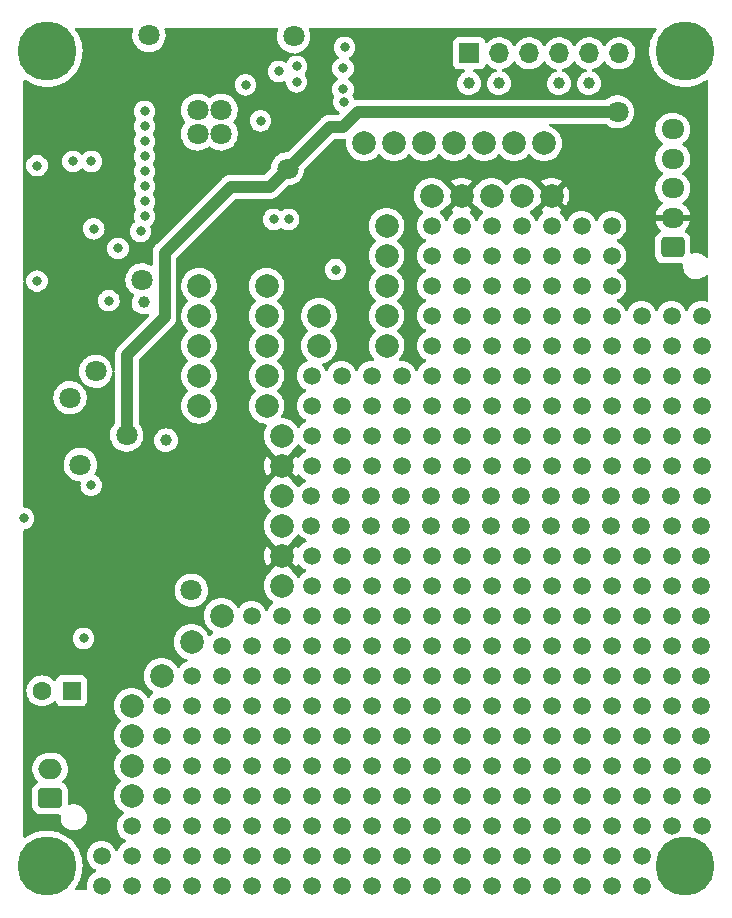
<source format=gbr>
%TF.GenerationSoftware,KiCad,Pcbnew,(6.0.1)*%
%TF.CreationDate,2023-01-01T21:05:58-08:00*%
%TF.ProjectId,ESP32 Protoboard - Small R1,45535033-3220-4507-926f-746f626f6172,rev?*%
%TF.SameCoordinates,Original*%
%TF.FileFunction,Copper,L3,Inr*%
%TF.FilePolarity,Positive*%
%FSLAX46Y46*%
G04 Gerber Fmt 4.6, Leading zero omitted, Abs format (unit mm)*
G04 Created by KiCad (PCBNEW (6.0.1)) date 2023-01-01 21:05:58*
%MOMM*%
%LPD*%
G01*
G04 APERTURE LIST*
G04 Aperture macros list*
%AMRoundRect*
0 Rectangle with rounded corners*
0 $1 Rounding radius*
0 $2 $3 $4 $5 $6 $7 $8 $9 X,Y pos of 4 corners*
0 Add a 4 corners polygon primitive as box body*
4,1,4,$2,$3,$4,$5,$6,$7,$8,$9,$2,$3,0*
0 Add four circle primitives for the rounded corners*
1,1,$1+$1,$2,$3*
1,1,$1+$1,$4,$5*
1,1,$1+$1,$6,$7*
1,1,$1+$1,$8,$9*
0 Add four rect primitives between the rounded corners*
20,1,$1+$1,$2,$3,$4,$5,0*
20,1,$1+$1,$4,$5,$6,$7,0*
20,1,$1+$1,$6,$7,$8,$9,0*
20,1,$1+$1,$8,$9,$2,$3,0*%
G04 Aperture macros list end*
%TA.AperFunction,ComponentPad*%
%ADD10C,0.800000*%
%TD*%
%TA.AperFunction,ComponentPad*%
%ADD11C,5.000000*%
%TD*%
%TA.AperFunction,ComponentPad*%
%ADD12R,1.600000X1.600000*%
%TD*%
%TA.AperFunction,ComponentPad*%
%ADD13C,1.600000*%
%TD*%
%TA.AperFunction,ComponentPad*%
%ADD14C,1.000000*%
%TD*%
%TA.AperFunction,ComponentPad*%
%ADD15RoundRect,0.250000X0.750000X-0.600000X0.750000X0.600000X-0.750000X0.600000X-0.750000X-0.600000X0*%
%TD*%
%TA.AperFunction,ComponentPad*%
%ADD16O,2.000000X1.700000*%
%TD*%
%TA.AperFunction,ComponentPad*%
%ADD17RoundRect,0.250000X0.725000X-0.600000X0.725000X0.600000X-0.725000X0.600000X-0.725000X-0.600000X0*%
%TD*%
%TA.AperFunction,ComponentPad*%
%ADD18O,1.950000X1.700000*%
%TD*%
%TA.AperFunction,ComponentPad*%
%ADD19C,1.500000*%
%TD*%
%TA.AperFunction,ComponentPad*%
%ADD20C,2.000000*%
%TD*%
%TA.AperFunction,ComponentPad*%
%ADD21R,1.700000X1.700000*%
%TD*%
%TA.AperFunction,ComponentPad*%
%ADD22O,1.700000X1.700000*%
%TD*%
%TA.AperFunction,ViaPad*%
%ADD23C,1.800000*%
%TD*%
%TA.AperFunction,ViaPad*%
%ADD24C,0.800000*%
%TD*%
%TA.AperFunction,ViaPad*%
%ADD25C,1.000000*%
%TD*%
%TA.AperFunction,Conductor*%
%ADD26C,1.000000*%
%TD*%
G04 APERTURE END LIST*
D10*
%TO.N,N/C*%
%TO.C,H4*%
X55674175Y-73325825D03*
X55125000Y-72000000D03*
X55674175Y-70674175D03*
D11*
X57000000Y-72000000D03*
D10*
X58875000Y-72000000D03*
X58325825Y-73325825D03*
X58325825Y-70674175D03*
X57000000Y-70125000D03*
X57000000Y-73875000D03*
%TD*%
%TO.N,N/C*%
%TO.C,H3*%
X57000000Y-1125000D03*
X55674175Y-4325825D03*
D11*
X57000000Y-3000000D03*
D10*
X58325825Y-4325825D03*
X57000000Y-4875000D03*
X55674175Y-1674175D03*
X55125000Y-3000000D03*
X58325825Y-1674175D03*
X58875000Y-3000000D03*
%TD*%
D12*
%TO.N,VCC*%
%TO.C,C1*%
X5080000Y-57150000D03*
D13*
%TO.N,GND*%
X2580000Y-57150000D03*
%TD*%
D10*
%TO.N,N/C*%
%TO.C,H2*%
X3000000Y-70125000D03*
D11*
X3000000Y-72000000D03*
D10*
X3000000Y-73875000D03*
X4875000Y-72000000D03*
X4325825Y-70674175D03*
X1125000Y-72000000D03*
X1674175Y-73325825D03*
X4325825Y-73325825D03*
X1674175Y-70674175D03*
%TD*%
%TO.N,N/C*%
%TO.C,H1*%
X4325825Y-4325825D03*
X3000000Y-1125000D03*
X4325825Y-1674175D03*
X1674175Y-1674175D03*
D11*
X3000000Y-3000000D03*
D10*
X4875000Y-3000000D03*
X1674175Y-4325825D03*
X1125000Y-3000000D03*
X3000000Y-4875000D03*
%TD*%
D14*
%TO.N,Net-(J2-Pad5)*%
%TO.C,TP1*%
X48895000Y-5715000D03*
%TD*%
%TO.N,Net-(J2-Pad4)*%
%TO.C,TP2*%
X46355000Y-5715000D03*
%TD*%
%TO.N,Net-(J2-Pad2)*%
%TO.C,TP3*%
X41275000Y-5715000D03*
%TD*%
%TO.N,Net-(J2-Pad1)*%
%TO.C,TP4*%
X38735000Y-5715000D03*
%TD*%
D15*
%TO.N,GND*%
%TO.C,J1*%
X3268000Y-66254000D03*
D16*
%TO.N,VCC*%
X3268000Y-63754000D03*
%TD*%
D17*
%TO.N,+5V*%
%TO.C,J8*%
X55990000Y-19605000D03*
D18*
%TO.N,+3V3*%
X55990000Y-17105000D03*
%TO.N,Net-(D2-Pad2)*%
X55990000Y-14605000D03*
%TO.N,Net-(D2-Pad1)*%
X55990000Y-12105000D03*
%TO.N,GND*%
X55990000Y-9605000D03*
%TD*%
D19*
%TO.N,N/C*%
%TO.C,REF\u002A\u002A*%
X55880000Y-35560000D03*
%TD*%
%TO.N,N/C*%
%TO.C,REF\u002A\u002A*%
X38067310Y-40640000D03*
%TD*%
%TO.N,N/C*%
%TO.C,REF\u002A\u002A*%
X48260000Y-73660000D03*
%TD*%
%TO.N,N/C*%
%TO.C,REF\u002A\u002A*%
X30480000Y-66040000D03*
%TD*%
%TO.N,N/C*%
%TO.C,REF\u002A\u002A*%
X30480000Y-48260000D03*
%TD*%
%TO.N,N/C*%
%TO.C,REF\u002A\u002A*%
X15240000Y-73660000D03*
%TD*%
%TO.N,N/C*%
%TO.C,REF\u002A\u002A*%
X38100000Y-45720000D03*
%TD*%
%TO.N,N/C*%
%TO.C,REF\u002A\u002A*%
X27940000Y-73660000D03*
%TD*%
%TO.N,N/C*%
%TO.C,REF\u002A\u002A*%
X33020000Y-50800000D03*
%TD*%
%TO.N,N/C*%
%TO.C,REF\u002A\u002A*%
X45720000Y-50800000D03*
%TD*%
%TO.N,N/C*%
%TO.C,REF\u002A\u002A*%
X40640000Y-48260000D03*
%TD*%
%TO.N,N/C*%
%TO.C,REF\u002A\u002A*%
X27940000Y-71120000D03*
%TD*%
%TO.N,N/C*%
%TO.C,REF\u002A\u002A*%
X50800000Y-35560000D03*
%TD*%
%TO.N,N/C*%
%TO.C,REF\u002A\u002A*%
X22860000Y-50800000D03*
%TD*%
%TO.N,N/C*%
%TO.C,REF\u002A\u002A*%
X38100000Y-68612690D03*
%TD*%
%TO.N,N/C*%
%TO.C,REF\u002A\u002A*%
X33020000Y-38100000D03*
%TD*%
%TO.N,N/C*%
%TO.C,REF\u002A\u002A*%
X15240000Y-55880000D03*
%TD*%
%TO.N,N/C*%
%TO.C,REF\u002A\u002A*%
X25400000Y-68612690D03*
%TD*%
%TO.N,N/C*%
%TO.C,REF\u002A\u002A*%
X55880000Y-68580000D03*
%TD*%
%TO.N,N/C*%
%TO.C,REF\u002A\u002A*%
X15240000Y-68612690D03*
%TD*%
D20*
%TO.N,Net-(D2-Pad1)*%
%TO.C,IO21*%
X42545000Y-10795000D03*
%TD*%
D19*
%TO.N,N/C*%
%TO.C,REF\u002A\u002A*%
X20320000Y-73660000D03*
%TD*%
%TO.N,N/C*%
%TO.C,REF\u002A\u002A*%
X55880000Y-58420000D03*
%TD*%
D20*
%TO.N,Net-(IO17-Pad1)*%
%TO.C,IO17*%
X31750000Y-22860000D03*
%TD*%
D19*
%TO.N,N/C*%
%TO.C,REF\u002A\u002A*%
X20320000Y-71120000D03*
%TD*%
%TO.N,N/C*%
%TO.C,REF\u002A\u002A*%
X55847310Y-40640000D03*
%TD*%
%TO.N,N/C*%
%TO.C,REF\u002A\u002A*%
X30447310Y-43159141D03*
%TD*%
%TO.N,N/C*%
%TO.C,REF\u002A\u002A*%
X53307310Y-40640000D03*
%TD*%
%TO.N,N/C*%
%TO.C,REF\u002A\u002A*%
X35560000Y-33020000D03*
%TD*%
%TO.N,N/C*%
%TO.C,REF\u002A\u002A*%
X43180000Y-22860000D03*
%TD*%
%TO.N,N/C*%
%TO.C,REF\u002A\u002A*%
X43180000Y-35560000D03*
%TD*%
%TO.N,N/C*%
%TO.C,REF\u002A\u002A*%
X22860000Y-60960000D03*
%TD*%
%TO.N,N/C*%
%TO.C,REF\u002A\u002A*%
X58420000Y-38100000D03*
%TD*%
%TO.N,N/C*%
%TO.C,REF\u002A\u002A*%
X58420000Y-63500000D03*
%TD*%
%TO.N,N/C*%
%TO.C,REF\u002A\u002A*%
X32987310Y-40640000D03*
%TD*%
%TO.N,N/C*%
%TO.C,REF\u002A\u002A*%
X55880000Y-33020000D03*
%TD*%
D20*
%TO.N,Net-(IO14-Pad1)*%
%TO.C,IO14*%
X15875000Y-30480000D03*
%TD*%
D19*
%TO.N,N/C*%
%TO.C,REF\u002A\u002A*%
X40640000Y-22860000D03*
%TD*%
%TO.N,N/C*%
%TO.C,REF\u002A\u002A*%
X30480000Y-60960000D03*
%TD*%
%TO.N,N/C*%
%TO.C,REF\u002A\u002A*%
X27940000Y-45720000D03*
%TD*%
%TO.N,N/C*%
%TO.C,REF\u002A\u002A*%
X45720000Y-33020000D03*
%TD*%
%TO.N,N/C*%
%TO.C,REF\u002A\u002A*%
X27940000Y-38100000D03*
%TD*%
%TO.N,N/C*%
%TO.C,REF\u002A\u002A*%
X50800000Y-45720000D03*
%TD*%
%TO.N,N/C*%
%TO.C,REF\u002A\u002A*%
X22860000Y-68612690D03*
%TD*%
%TO.N,N/C*%
%TO.C,REF\u002A\u002A*%
X40640000Y-68612690D03*
%TD*%
%TO.N,N/C*%
%TO.C,REF\u002A\u002A*%
X48260000Y-20320000D03*
%TD*%
%TO.N,N/C*%
%TO.C,REF\u002A\u002A*%
X33020000Y-55880000D03*
%TD*%
%TO.N,N/C*%
%TO.C,REF\u002A\u002A*%
X20320000Y-53340000D03*
%TD*%
%TO.N,N/C*%
%TO.C,REF\u002A\u002A*%
X35560000Y-25400000D03*
%TD*%
%TO.N,N/C*%
%TO.C,REF\u002A\u002A*%
X35560000Y-48260000D03*
%TD*%
%TO.N,N/C*%
%TO.C,REF\u002A\u002A*%
X40640000Y-25400000D03*
%TD*%
%TO.N,N/C*%
%TO.C,REF\u002A\u002A*%
X53340000Y-71120000D03*
%TD*%
%TO.N,N/C*%
%TO.C,REF\u002A\u002A*%
X17780000Y-63500000D03*
%TD*%
%TO.N,N/C*%
%TO.C,REF\u002A\u002A*%
X7620000Y-71120000D03*
%TD*%
%TO.N,N/C*%
%TO.C,REF\u002A\u002A*%
X48260000Y-53340000D03*
%TD*%
%TO.N,N/C*%
%TO.C,REF\u002A\u002A*%
X35560000Y-63500000D03*
%TD*%
%TO.N,N/C*%
%TO.C,REF\u002A\u002A*%
X38100000Y-38100000D03*
%TD*%
%TO.N,N/C*%
%TO.C,REF\u002A\u002A*%
X35560000Y-73660000D03*
%TD*%
%TO.N,N/C*%
%TO.C,REF\u002A\u002A*%
X33020000Y-60960000D03*
%TD*%
%TO.N,N/C*%
%TO.C,REF\u002A\u002A*%
X35560000Y-17780000D03*
%TD*%
%TO.N,N/C*%
%TO.C,REF\u002A\u002A*%
X12700000Y-58420000D03*
%TD*%
%TO.N,N/C*%
%TO.C,REF\u002A\u002A*%
X20320000Y-58420000D03*
%TD*%
%TO.N,N/C*%
%TO.C,REF\u002A\u002A*%
X53340000Y-50800000D03*
%TD*%
%TO.N,N/C*%
%TO.C,REF\u002A\u002A*%
X27940000Y-68612690D03*
%TD*%
%TO.N,N/C*%
%TO.C,REF\u002A\u002A*%
X50800000Y-58420000D03*
%TD*%
%TO.N,N/C*%
%TO.C,REF\u002A\u002A*%
X58387310Y-53340000D03*
%TD*%
%TO.N,N/C*%
%TO.C,REF\u002A\u002A*%
X40640000Y-66040000D03*
%TD*%
%TO.N,N/C*%
%TO.C,REF\u002A\u002A*%
X38100000Y-66040000D03*
%TD*%
%TO.N,N/C*%
%TO.C,REF\u002A\u002A*%
X25400000Y-35560000D03*
%TD*%
%TO.N,N/C*%
%TO.C,REF\u002A\u002A*%
X35560000Y-45720000D03*
%TD*%
%TO.N,N/C*%
%TO.C,REF\u002A\u002A*%
X58420000Y-33020000D03*
%TD*%
%TO.N,N/C*%
%TO.C,REF\u002A\u002A*%
X25400000Y-63500000D03*
%TD*%
%TO.N,N/C*%
%TO.C,REF\u002A\u002A*%
X43180000Y-73660000D03*
%TD*%
D20*
%TO.N,VCC*%
%TO.C,VIN1*%
X10160000Y-66040000D03*
%TD*%
D19*
%TO.N,N/C*%
%TO.C,REF\u002A\u002A*%
X30480000Y-55880000D03*
%TD*%
%TO.N,N/C*%
%TO.C,REF\u002A\u002A*%
X40640000Y-30480000D03*
%TD*%
%TO.N,N/C*%
%TO.C,REF\u002A\u002A*%
X40640000Y-20320000D03*
%TD*%
%TO.N,N/C*%
%TO.C,REF\u002A\u002A*%
X40640000Y-58420000D03*
%TD*%
%TO.N,N/C*%
%TO.C,REF\u002A\u002A*%
X43180000Y-30480000D03*
%TD*%
%TO.N,N/C*%
%TO.C,REF\u002A\u002A*%
X58387310Y-60960000D03*
%TD*%
%TO.N,N/C*%
%TO.C,REF\u002A\u002A*%
X43180000Y-53340000D03*
%TD*%
%TO.N,N/C*%
%TO.C,REF\u002A\u002A*%
X17780000Y-58420000D03*
%TD*%
%TO.N,N/C*%
%TO.C,REF\u002A\u002A*%
X45720000Y-22860000D03*
%TD*%
%TO.N,N/C*%
%TO.C,REF\u002A\u002A*%
X17780000Y-53340000D03*
%TD*%
%TO.N,N/C*%
%TO.C,REF\u002A\u002A*%
X22860000Y-58420000D03*
%TD*%
%TO.N,N/C*%
%TO.C,REF\u002A\u002A*%
X15240000Y-58420000D03*
%TD*%
%TO.N,N/C*%
%TO.C,REF\u002A\u002A*%
X48260000Y-48260000D03*
%TD*%
%TO.N,N/C*%
%TO.C,REF\u002A\u002A*%
X40607310Y-43159141D03*
%TD*%
%TO.N,N/C*%
%TO.C,REF\u002A\u002A*%
X38100000Y-22860000D03*
%TD*%
%TO.N,N/C*%
%TO.C,REF\u002A\u002A*%
X40640000Y-71120000D03*
%TD*%
%TO.N,N/C*%
%TO.C,REF\u002A\u002A*%
X58387310Y-43159141D03*
%TD*%
%TO.N,N/C*%
%TO.C,REF\u002A\u002A*%
X58387310Y-50800000D03*
%TD*%
%TO.N,N/C*%
%TO.C,REF\u002A\u002A*%
X43180000Y-48260000D03*
%TD*%
%TO.N,N/C*%
%TO.C,REF\u002A\u002A*%
X33020000Y-58420000D03*
%TD*%
%TO.N,N/C*%
%TO.C,REF\u002A\u002A*%
X43180000Y-60960000D03*
%TD*%
%TO.N,N/C*%
%TO.C,REF\u002A\u002A*%
X33020000Y-53340000D03*
%TD*%
%TO.N,N/C*%
%TO.C,REF\u002A\u002A*%
X30480000Y-38100000D03*
%TD*%
%TO.N,N/C*%
%TO.C,REF\u002A\u002A*%
X35527310Y-40640000D03*
%TD*%
%TO.N,N/C*%
%TO.C,REF\u002A\u002A*%
X40640000Y-27940000D03*
%TD*%
D20*
%TO.N,VCC*%
%TO.C,VIN4*%
X15240000Y-52998250D03*
%TD*%
D19*
%TO.N,N/C*%
%TO.C,REF\u002A\u002A*%
X38100000Y-17780000D03*
%TD*%
%TO.N,N/C*%
%TO.C,REF\u002A\u002A*%
X22860000Y-55880000D03*
%TD*%
D20*
%TO.N,VCC*%
%TO.C,VIN2*%
X10160000Y-60960000D03*
%TD*%
D19*
%TO.N,N/C*%
%TO.C,REF\u002A\u002A*%
X50800000Y-71120000D03*
%TD*%
%TO.N,N/C*%
%TO.C,REF\u002A\u002A*%
X45720000Y-48260000D03*
%TD*%
%TO.N,N/C*%
%TO.C,REF\u002A\u002A*%
X27907310Y-40640000D03*
%TD*%
%TO.N,N/C*%
%TO.C,REF\u002A\u002A*%
X48260000Y-22860000D03*
%TD*%
%TO.N,N/C*%
%TO.C,REF\u002A\u002A*%
X53340000Y-55880000D03*
%TD*%
%TO.N,N/C*%
%TO.C,REF\u002A\u002A*%
X38100000Y-63500000D03*
%TD*%
%TO.N,N/C*%
%TO.C,REF\u002A\u002A*%
X48260000Y-68612690D03*
%TD*%
%TO.N,N/C*%
%TO.C,REF\u002A\u002A*%
X40640000Y-73660000D03*
%TD*%
%TO.N,N/C*%
%TO.C,REF\u002A\u002A*%
X15240000Y-60960000D03*
%TD*%
D20*
%TO.N,Net-(IO18-Pad1)*%
%TO.C,IO18*%
X31750000Y-17780000D03*
%TD*%
D19*
%TO.N,N/C*%
%TO.C,REF\u002A\u002A*%
X27940000Y-58420000D03*
%TD*%
%TO.N,N/C*%
%TO.C,REF\u002A\u002A*%
X22860000Y-53340000D03*
%TD*%
%TO.N,N/C*%
%TO.C,REF\u002A\u002A*%
X53340000Y-68580000D03*
%TD*%
%TO.N,N/C*%
%TO.C,REF\u002A\u002A*%
X25400000Y-66040000D03*
%TD*%
D20*
%TO.N,Net-(IO16-Pad1)*%
%TO.C,IO16*%
X31750000Y-25400000D03*
%TD*%
D19*
%TO.N,N/C*%
%TO.C,REF\u002A\u002A*%
X35560000Y-35560000D03*
%TD*%
D20*
%TO.N,Net-(D2-Pad2)*%
%TO.C,IO22*%
X45085000Y-10795000D03*
%TD*%
D19*
%TO.N,N/C*%
%TO.C,REF\u002A\u002A*%
X40640000Y-53340000D03*
%TD*%
%TO.N,N/C*%
%TO.C,REF\u002A\u002A*%
X33020000Y-63500000D03*
%TD*%
%TO.N,N/C*%
%TO.C,REF\u002A\u002A*%
X53340000Y-73660000D03*
%TD*%
D20*
%TO.N,+5V*%
%TO.C,5V03*%
X43180000Y-15240000D03*
%TD*%
D19*
%TO.N,N/C*%
%TO.C,REF\u002A\u002A*%
X53340000Y-27940000D03*
%TD*%
%TO.N,N/C*%
%TO.C,REF\u002A\u002A*%
X50800000Y-66040000D03*
%TD*%
%TO.N,N/C*%
%TO.C,REF\u002A\u002A*%
X58387310Y-45720000D03*
%TD*%
%TO.N,N/C*%
%TO.C,REF\u002A\u002A*%
X43180000Y-68612690D03*
%TD*%
D20*
%TO.N,Net-(IO5-Pad1)*%
%TO.C,IO5*%
X31750000Y-20320000D03*
%TD*%
D19*
%TO.N,N/C*%
%TO.C,REF\u002A\u002A*%
X45720000Y-53340000D03*
%TD*%
%TO.N,N/C*%
%TO.C,REF\u002A\u002A*%
X10160000Y-68612690D03*
%TD*%
%TO.N,N/C*%
%TO.C,REF\u002A\u002A*%
X53340000Y-48260000D03*
%TD*%
D20*
%TO.N,Net-(IO27-Pad1)*%
%TO.C,IO27*%
X15875000Y-33020000D03*
%TD*%
D19*
%TO.N,N/C*%
%TO.C,REF\u002A\u002A*%
X55880000Y-55880000D03*
%TD*%
%TO.N,N/C*%
%TO.C,REF\u002A\u002A*%
X40640000Y-35560000D03*
%TD*%
%TO.N,N/C*%
%TO.C,REF\u002A\u002A*%
X27940000Y-63500000D03*
%TD*%
%TO.N,N/C*%
%TO.C,REF\u002A\u002A*%
X38100000Y-25400000D03*
%TD*%
%TO.N,N/C*%
%TO.C,REF\u002A\u002A*%
X50800000Y-22860000D03*
%TD*%
%TO.N,N/C*%
%TO.C,REF\u002A\u002A*%
X30447310Y-40640000D03*
%TD*%
%TO.N,N/C*%
%TO.C,REF\u002A\u002A*%
X55880000Y-43159141D03*
%TD*%
D20*
%TO.N,+5V*%
%TO.C,5V04*%
X35560000Y-15240000D03*
%TD*%
D19*
%TO.N,N/C*%
%TO.C,REF\u002A\u002A*%
X55880000Y-60960000D03*
%TD*%
D20*
%TO.N,Net-(IO33-Pad1)*%
%TO.C,IO33*%
X21590000Y-22860000D03*
%TD*%
%TO.N,+3V3*%
%TO.C,3V34*%
X45720000Y-15240000D03*
%TD*%
D19*
%TO.N,N/C*%
%TO.C,REF\u002A\u002A*%
X48260000Y-38100000D03*
%TD*%
%TO.N,N/C*%
%TO.C,REF\u002A\u002A*%
X38100000Y-48260000D03*
%TD*%
%TO.N,N/C*%
%TO.C,REF\u002A\u002A*%
X38100000Y-55880000D03*
%TD*%
%TO.N,N/C*%
%TO.C,REF\u002A\u002A*%
X58420000Y-25400000D03*
%TD*%
%TO.N,N/C*%
%TO.C,REF\u002A\u002A*%
X43180000Y-27940000D03*
%TD*%
%TO.N,N/C*%
%TO.C,REF\u002A\u002A*%
X30480000Y-50800000D03*
%TD*%
%TO.N,N/C*%
%TO.C,REF\u002A\u002A*%
X35560000Y-58420000D03*
%TD*%
%TO.N,N/C*%
%TO.C,REF\u002A\u002A*%
X50767310Y-43159141D03*
%TD*%
%TO.N,N/C*%
%TO.C,REF\u002A\u002A*%
X40640000Y-55880000D03*
%TD*%
%TO.N,N/C*%
%TO.C,REF\u002A\u002A*%
X22860000Y-73660000D03*
%TD*%
%TO.N,N/C*%
%TO.C,REF\u002A\u002A*%
X25400000Y-60960000D03*
%TD*%
%TO.N,N/C*%
%TO.C,REF\u002A\u002A*%
X12700000Y-66040000D03*
%TD*%
%TO.N,N/C*%
%TO.C,REF\u002A\u002A*%
X35527310Y-43159141D03*
%TD*%
%TO.N,N/C*%
%TO.C,REF\u002A\u002A*%
X40640000Y-33020000D03*
%TD*%
D20*
%TO.N,Net-(IO32-Pad1)*%
%TO.C,IO32*%
X15875000Y-27940000D03*
%TD*%
D19*
%TO.N,N/C*%
%TO.C,REF\u002A\u002A*%
X50800000Y-17780000D03*
%TD*%
%TO.N,N/C*%
%TO.C,REF\u002A\u002A*%
X33020000Y-45720000D03*
%TD*%
%TO.N,N/C*%
%TO.C,REF\u002A\u002A*%
X25400000Y-45720000D03*
%TD*%
%TO.N,N/C*%
%TO.C,REF\u002A\u002A*%
X40640000Y-38100000D03*
%TD*%
%TO.N,N/C*%
%TO.C,REF\u002A\u002A*%
X53340000Y-30480000D03*
%TD*%
%TO.N,N/C*%
%TO.C,REF\u002A\u002A*%
X30480000Y-45720000D03*
%TD*%
%TO.N,N/C*%
%TO.C,REF\u002A\u002A*%
X50800000Y-27940000D03*
%TD*%
%TO.N,N/C*%
%TO.C,REF\u002A\u002A*%
X45720000Y-30480000D03*
%TD*%
%TO.N,N/C*%
%TO.C,REF\u002A\u002A*%
X48260000Y-30480000D03*
%TD*%
%TO.N,N/C*%
%TO.C,REF\u002A\u002A*%
X35560000Y-60960000D03*
%TD*%
%TO.N,N/C*%
%TO.C,REF\u002A\u002A*%
X40607310Y-40640000D03*
%TD*%
%TO.N,N/C*%
%TO.C,REF\u002A\u002A*%
X35560000Y-68612690D03*
%TD*%
%TO.N,N/C*%
%TO.C,REF\u002A\u002A*%
X35560000Y-22860000D03*
%TD*%
%TO.N,N/C*%
%TO.C,REF\u002A\u002A*%
X35560000Y-66040000D03*
%TD*%
%TO.N,N/C*%
%TO.C,REF\u002A\u002A*%
X43180000Y-38100000D03*
%TD*%
D21*
%TO.N,Net-(J2-Pad1)*%
%TO.C,J2*%
X38760000Y-3175000D03*
D22*
%TO.N,Net-(J2-Pad2)*%
X41300000Y-3175000D03*
%TO.N,GND*%
X43840000Y-3175000D03*
%TO.N,Net-(J2-Pad4)*%
X46380000Y-3175000D03*
%TO.N,Net-(J2-Pad5)*%
X48920000Y-3175000D03*
%TO.N,unconnected-(J2-Pad6)*%
X51460000Y-3175000D03*
%TD*%
D19*
%TO.N,N/C*%
%TO.C,REF\u002A\u002A*%
X53340000Y-33020000D03*
%TD*%
%TO.N,N/C*%
%TO.C,REF\u002A\u002A*%
X55880000Y-38100000D03*
%TD*%
%TO.N,N/C*%
%TO.C,REF\u002A\u002A*%
X45720000Y-17780000D03*
%TD*%
D20*
%TO.N,Net-(IO12-Pad1)*%
%TO.C,IO12*%
X15875000Y-25400000D03*
%TD*%
D19*
%TO.N,N/C*%
%TO.C,REF\u002A\u002A*%
X45720000Y-71120000D03*
%TD*%
%TO.N,N/C*%
%TO.C,REF\u002A\u002A*%
X45720000Y-20320000D03*
%TD*%
%TO.N,N/C*%
%TO.C,REF\u002A\u002A*%
X50800000Y-38100000D03*
%TD*%
%TO.N,N/C*%
%TO.C,REF\u002A\u002A*%
X53340000Y-45720000D03*
%TD*%
%TO.N,N/C*%
%TO.C,REF\u002A\u002A*%
X35560000Y-20320000D03*
%TD*%
%TO.N,N/C*%
%TO.C,REF\u002A\u002A*%
X17780000Y-55880000D03*
%TD*%
%TO.N,N/C*%
%TO.C,REF\u002A\u002A*%
X33020000Y-68612690D03*
%TD*%
%TO.N,N/C*%
%TO.C,REF\u002A\u002A*%
X12700000Y-71120000D03*
%TD*%
%TO.N,N/C*%
%TO.C,REF\u002A\u002A*%
X43180000Y-17780000D03*
%TD*%
%TO.N,N/C*%
%TO.C,REF\u002A\u002A*%
X38100000Y-33020000D03*
%TD*%
%TO.N,N/C*%
%TO.C,REF\u002A\u002A*%
X38100000Y-73660000D03*
%TD*%
D20*
%TO.N,+5V*%
%TO.C,5V02*%
X22860000Y-40640000D03*
%TD*%
D19*
%TO.N,N/C*%
%TO.C,REF\u002A\u002A*%
X48260000Y-25400000D03*
%TD*%
%TO.N,N/C*%
%TO.C,REF\u002A\u002A*%
X50800000Y-55880000D03*
%TD*%
%TO.N,N/C*%
%TO.C,REF\u002A\u002A*%
X25400000Y-55880000D03*
%TD*%
%TO.N,N/C*%
%TO.C,REF\u002A\u002A*%
X17780000Y-71120000D03*
%TD*%
%TO.N,N/C*%
%TO.C,REF\u002A\u002A*%
X50800000Y-73660000D03*
%TD*%
%TO.N,N/C*%
%TO.C,REF\u002A\u002A*%
X38100000Y-71120000D03*
%TD*%
%TO.N,N/C*%
%TO.C,REF\u002A\u002A*%
X50800000Y-33020000D03*
%TD*%
%TO.N,N/C*%
%TO.C,REF\u002A\u002A*%
X45720000Y-25400000D03*
%TD*%
%TO.N,N/C*%
%TO.C,REF\u002A\u002A*%
X32987310Y-43159141D03*
%TD*%
%TO.N,N/C*%
%TO.C,REF\u002A\u002A*%
X22860000Y-66040000D03*
%TD*%
%TO.N,N/C*%
%TO.C,REF\u002A\u002A*%
X50800000Y-48260000D03*
%TD*%
%TO.N,N/C*%
%TO.C,REF\u002A\u002A*%
X17780000Y-73660000D03*
%TD*%
%TO.N,N/C*%
%TO.C,REF\u002A\u002A*%
X25400000Y-53340000D03*
%TD*%
%TO.N,N/C*%
%TO.C,REF\u002A\u002A*%
X45720000Y-68612690D03*
%TD*%
D20*
%TO.N,Net-(IO34-Pad1)*%
%TO.C,IO34*%
X21590000Y-33020000D03*
%TD*%
D19*
%TO.N,N/C*%
%TO.C,REF\u002A\u002A*%
X45720000Y-73660000D03*
%TD*%
%TO.N,N/C*%
%TO.C,REF\u002A\u002A*%
X53340000Y-35560000D03*
%TD*%
%TO.N,N/C*%
%TO.C,REF\u002A\u002A*%
X30480000Y-73660000D03*
%TD*%
%TO.N,N/C*%
%TO.C,REF\u002A\u002A*%
X53307310Y-43159141D03*
%TD*%
%TO.N,N/C*%
%TO.C,REF\u002A\u002A*%
X27940000Y-60960000D03*
%TD*%
%TO.N,N/C*%
%TO.C,REF\u002A\u002A*%
X33020000Y-33020000D03*
%TD*%
D20*
%TO.N,/TXD*%
%TO.C,IO3*%
X40005000Y-10795000D03*
%TD*%
D19*
%TO.N,N/C*%
%TO.C,REF\u002A\u002A*%
X15240000Y-63500000D03*
%TD*%
%TO.N,N/C*%
%TO.C,REF\u002A\u002A*%
X35560000Y-53340000D03*
%TD*%
%TO.N,N/C*%
%TO.C,REF\u002A\u002A*%
X25400000Y-58420000D03*
%TD*%
%TO.N,N/C*%
%TO.C,REF\u002A\u002A*%
X43180000Y-45720000D03*
%TD*%
%TO.N,N/C*%
%TO.C,REF\u002A\u002A*%
X43180000Y-63500000D03*
%TD*%
%TO.N,N/C*%
%TO.C,REF\u002A\u002A*%
X10160000Y-71120000D03*
%TD*%
%TO.N,N/C*%
%TO.C,REF\u002A\u002A*%
X30480000Y-30480000D03*
%TD*%
%TO.N,N/C*%
%TO.C,REF\u002A\u002A*%
X50800000Y-30480000D03*
%TD*%
%TO.N,N/C*%
%TO.C,REF\u002A\u002A*%
X58420000Y-27940000D03*
%TD*%
%TO.N,N/C*%
%TO.C,REF\u002A\u002A*%
X43180000Y-71120000D03*
%TD*%
%TO.N,N/C*%
%TO.C,REF\u002A\u002A*%
X33020000Y-66040000D03*
%TD*%
%TO.N,N/C*%
%TO.C,REF\u002A\u002A*%
X40640000Y-60960000D03*
%TD*%
D20*
%TO.N,GND*%
%TO.C,G3*%
X17780000Y-50800000D03*
%TD*%
D19*
%TO.N,N/C*%
%TO.C,REF\u002A\u002A*%
X25400000Y-33020000D03*
%TD*%
%TO.N,N/C*%
%TO.C,REF\u002A\u002A*%
X53340000Y-53340000D03*
%TD*%
%TO.N,N/C*%
%TO.C,REF\u002A\u002A*%
X22860000Y-71120000D03*
%TD*%
%TO.N,N/C*%
%TO.C,REF\u002A\u002A*%
X38100000Y-53340000D03*
%TD*%
%TO.N,N/C*%
%TO.C,REF\u002A\u002A*%
X27940000Y-66040000D03*
%TD*%
%TO.N,N/C*%
%TO.C,REF\u002A\u002A*%
X55880000Y-63500000D03*
%TD*%
%TO.N,N/C*%
%TO.C,REF\u002A\u002A*%
X12700000Y-73660000D03*
%TD*%
%TO.N,N/C*%
%TO.C,REF\u002A\u002A*%
X35560000Y-27940000D03*
%TD*%
%TO.N,N/C*%
%TO.C,REF\u002A\u002A*%
X30480000Y-58420000D03*
%TD*%
%TO.N,N/C*%
%TO.C,REF\u002A\u002A*%
X17780000Y-68612690D03*
%TD*%
%TO.N,N/C*%
%TO.C,REF\u002A\u002A*%
X50800000Y-20320000D03*
%TD*%
%TO.N,N/C*%
%TO.C,REF\u002A\u002A*%
X27940000Y-33020000D03*
%TD*%
D20*
%TO.N,Net-(IO4-Pad1)*%
%TO.C,IO4*%
X31750000Y-27940000D03*
%TD*%
D19*
%TO.N,N/C*%
%TO.C,REF\u002A\u002A*%
X33020000Y-30480000D03*
%TD*%
%TO.N,N/C*%
%TO.C,REF\u002A\u002A*%
X27940000Y-50800000D03*
%TD*%
%TO.N,N/C*%
%TO.C,REF\u002A\u002A*%
X40640000Y-63500000D03*
%TD*%
%TO.N,N/C*%
%TO.C,REF\u002A\u002A*%
X53340000Y-38100000D03*
%TD*%
%TO.N,N/C*%
%TO.C,REF\u002A\u002A*%
X50800000Y-63500000D03*
%TD*%
D20*
%TO.N,GND*%
%TO.C,G5*%
X22860000Y-35560000D03*
%TD*%
D19*
%TO.N,N/C*%
%TO.C,REF\u002A\u002A*%
X48260000Y-50800000D03*
%TD*%
D20*
%TO.N,GND*%
%TO.C,G4*%
X22860000Y-43180000D03*
%TD*%
D19*
%TO.N,N/C*%
%TO.C,REF\u002A\u002A*%
X45720000Y-55880000D03*
%TD*%
%TO.N,N/C*%
%TO.C,REF\u002A\u002A*%
X45720000Y-35560000D03*
%TD*%
D20*
%TO.N,VCC*%
%TO.C,VIN3*%
X12700000Y-55880000D03*
%TD*%
D19*
%TO.N,N/C*%
%TO.C,REF\u002A\u002A*%
X20320000Y-68612690D03*
%TD*%
%TO.N,N/C*%
%TO.C,REF\u002A\u002A*%
X58420000Y-35560000D03*
%TD*%
%TO.N,N/C*%
%TO.C,REF\u002A\u002A*%
X35560000Y-55880000D03*
%TD*%
%TO.N,N/C*%
%TO.C,REF\u002A\u002A*%
X25400000Y-73660000D03*
%TD*%
%TO.N,N/C*%
%TO.C,REF\u002A\u002A*%
X48260000Y-66040000D03*
%TD*%
%TO.N,N/C*%
%TO.C,REF\u002A\u002A*%
X30480000Y-68612690D03*
%TD*%
%TO.N,N/C*%
%TO.C,REF\u002A\u002A*%
X33020000Y-48260000D03*
%TD*%
%TO.N,N/C*%
%TO.C,REF\u002A\u002A*%
X50800000Y-50800000D03*
%TD*%
%TO.N,N/C*%
%TO.C,REF\u002A\u002A*%
X53340000Y-25400000D03*
%TD*%
%TO.N,N/C*%
%TO.C,REF\u002A\u002A*%
X48260000Y-33020000D03*
%TD*%
%TO.N,N/C*%
%TO.C,REF\u002A\u002A*%
X25367310Y-43159141D03*
%TD*%
D20*
%TO.N,Net-(IO2-Pad1)*%
%TO.C,IO2*%
X26035000Y-27940000D03*
%TD*%
D19*
%TO.N,N/C*%
%TO.C,REF\u002A\u002A*%
X20320000Y-50800000D03*
%TD*%
%TO.N,N/C*%
%TO.C,REF\u002A\u002A*%
X43147310Y-43159141D03*
%TD*%
%TO.N,N/C*%
%TO.C,REF\u002A\u002A*%
X45720000Y-45720000D03*
%TD*%
%TO.N,N/C*%
%TO.C,REF\u002A\u002A*%
X43180000Y-66040000D03*
%TD*%
%TO.N,N/C*%
%TO.C,REF\u002A\u002A*%
X25400000Y-50800000D03*
%TD*%
%TO.N,N/C*%
%TO.C,REF\u002A\u002A*%
X43180000Y-20320000D03*
%TD*%
%TO.N,N/C*%
%TO.C,REF\u002A\u002A*%
X40640000Y-45720000D03*
%TD*%
D20*
%TO.N,GND*%
%TO.C,G1*%
X10160000Y-63500000D03*
%TD*%
D19*
%TO.N,N/C*%
%TO.C,REF\u002A\u002A*%
X30480000Y-35560000D03*
%TD*%
%TO.N,N/C*%
%TO.C,REF\u002A\u002A*%
X45720000Y-66040000D03*
%TD*%
D20*
%TO.N,Net-(IO35-Pad1)*%
%TO.C,IO35*%
X21590000Y-30480000D03*
%TD*%
D19*
%TO.N,N/C*%
%TO.C,REF\u002A\u002A*%
X58420000Y-30480000D03*
%TD*%
D20*
%TO.N,Net-(IO23-Pad1)*%
%TO.C,IO23*%
X32385000Y-10795000D03*
%TD*%
D19*
%TO.N,N/C*%
%TO.C,REF\u002A\u002A*%
X27940000Y-35560000D03*
%TD*%
D20*
%TO.N,/PROG*%
%TO.C,IO0*%
X34925000Y-10795000D03*
%TD*%
D19*
%TO.N,N/C*%
%TO.C,REF\u002A\u002A*%
X35560000Y-38100000D03*
%TD*%
%TO.N,N/C*%
%TO.C,REF\u002A\u002A*%
X12700000Y-60960000D03*
%TD*%
%TO.N,N/C*%
%TO.C,REF\u002A\u002A*%
X50800000Y-60960000D03*
%TD*%
%TO.N,N/C*%
%TO.C,REF\u002A\u002A*%
X17780000Y-60960000D03*
%TD*%
%TO.N,N/C*%
%TO.C,REF\u002A\u002A*%
X55880000Y-50800000D03*
%TD*%
%TO.N,N/C*%
%TO.C,REF\u002A\u002A*%
X38100000Y-27940000D03*
%TD*%
%TO.N,N/C*%
%TO.C,REF\u002A\u002A*%
X50767310Y-40640000D03*
%TD*%
%TO.N,N/C*%
%TO.C,REF\u002A\u002A*%
X45720000Y-58420000D03*
%TD*%
%TO.N,N/C*%
%TO.C,REF\u002A\u002A*%
X55880000Y-27940000D03*
%TD*%
%TO.N,N/C*%
%TO.C,REF\u002A\u002A*%
X45720000Y-63500000D03*
%TD*%
%TO.N,N/C*%
%TO.C,REF\u002A\u002A*%
X45687310Y-40640000D03*
%TD*%
%TO.N,N/C*%
%TO.C,REF\u002A\u002A*%
X48260000Y-58420000D03*
%TD*%
%TO.N,N/C*%
%TO.C,REF\u002A\u002A*%
X58420000Y-68580000D03*
%TD*%
%TO.N,N/C*%
%TO.C,REF\u002A\u002A*%
X25367310Y-40640000D03*
%TD*%
%TO.N,N/C*%
%TO.C,REF\u002A\u002A*%
X35560000Y-71120000D03*
%TD*%
%TO.N,N/C*%
%TO.C,REF\u002A\u002A*%
X27940000Y-55880000D03*
%TD*%
%TO.N,N/C*%
%TO.C,REF\u002A\u002A*%
X35560000Y-50800000D03*
%TD*%
%TO.N,N/C*%
%TO.C,REF\u002A\u002A*%
X48260000Y-17780000D03*
%TD*%
%TO.N,N/C*%
%TO.C,REF\u002A\u002A*%
X38100000Y-60960000D03*
%TD*%
D20*
%TO.N,+3V3*%
%TO.C,3V32*%
X22860000Y-38100000D03*
%TD*%
D19*
%TO.N,N/C*%
%TO.C,REF\u002A\u002A*%
X43147310Y-40640000D03*
%TD*%
%TO.N,N/C*%
%TO.C,REF\u002A\u002A*%
X27940000Y-48260000D03*
%TD*%
%TO.N,N/C*%
%TO.C,REF\u002A\u002A*%
X40640000Y-50800000D03*
%TD*%
%TO.N,N/C*%
%TO.C,REF\u002A\u002A*%
X35560000Y-30480000D03*
%TD*%
%TO.N,N/C*%
%TO.C,REF\u002A\u002A*%
X48260000Y-45720000D03*
%TD*%
%TO.N,N/C*%
%TO.C,REF\u002A\u002A*%
X58387310Y-48260000D03*
%TD*%
%TO.N,N/C*%
%TO.C,REF\u002A\u002A*%
X48227310Y-43159141D03*
%TD*%
%TO.N,N/C*%
%TO.C,REF\u002A\u002A*%
X55880000Y-45720000D03*
%TD*%
%TO.N,N/C*%
%TO.C,REF\u002A\u002A*%
X50800000Y-68612690D03*
%TD*%
%TO.N,N/C*%
%TO.C,REF\u002A\u002A*%
X20320000Y-66040000D03*
%TD*%
%TO.N,N/C*%
%TO.C,REF\u002A\u002A*%
X38100000Y-58420000D03*
%TD*%
D20*
%TO.N,GND*%
%TO.C,G6*%
X40640000Y-15240000D03*
%TD*%
D19*
%TO.N,N/C*%
%TO.C,REF\u002A\u002A*%
X12700000Y-63500000D03*
%TD*%
%TO.N,N/C*%
%TO.C,REF\u002A\u002A*%
X17780000Y-66040000D03*
%TD*%
%TO.N,N/C*%
%TO.C,REF\u002A\u002A*%
X30480000Y-33020000D03*
%TD*%
%TO.N,N/C*%
%TO.C,REF\u002A\u002A*%
X45720000Y-27940000D03*
%TD*%
%TO.N,N/C*%
%TO.C,REF\u002A\u002A*%
X53340000Y-60960000D03*
%TD*%
%TO.N,N/C*%
%TO.C,REF\u002A\u002A*%
X30480000Y-63500000D03*
%TD*%
%TO.N,N/C*%
%TO.C,REF\u002A\u002A*%
X25400000Y-38100000D03*
%TD*%
%TO.N,N/C*%
%TO.C,REF\u002A\u002A*%
X30480000Y-53340000D03*
%TD*%
%TO.N,N/C*%
%TO.C,REF\u002A\u002A*%
X43180000Y-55880000D03*
%TD*%
D20*
%TO.N,GND*%
%TO.C,G2*%
X10160000Y-58420000D03*
%TD*%
D19*
%TO.N,N/C*%
%TO.C,REF\u002A\u002A*%
X20320000Y-60960000D03*
%TD*%
%TO.N,N/C*%
%TO.C,REF\u002A\u002A*%
X58387310Y-55880000D03*
%TD*%
%TO.N,N/C*%
%TO.C,REF\u002A\u002A*%
X55880000Y-30480000D03*
%TD*%
%TO.N,N/C*%
%TO.C,REF\u002A\u002A*%
X55880000Y-53340000D03*
%TD*%
%TO.N,N/C*%
%TO.C,REF\u002A\u002A*%
X48260000Y-27940000D03*
%TD*%
%TO.N,N/C*%
%TO.C,REF\u002A\u002A*%
X33020000Y-73660000D03*
%TD*%
%TO.N,N/C*%
%TO.C,REF\u002A\u002A*%
X22860000Y-63500000D03*
%TD*%
%TO.N,N/C*%
%TO.C,REF\u002A\u002A*%
X30480000Y-71120000D03*
%TD*%
%TO.N,N/C*%
%TO.C,REF\u002A\u002A*%
X25400000Y-48260000D03*
%TD*%
%TO.N,N/C*%
%TO.C,REF\u002A\u002A*%
X7620000Y-73660000D03*
%TD*%
%TO.N,N/C*%
%TO.C,REF\u002A\u002A*%
X58420000Y-40640000D03*
%TD*%
%TO.N,N/C*%
%TO.C,REF\u002A\u002A*%
X45720000Y-60960000D03*
%TD*%
%TO.N,N/C*%
%TO.C,REF\u002A\u002A*%
X20320000Y-63500000D03*
%TD*%
%TO.N,N/C*%
%TO.C,REF\u002A\u002A*%
X43180000Y-25400000D03*
%TD*%
%TO.N,N/C*%
%TO.C,REF\u002A\u002A*%
X48260000Y-35560000D03*
%TD*%
D20*
%TO.N,Net-(IO25-Pad1)*%
%TO.C,IO25*%
X21590000Y-25400000D03*
%TD*%
D19*
%TO.N,N/C*%
%TO.C,REF\u002A\u002A*%
X50800000Y-53340000D03*
%TD*%
%TO.N,N/C*%
%TO.C,REF\u002A\u002A*%
X25400000Y-30480000D03*
%TD*%
%TO.N,N/C*%
%TO.C,REF\u002A\u002A*%
X55880000Y-66040000D03*
%TD*%
%TO.N,N/C*%
%TO.C,REF\u002A\u002A*%
X33020000Y-35560000D03*
%TD*%
%TO.N,N/C*%
%TO.C,REF\u002A\u002A*%
X38100000Y-30480000D03*
%TD*%
%TO.N,N/C*%
%TO.C,REF\u002A\u002A*%
X58387310Y-58420000D03*
%TD*%
%TO.N,N/C*%
%TO.C,REF\u002A\u002A*%
X38100000Y-50800000D03*
%TD*%
%TO.N,N/C*%
%TO.C,REF\u002A\u002A*%
X53340000Y-63500000D03*
%TD*%
%TO.N,N/C*%
%TO.C,REF\u002A\u002A*%
X33020000Y-71120000D03*
%TD*%
%TO.N,N/C*%
%TO.C,REF\u002A\u002A*%
X48260000Y-63500000D03*
%TD*%
%TO.N,N/C*%
%TO.C,REF\u002A\u002A*%
X55880000Y-48260000D03*
%TD*%
%TO.N,N/C*%
%TO.C,REF\u002A\u002A*%
X43180000Y-58420000D03*
%TD*%
D20*
%TO.N,+3V3*%
%TO.C,3V31*%
X22860000Y-45720000D03*
%TD*%
D19*
%TO.N,N/C*%
%TO.C,REF\u002A\u002A*%
X38100000Y-20320000D03*
%TD*%
%TO.N,N/C*%
%TO.C,REF\u002A\u002A*%
X43180000Y-50800000D03*
%TD*%
%TO.N,N/C*%
%TO.C,REF\u002A\u002A*%
X27940000Y-53340000D03*
%TD*%
D20*
%TO.N,Net-(IO13-Pad1)*%
%TO.C,IO13*%
X15875000Y-22860000D03*
%TD*%
D19*
%TO.N,N/C*%
%TO.C,REF\u002A\u002A*%
X48227310Y-40640000D03*
%TD*%
%TO.N,N/C*%
%TO.C,REF\u002A\u002A*%
X50800000Y-25400000D03*
%TD*%
%TO.N,N/C*%
%TO.C,REF\u002A\u002A*%
X48260000Y-71120000D03*
%TD*%
%TO.N,N/C*%
%TO.C,REF\u002A\u002A*%
X27940000Y-30480000D03*
%TD*%
%TO.N,N/C*%
%TO.C,REF\u002A\u002A*%
X38067310Y-43159141D03*
%TD*%
%TO.N,N/C*%
%TO.C,REF\u002A\u002A*%
X15240000Y-66040000D03*
%TD*%
%TO.N,N/C*%
%TO.C,REF\u002A\u002A*%
X53340000Y-66040000D03*
%TD*%
D20*
%TO.N,Net-(IO26-Pad1)*%
%TO.C,IO26*%
X21590000Y-27940000D03*
%TD*%
%TO.N,+3V3*%
%TO.C,3V33*%
X38100000Y-15240000D03*
%TD*%
%TO.N,Net-(IO19-Pad1)*%
%TO.C,IO19*%
X29845000Y-10795000D03*
%TD*%
D19*
%TO.N,N/C*%
%TO.C,REF\u002A\u002A*%
X53340000Y-58420000D03*
%TD*%
%TO.N,N/C*%
%TO.C,REF\u002A\u002A*%
X15240000Y-71120000D03*
%TD*%
%TO.N,N/C*%
%TO.C,REF\u002A\u002A*%
X12700000Y-68612690D03*
%TD*%
%TO.N,N/C*%
%TO.C,REF\u002A\u002A*%
X43180000Y-33020000D03*
%TD*%
%TO.N,N/C*%
%TO.C,REF\u002A\u002A*%
X45720000Y-38100000D03*
%TD*%
D20*
%TO.N,/RXD*%
%TO.C,IO1*%
X37465000Y-10795000D03*
%TD*%
D19*
%TO.N,N/C*%
%TO.C,REF\u002A\u002A*%
X27907310Y-43159141D03*
%TD*%
%TO.N,N/C*%
%TO.C,REF\u002A\u002A*%
X10160000Y-73660000D03*
%TD*%
%TO.N,N/C*%
%TO.C,REF\u002A\u002A*%
X20320000Y-55880000D03*
%TD*%
%TO.N,N/C*%
%TO.C,REF\u002A\u002A*%
X38100000Y-35560000D03*
%TD*%
%TO.N,N/C*%
%TO.C,REF\u002A\u002A*%
X40640000Y-17780000D03*
%TD*%
%TO.N,N/C*%
%TO.C,REF\u002A\u002A*%
X48260000Y-55880000D03*
%TD*%
%TO.N,N/C*%
%TO.C,REF\u002A\u002A*%
X55880000Y-25400000D03*
%TD*%
D20*
%TO.N,+5V*%
%TO.C,5V01*%
X22860000Y-48260000D03*
%TD*%
%TO.N,Net-(IO15-Pad1)*%
%TO.C,IO15*%
X26035000Y-25400000D03*
%TD*%
D19*
%TO.N,N/C*%
%TO.C,REF\u002A\u002A*%
X45687310Y-43159141D03*
%TD*%
%TO.N,N/C*%
%TO.C,REF\u002A\u002A*%
X58420000Y-66040000D03*
%TD*%
%TO.N,N/C*%
%TO.C,REF\u002A\u002A*%
X25400000Y-71120000D03*
%TD*%
%TO.N,N/C*%
%TO.C,REF\u002A\u002A*%
X48260000Y-60960000D03*
%TD*%
D23*
%TO.N,GND*%
X11049000Y-22352000D03*
X23875000Y-1745000D03*
X17750000Y-8000000D03*
X5826000Y-37992000D03*
X15750000Y-8000000D03*
X17750000Y-10000000D03*
X15750000Y-10000000D03*
D24*
X27432000Y-21500000D03*
X5207000Y-12331500D03*
D25*
X13081000Y-35941000D03*
D24*
X2159000Y-12685000D03*
X8242000Y-24118000D03*
X2159000Y-22464000D03*
X1016000Y-42550500D03*
D23*
X4953000Y-32336500D03*
X11637324Y-1664990D03*
X15221000Y-48638000D03*
D25*
X11176000Y-24257000D03*
D23*
X7112000Y-30099000D03*
D24*
X6960000Y-18034000D03*
D23*
%TO.N,+5V*%
X9751000Y-35492000D03*
D24*
X6751000Y-39742000D03*
X6096000Y-52712000D03*
D23*
X51308000Y-8128000D03*
X23368000Y-12954000D03*
D24*
%TO.N,/RESET*%
X28133000Y-7300000D03*
X19812000Y-5842000D03*
D23*
%TO.N,+3V3*%
X13749000Y-3015000D03*
D24*
X50546000Y-12700000D03*
X48895000Y-10160000D03*
X30099000Y-6350000D03*
D23*
X2526000Y-29247500D03*
D24*
X30099000Y-2540000D03*
X49022000Y-15240000D03*
X5296500Y-18046500D03*
%TO.N,/TXD*%
X28194000Y-2667000D03*
X24130000Y-5588000D03*
%TO.N,/RXD*%
X28067000Y-4445000D03*
%TO.N,Net-(IO2-Pad1)*%
X23465000Y-17235000D03*
%TO.N,/PROG*%
X28067000Y-6223000D03*
X6756500Y-12332000D03*
X22606000Y-4699000D03*
%TO.N,Net-(IO12-Pad1)*%
X10922000Y-18255000D03*
%TO.N,Net-(IO14-Pad1)*%
X11270000Y-16985000D03*
%TO.N,Net-(IO15-Pad1)*%
X22195000Y-17235000D03*
%TO.N,Net-(D2-Pad2)*%
X24130000Y-4285000D03*
%TO.N,Net-(IO23-Pad1)*%
X21082000Y-8890000D03*
%TO.N,Net-(IO25-Pad1)*%
X11270000Y-13175000D03*
%TO.N,Net-(IO26-Pad1)*%
X11270000Y-14445000D03*
%TO.N,Net-(IO27-Pad1)*%
X11270000Y-15715000D03*
%TO.N,Net-(IO32-Pad1)*%
X11270000Y-10635000D03*
X9017000Y-19685000D03*
%TO.N,Net-(IO33-Pad1)*%
X11270000Y-11905000D03*
%TO.N,Net-(IO34-Pad1)*%
X11270000Y-8095000D03*
%TO.N,Net-(IO35-Pad1)*%
X11270000Y-9365000D03*
%TD*%
D26*
%TO.N,+5V*%
X18542000Y-14478000D02*
X21844000Y-14478000D01*
X9751000Y-35492000D02*
X9779000Y-35464000D01*
X29337000Y-8128000D02*
X28067000Y-9398000D01*
X9779000Y-35464000D02*
X9779000Y-28702000D01*
X21844000Y-14478000D02*
X23368000Y-12954000D01*
X9779000Y-28702000D02*
X12954000Y-25527000D01*
X28067000Y-9398000D02*
X26924000Y-9398000D01*
X26924000Y-9398000D02*
X23368000Y-12954000D01*
X12954000Y-20066000D02*
X18542000Y-14478000D01*
X51308000Y-8128000D02*
X29337000Y-8128000D01*
X12954000Y-25527000D02*
X12954000Y-20066000D01*
%TD*%
%TA.AperFunction,Conductor*%
%TO.N,+3V3*%
G36*
X10263994Y-1020002D02*
G01*
X10310487Y-1073658D01*
X10320591Y-1143932D01*
X10314123Y-1169509D01*
X10313103Y-1172281D01*
X10310926Y-1176971D01*
X10309546Y-1181949D01*
X10309544Y-1181953D01*
X10281469Y-1283190D01*
X10249031Y-1400159D01*
X10224419Y-1630459D01*
X10224716Y-1635612D01*
X10224716Y-1635615D01*
X10234012Y-1796834D01*
X10237751Y-1861687D01*
X10238888Y-1866733D01*
X10238889Y-1866739D01*
X10261917Y-1968919D01*
X10288670Y-2087632D01*
X10290612Y-2092414D01*
X10290613Y-2092418D01*
X10364953Y-2275494D01*
X10375808Y-2302227D01*
X10496825Y-2499709D01*
X10648471Y-2674774D01*
X10826673Y-2822720D01*
X11026646Y-2939574D01*
X11031471Y-2941416D01*
X11031472Y-2941417D01*
X11069643Y-2955993D01*
X11243018Y-3022199D01*
X11248084Y-3023230D01*
X11248085Y-3023230D01*
X11292523Y-3032271D01*
X11469980Y-3068375D01*
X11600648Y-3073166D01*
X11696273Y-3076673D01*
X11696277Y-3076673D01*
X11701437Y-3076862D01*
X11706557Y-3076206D01*
X11706559Y-3076206D01*
X11779594Y-3066850D01*
X11931171Y-3047432D01*
X11936119Y-3045947D01*
X11936126Y-3045946D01*
X12148071Y-2982359D01*
X12153014Y-2980876D01*
X12157648Y-2978606D01*
X12356373Y-2881252D01*
X12356376Y-2881250D01*
X12361008Y-2878981D01*
X12549567Y-2744484D01*
X12713627Y-2580995D01*
X12848782Y-2392907D01*
X12854056Y-2382237D01*
X12949108Y-2189912D01*
X12949109Y-2189910D01*
X12951402Y-2185270D01*
X13018732Y-1963661D01*
X13048964Y-1734031D01*
X13050651Y-1664990D01*
X13035456Y-1480169D01*
X13032097Y-1439308D01*
X13032096Y-1439302D01*
X13031673Y-1434157D01*
X12987170Y-1256981D01*
X12976508Y-1214534D01*
X12976507Y-1214530D01*
X12975249Y-1209523D01*
X12960778Y-1176242D01*
X12951958Y-1105796D01*
X12982625Y-1041764D01*
X13043041Y-1004476D01*
X13076328Y-1000000D01*
X22470488Y-1000000D01*
X22538609Y-1020002D01*
X22585102Y-1073658D01*
X22595206Y-1143932D01*
X22584775Y-1179051D01*
X22550778Y-1252290D01*
X22550772Y-1252306D01*
X22548602Y-1256981D01*
X22486707Y-1480169D01*
X22462095Y-1710469D01*
X22462392Y-1715622D01*
X22462392Y-1715625D01*
X22474847Y-1931638D01*
X22475427Y-1941697D01*
X22476564Y-1946743D01*
X22476565Y-1946749D01*
X22504591Y-2071109D01*
X22526346Y-2167642D01*
X22528288Y-2172424D01*
X22528289Y-2172428D01*
X22586350Y-2315415D01*
X22613484Y-2382237D01*
X22734501Y-2579719D01*
X22886147Y-2754784D01*
X23064349Y-2902730D01*
X23264322Y-3019584D01*
X23480694Y-3102209D01*
X23485760Y-3103240D01*
X23485761Y-3103240D01*
X23538846Y-3114040D01*
X23707656Y-3148385D01*
X23883570Y-3154835D01*
X23950911Y-3177319D01*
X23995407Y-3232642D01*
X24002929Y-3303239D01*
X23971089Y-3366696D01*
X23905150Y-3403996D01*
X23854176Y-3414831D01*
X23854167Y-3414834D01*
X23847712Y-3416206D01*
X23841682Y-3418891D01*
X23841681Y-3418891D01*
X23679278Y-3491197D01*
X23679276Y-3491198D01*
X23673248Y-3493882D01*
X23518747Y-3606134D01*
X23514326Y-3611044D01*
X23514325Y-3611045D01*
X23450930Y-3681453D01*
X23390960Y-3748056D01*
X23298932Y-3907453D01*
X23247549Y-3956446D01*
X23177836Y-3969882D01*
X23115752Y-3946389D01*
X23068094Y-3911763D01*
X23068093Y-3911762D01*
X23062752Y-3907882D01*
X23056724Y-3905198D01*
X23056722Y-3905197D01*
X22894319Y-3832891D01*
X22894318Y-3832891D01*
X22888288Y-3830206D01*
X22794888Y-3810353D01*
X22707944Y-3791872D01*
X22707939Y-3791872D01*
X22701487Y-3790500D01*
X22510513Y-3790500D01*
X22504061Y-3791872D01*
X22504056Y-3791872D01*
X22417112Y-3810353D01*
X22323712Y-3830206D01*
X22317682Y-3832891D01*
X22317681Y-3832891D01*
X22155278Y-3905197D01*
X22155276Y-3905198D01*
X22149248Y-3907882D01*
X22143907Y-3911762D01*
X22143906Y-3911763D01*
X22117081Y-3931253D01*
X21994747Y-4020134D01*
X21990326Y-4025044D01*
X21990325Y-4025045D01*
X21927273Y-4095072D01*
X21866960Y-4162056D01*
X21771473Y-4327444D01*
X21712458Y-4509072D01*
X21711768Y-4515633D01*
X21711768Y-4515635D01*
X21703521Y-4594102D01*
X21692496Y-4699000D01*
X21693186Y-4705565D01*
X21710564Y-4870903D01*
X21712458Y-4888928D01*
X21771473Y-5070556D01*
X21866960Y-5235944D01*
X21871378Y-5240851D01*
X21871379Y-5240852D01*
X21964368Y-5344127D01*
X21994747Y-5377866D01*
X22040381Y-5411021D01*
X22130820Y-5476729D01*
X22149248Y-5490118D01*
X22155276Y-5492802D01*
X22155278Y-5492803D01*
X22317681Y-5565109D01*
X22323712Y-5567794D01*
X22387888Y-5581435D01*
X22504056Y-5606128D01*
X22504061Y-5606128D01*
X22510513Y-5607500D01*
X22701487Y-5607500D01*
X22707939Y-5606128D01*
X22707944Y-5606128D01*
X22824112Y-5581435D01*
X22888288Y-5567794D01*
X23041366Y-5499640D01*
X23111731Y-5490206D01*
X23176028Y-5520312D01*
X23213842Y-5580401D01*
X23217923Y-5601577D01*
X23232448Y-5739771D01*
X23236458Y-5777928D01*
X23295473Y-5959556D01*
X23390960Y-6124944D01*
X23395378Y-6129851D01*
X23395379Y-6129852D01*
X23514325Y-6261955D01*
X23518747Y-6266866D01*
X23673248Y-6379118D01*
X23679276Y-6381802D01*
X23679278Y-6381803D01*
X23841681Y-6454109D01*
X23847712Y-6456794D01*
X23941113Y-6476647D01*
X24028056Y-6495128D01*
X24028061Y-6495128D01*
X24034513Y-6496500D01*
X24225487Y-6496500D01*
X24231939Y-6495128D01*
X24231944Y-6495128D01*
X24318888Y-6476647D01*
X24412288Y-6456794D01*
X24418319Y-6454109D01*
X24580722Y-6381803D01*
X24580724Y-6381802D01*
X24586752Y-6379118D01*
X24741253Y-6266866D01*
X24745675Y-6261955D01*
X24864621Y-6129852D01*
X24864622Y-6129851D01*
X24869040Y-6124944D01*
X24964527Y-5959556D01*
X25023542Y-5777928D01*
X25027553Y-5739771D01*
X25042814Y-5594565D01*
X25043504Y-5588000D01*
X25042705Y-5580401D01*
X25024232Y-5404635D01*
X25024232Y-5404633D01*
X25023542Y-5398072D01*
X24964527Y-5216444D01*
X24933749Y-5163134D01*
X24872343Y-5056777D01*
X24869040Y-5051056D01*
X24841807Y-5020811D01*
X24811090Y-4956804D01*
X24819853Y-4886350D01*
X24841807Y-4852189D01*
X24843965Y-4849793D01*
X24869040Y-4821944D01*
X24964527Y-4656556D01*
X25023542Y-4474928D01*
X25026775Y-4444174D01*
X25042814Y-4291565D01*
X25043504Y-4285000D01*
X25040636Y-4257708D01*
X25024232Y-4101635D01*
X25024232Y-4101633D01*
X25023542Y-4095072D01*
X24964527Y-3913444D01*
X24943531Y-3877077D01*
X24915677Y-3828834D01*
X24869040Y-3748056D01*
X24809071Y-3681453D01*
X24745675Y-3611045D01*
X24745674Y-3611044D01*
X24741253Y-3606134D01*
X24586752Y-3493882D01*
X24580724Y-3491198D01*
X24580722Y-3491197D01*
X24418319Y-3418891D01*
X24418318Y-3418891D01*
X24412288Y-3416206D01*
X24318887Y-3396353D01*
X24231944Y-3377872D01*
X24231939Y-3377872D01*
X24225487Y-3376500D01*
X24193895Y-3376500D01*
X24125774Y-3356498D01*
X24079281Y-3302842D01*
X24069177Y-3232568D01*
X24098671Y-3167988D01*
X24158397Y-3129604D01*
X24165005Y-3127934D01*
X24168847Y-3127442D01*
X24390690Y-3060886D01*
X24418153Y-3047432D01*
X24594049Y-2961262D01*
X24594052Y-2961260D01*
X24598684Y-2958991D01*
X24787243Y-2824494D01*
X24951303Y-2661005D01*
X25086458Y-2472917D01*
X25133641Y-2377450D01*
X25186784Y-2269922D01*
X25186785Y-2269920D01*
X25189078Y-2265280D01*
X25256408Y-2043671D01*
X25286640Y-1814041D01*
X25287027Y-1798206D01*
X25288245Y-1748365D01*
X25288245Y-1748361D01*
X25288327Y-1745000D01*
X25274172Y-1572831D01*
X25269773Y-1519318D01*
X25269772Y-1519312D01*
X25269349Y-1514167D01*
X25231081Y-1361816D01*
X25214184Y-1294544D01*
X25214183Y-1294540D01*
X25212925Y-1289533D01*
X25210869Y-1284803D01*
X25210866Y-1284796D01*
X25163665Y-1176242D01*
X25154845Y-1105795D01*
X25185512Y-1041764D01*
X25245929Y-1004476D01*
X25279215Y-1000000D01*
X54486099Y-1000000D01*
X54554220Y-1020002D01*
X54600713Y-1073658D01*
X54610817Y-1143932D01*
X54585253Y-1203746D01*
X54527626Y-1277241D01*
X54525386Y-1280098D01*
X54523493Y-1283187D01*
X54523491Y-1283190D01*
X54477233Y-1358676D01*
X54344105Y-1575921D01*
X54342580Y-1579206D01*
X54342578Y-1579210D01*
X54284033Y-1705336D01*
X54198027Y-1890620D01*
X54165777Y-1988134D01*
X54090853Y-2214684D01*
X54089087Y-2220023D01*
X54088351Y-2223578D01*
X54088350Y-2223581D01*
X54027043Y-2519621D01*
X54018730Y-2559764D01*
X54003452Y-2730954D01*
X53990241Y-2878981D01*
X53987888Y-2905341D01*
X53987983Y-2908971D01*
X53987983Y-2908972D01*
X53994766Y-3167988D01*
X53996970Y-3252171D01*
X54045856Y-3595660D01*
X54133897Y-3931253D01*
X54259927Y-4254503D01*
X54261624Y-4257708D01*
X54405137Y-4528757D01*
X54422275Y-4561126D01*
X54424325Y-4564109D01*
X54424327Y-4564112D01*
X54616733Y-4844064D01*
X54616739Y-4844071D01*
X54618790Y-4847056D01*
X54655317Y-4888928D01*
X54818754Y-5076279D01*
X54846866Y-5108505D01*
X54891840Y-5149428D01*
X55081117Y-5321656D01*
X55103481Y-5342006D01*
X55385233Y-5544466D01*
X55688388Y-5713200D01*
X56008928Y-5845972D01*
X56012422Y-5846967D01*
X56012424Y-5846968D01*
X56339103Y-5940025D01*
X56339108Y-5940026D01*
X56342604Y-5941022D01*
X56490734Y-5965279D01*
X56681412Y-5996504D01*
X56681419Y-5996505D01*
X56684993Y-5997090D01*
X56858276Y-6005262D01*
X57027931Y-6013263D01*
X57027932Y-6013263D01*
X57031558Y-6013434D01*
X57040415Y-6012830D01*
X57374073Y-5990084D01*
X57374081Y-5990083D01*
X57377704Y-5989836D01*
X57381279Y-5989173D01*
X57381282Y-5989173D01*
X57715279Y-5927270D01*
X57715283Y-5927269D01*
X57718844Y-5926609D01*
X58050456Y-5824592D01*
X58368145Y-5685136D01*
X58413497Y-5658635D01*
X58664560Y-5511926D01*
X58664562Y-5511925D01*
X58667700Y-5510091D01*
X58675405Y-5504306D01*
X58798347Y-5411999D01*
X58864832Y-5387093D01*
X58934228Y-5402085D01*
X58984501Y-5452216D01*
X59000000Y-5512759D01*
X59000000Y-20342262D01*
X58979998Y-20410383D01*
X58926342Y-20456876D01*
X58856068Y-20466980D01*
X58786869Y-20433280D01*
X58684480Y-20335264D01*
X58680150Y-20331119D01*
X58502452Y-20216380D01*
X58442354Y-20192160D01*
X58311832Y-20139558D01*
X58311829Y-20139557D01*
X58306263Y-20137314D01*
X58098663Y-20096772D01*
X58093101Y-20096500D01*
X57937154Y-20096500D01*
X57779434Y-20111548D01*
X57773678Y-20113237D01*
X57773676Y-20113237D01*
X57634969Y-20153929D01*
X57563973Y-20153912D01*
X57504256Y-20115514D01*
X57474778Y-20050926D01*
X57473500Y-20033024D01*
X57473500Y-18954600D01*
X57467200Y-18893882D01*
X57463238Y-18855692D01*
X57463237Y-18855688D01*
X57462526Y-18848834D01*
X57455510Y-18827803D01*
X57408868Y-18688002D01*
X57406550Y-18681054D01*
X57313478Y-18530652D01*
X57188303Y-18405695D01*
X57177882Y-18399271D01*
X57131066Y-18370413D01*
X57042220Y-18315647D01*
X56994727Y-18262876D01*
X56983303Y-18192804D01*
X57011577Y-18127680D01*
X57021364Y-18117218D01*
X57131906Y-18011766D01*
X57138941Y-18003814D01*
X57270141Y-17827475D01*
X57275745Y-17818438D01*
X57375357Y-17622516D01*
X57379357Y-17612665D01*
X57444534Y-17402760D01*
X57446817Y-17392376D01*
X57448861Y-17376957D01*
X57446665Y-17362793D01*
X57433478Y-17359000D01*
X54548808Y-17359000D01*
X54535277Y-17362973D01*
X54533752Y-17373580D01*
X54558477Y-17491421D01*
X54561537Y-17501617D01*
X54642263Y-17706029D01*
X54646994Y-17715561D01*
X54761016Y-17903462D01*
X54767280Y-17912052D01*
X54911327Y-18078052D01*
X54918956Y-18085470D01*
X54950569Y-18111391D01*
X54990564Y-18170051D01*
X54992496Y-18241021D01*
X54955752Y-18301770D01*
X54936983Y-18315969D01*
X54790652Y-18406522D01*
X54665695Y-18531697D01*
X54572885Y-18682262D01*
X54517203Y-18850139D01*
X54506500Y-18954600D01*
X54506500Y-20255400D01*
X54506837Y-20258646D01*
X54506837Y-20258650D01*
X54515513Y-20342262D01*
X54517474Y-20361166D01*
X54573450Y-20528946D01*
X54666522Y-20679348D01*
X54791697Y-20804305D01*
X54797927Y-20808145D01*
X54797928Y-20808146D01*
X54826966Y-20826045D01*
X54942262Y-20897115D01*
X55022005Y-20923564D01*
X55103611Y-20950632D01*
X55103613Y-20950632D01*
X55110139Y-20952797D01*
X55116975Y-20953497D01*
X55116978Y-20953498D01*
X55160031Y-20957909D01*
X55214600Y-20963500D01*
X56759329Y-20963500D01*
X56827450Y-20983502D01*
X56873943Y-21037158D01*
X56884025Y-21107580D01*
X56880082Y-21134778D01*
X56877787Y-21150604D01*
X56887567Y-21361899D01*
X56888971Y-21367724D01*
X56888971Y-21367725D01*
X56934193Y-21555366D01*
X56937125Y-21567534D01*
X56939607Y-21572992D01*
X56939608Y-21572996D01*
X56978694Y-21658959D01*
X57024674Y-21760087D01*
X57045915Y-21790031D01*
X57143114Y-21927056D01*
X57147054Y-21932611D01*
X57186721Y-21970584D01*
X57267552Y-22047962D01*
X57299850Y-22078881D01*
X57477548Y-22193620D01*
X57483114Y-22195863D01*
X57668168Y-22270442D01*
X57668171Y-22270443D01*
X57673737Y-22272686D01*
X57881337Y-22313228D01*
X57886899Y-22313500D01*
X58042846Y-22313500D01*
X58200566Y-22298452D01*
X58403534Y-22238908D01*
X58414357Y-22233334D01*
X58586249Y-22144804D01*
X58586252Y-22144802D01*
X58591580Y-22142058D01*
X58757920Y-22011396D01*
X58778836Y-21987292D01*
X58838589Y-21948952D01*
X58909586Y-21949004D01*
X58969284Y-21987430D01*
X58998730Y-22052032D01*
X59000000Y-22069874D01*
X59000000Y-24088309D01*
X58979998Y-24156430D01*
X58926342Y-24202923D01*
X58856068Y-24213027D01*
X58841388Y-24210016D01*
X58761303Y-24188557D01*
X58639371Y-24155885D01*
X58420000Y-24136693D01*
X58200629Y-24155885D01*
X57987924Y-24212880D01*
X57936786Y-24236726D01*
X57793334Y-24303618D01*
X57793329Y-24303621D01*
X57788347Y-24305944D01*
X57783840Y-24309100D01*
X57783838Y-24309101D01*
X57612473Y-24429092D01*
X57612470Y-24429094D01*
X57607962Y-24432251D01*
X57452251Y-24587962D01*
X57449094Y-24592470D01*
X57449092Y-24592473D01*
X57329101Y-24763838D01*
X57325944Y-24768347D01*
X57323621Y-24773329D01*
X57323618Y-24773334D01*
X57264195Y-24900769D01*
X57217278Y-24954054D01*
X57149001Y-24973515D01*
X57081041Y-24952973D01*
X57035805Y-24900769D01*
X56976382Y-24773334D01*
X56976379Y-24773329D01*
X56974056Y-24768347D01*
X56970899Y-24763838D01*
X56850908Y-24592473D01*
X56850906Y-24592470D01*
X56847749Y-24587962D01*
X56692038Y-24432251D01*
X56511654Y-24305944D01*
X56312076Y-24212880D01*
X56099371Y-24155885D01*
X55880000Y-24136693D01*
X55660629Y-24155885D01*
X55447924Y-24212880D01*
X55396786Y-24236726D01*
X55253334Y-24303618D01*
X55253329Y-24303621D01*
X55248347Y-24305944D01*
X55243840Y-24309100D01*
X55243838Y-24309101D01*
X55072473Y-24429092D01*
X55072470Y-24429094D01*
X55067962Y-24432251D01*
X54912251Y-24587962D01*
X54909094Y-24592470D01*
X54909092Y-24592473D01*
X54789101Y-24763838D01*
X54785944Y-24768347D01*
X54783621Y-24773329D01*
X54783618Y-24773334D01*
X54724195Y-24900769D01*
X54677278Y-24954054D01*
X54609001Y-24973515D01*
X54541041Y-24952973D01*
X54495805Y-24900769D01*
X54436382Y-24773334D01*
X54436379Y-24773329D01*
X54434056Y-24768347D01*
X54430899Y-24763838D01*
X54310908Y-24592473D01*
X54310906Y-24592470D01*
X54307749Y-24587962D01*
X54152038Y-24432251D01*
X53971654Y-24305944D01*
X53772076Y-24212880D01*
X53559371Y-24155885D01*
X53340000Y-24136693D01*
X53120629Y-24155885D01*
X52907924Y-24212880D01*
X52856786Y-24236726D01*
X52713334Y-24303618D01*
X52713329Y-24303621D01*
X52708347Y-24305944D01*
X52703840Y-24309100D01*
X52703838Y-24309101D01*
X52532473Y-24429092D01*
X52532470Y-24429094D01*
X52527962Y-24432251D01*
X52372251Y-24587962D01*
X52369094Y-24592470D01*
X52369092Y-24592473D01*
X52249101Y-24763838D01*
X52245944Y-24768347D01*
X52243621Y-24773329D01*
X52243618Y-24773334D01*
X52184195Y-24900769D01*
X52137278Y-24954054D01*
X52069001Y-24973515D01*
X52001041Y-24952973D01*
X51955805Y-24900769D01*
X51896382Y-24773334D01*
X51896379Y-24773329D01*
X51894056Y-24768347D01*
X51890899Y-24763838D01*
X51770908Y-24592473D01*
X51770906Y-24592470D01*
X51767749Y-24587962D01*
X51612038Y-24432251D01*
X51431654Y-24305944D01*
X51426672Y-24303621D01*
X51426667Y-24303618D01*
X51299232Y-24244195D01*
X51245947Y-24197278D01*
X51226486Y-24129001D01*
X51247028Y-24061041D01*
X51299232Y-24015805D01*
X51426667Y-23956382D01*
X51426672Y-23956379D01*
X51431654Y-23954056D01*
X51569140Y-23857787D01*
X51607527Y-23830908D01*
X51607529Y-23830906D01*
X51612038Y-23827749D01*
X51767749Y-23672038D01*
X51827422Y-23586817D01*
X51890899Y-23496162D01*
X51890900Y-23496160D01*
X51894056Y-23491653D01*
X51896379Y-23486671D01*
X51896382Y-23486666D01*
X51949618Y-23372500D01*
X51987120Y-23292076D01*
X52044115Y-23079371D01*
X52063307Y-22860000D01*
X52044115Y-22640629D01*
X51987120Y-22427924D01*
X51933637Y-22313228D01*
X51896382Y-22233334D01*
X51896379Y-22233329D01*
X51894056Y-22228347D01*
X51890899Y-22223838D01*
X51770908Y-22052473D01*
X51770906Y-22052470D01*
X51767749Y-22047962D01*
X51612038Y-21892251D01*
X51571665Y-21863981D01*
X51532759Y-21836739D01*
X51431654Y-21765944D01*
X51426672Y-21763621D01*
X51426667Y-21763618D01*
X51299232Y-21704195D01*
X51245947Y-21657278D01*
X51226486Y-21589001D01*
X51247028Y-21521041D01*
X51299232Y-21475805D01*
X51426667Y-21416382D01*
X51426672Y-21416379D01*
X51431654Y-21414056D01*
X51589124Y-21303794D01*
X51607527Y-21290908D01*
X51607529Y-21290906D01*
X51612038Y-21287749D01*
X51767749Y-21132038D01*
X51814427Y-21065376D01*
X51890899Y-20956162D01*
X51890900Y-20956160D01*
X51894056Y-20951653D01*
X51896379Y-20946671D01*
X51896382Y-20946666D01*
X51962765Y-20804305D01*
X51987120Y-20752076D01*
X52044115Y-20539371D01*
X52063307Y-20320000D01*
X52044115Y-20100629D01*
X51987120Y-19887924D01*
X51943585Y-19794562D01*
X51896382Y-19693334D01*
X51896379Y-19693329D01*
X51894056Y-19688347D01*
X51875174Y-19661381D01*
X51770908Y-19512473D01*
X51770906Y-19512470D01*
X51767749Y-19507962D01*
X51612038Y-19352251D01*
X51597353Y-19341968D01*
X51532759Y-19296739D01*
X51431654Y-19225944D01*
X51426672Y-19223621D01*
X51426667Y-19223618D01*
X51299232Y-19164195D01*
X51245947Y-19117278D01*
X51226486Y-19049001D01*
X51247028Y-18981041D01*
X51299232Y-18935805D01*
X51426667Y-18876382D01*
X51426672Y-18876379D01*
X51431654Y-18874056D01*
X51548921Y-18791944D01*
X51607527Y-18750908D01*
X51607529Y-18750906D01*
X51612038Y-18747749D01*
X51767749Y-18592038D01*
X51782520Y-18570944D01*
X51890899Y-18416162D01*
X51890900Y-18416160D01*
X51894056Y-18411653D01*
X51896379Y-18406671D01*
X51896382Y-18406666D01*
X51955805Y-18279231D01*
X51987120Y-18212076D01*
X52044115Y-17999371D01*
X52063307Y-17780000D01*
X52044115Y-17560629D01*
X51987120Y-17347924D01*
X51931402Y-17228435D01*
X51896382Y-17153334D01*
X51896379Y-17153329D01*
X51894056Y-17148347D01*
X51879019Y-17126872D01*
X51770908Y-16972473D01*
X51770906Y-16972470D01*
X51767749Y-16967962D01*
X51612038Y-16812251D01*
X51431654Y-16685944D01*
X51232076Y-16592880D01*
X51019371Y-16535885D01*
X50800000Y-16516693D01*
X50580629Y-16535885D01*
X50367924Y-16592880D01*
X50310346Y-16619729D01*
X50173334Y-16683618D01*
X50173329Y-16683621D01*
X50168347Y-16685944D01*
X50163840Y-16689100D01*
X50163838Y-16689101D01*
X49992473Y-16809092D01*
X49992470Y-16809094D01*
X49987962Y-16812251D01*
X49832251Y-16967962D01*
X49829094Y-16972470D01*
X49829092Y-16972473D01*
X49720981Y-17126872D01*
X49705944Y-17148347D01*
X49703621Y-17153329D01*
X49703618Y-17153334D01*
X49644195Y-17280769D01*
X49597278Y-17334054D01*
X49529001Y-17353515D01*
X49461041Y-17332973D01*
X49415805Y-17280769D01*
X49356382Y-17153334D01*
X49356379Y-17153329D01*
X49354056Y-17148347D01*
X49339019Y-17126872D01*
X49230908Y-16972473D01*
X49230906Y-16972470D01*
X49227749Y-16967962D01*
X49072038Y-16812251D01*
X48891654Y-16685944D01*
X48692076Y-16592880D01*
X48479371Y-16535885D01*
X48260000Y-16516693D01*
X48040629Y-16535885D01*
X47827924Y-16592880D01*
X47770346Y-16619729D01*
X47633334Y-16683618D01*
X47633329Y-16683621D01*
X47628347Y-16685944D01*
X47623840Y-16689100D01*
X47623838Y-16689101D01*
X47452473Y-16809092D01*
X47452470Y-16809094D01*
X47447962Y-16812251D01*
X47292251Y-16967962D01*
X47289094Y-16972470D01*
X47289092Y-16972473D01*
X47180981Y-17126872D01*
X47165944Y-17148347D01*
X47163621Y-17153329D01*
X47163618Y-17153334D01*
X47104195Y-17280769D01*
X47057278Y-17334054D01*
X46989001Y-17353515D01*
X46921041Y-17332973D01*
X46875805Y-17280769D01*
X46816382Y-17153334D01*
X46816379Y-17153329D01*
X46814056Y-17148347D01*
X46799019Y-17126872D01*
X46690908Y-16972473D01*
X46690906Y-16972470D01*
X46687749Y-16967962D01*
X46532038Y-16812251D01*
X46498539Y-16788794D01*
X46460033Y-16761832D01*
X46415705Y-16706374D01*
X46408396Y-16635755D01*
X46440427Y-16572395D01*
X46466469Y-16551186D01*
X46578447Y-16482565D01*
X46587907Y-16472110D01*
X46584124Y-16463334D01*
X45732812Y-15612022D01*
X45718868Y-15604408D01*
X45717035Y-15604539D01*
X45710420Y-15608790D01*
X44858920Y-16460290D01*
X44852160Y-16472670D01*
X44857887Y-16480320D01*
X44973531Y-16551188D01*
X45021163Y-16603836D01*
X45032769Y-16673877D01*
X45004665Y-16739075D01*
X44979966Y-16761833D01*
X44912478Y-16809088D01*
X44912472Y-16809093D01*
X44907962Y-16812251D01*
X44752251Y-16967962D01*
X44749094Y-16972470D01*
X44749092Y-16972473D01*
X44640981Y-17126872D01*
X44625944Y-17148347D01*
X44623621Y-17153329D01*
X44623618Y-17153334D01*
X44564195Y-17280769D01*
X44517278Y-17334054D01*
X44449001Y-17353515D01*
X44381041Y-17332973D01*
X44335805Y-17280769D01*
X44276382Y-17153334D01*
X44276379Y-17153329D01*
X44274056Y-17148347D01*
X44259019Y-17126872D01*
X44150908Y-16972473D01*
X44150906Y-16972470D01*
X44147749Y-16967962D01*
X43992038Y-16812251D01*
X43920481Y-16762146D01*
X43876153Y-16706689D01*
X43868844Y-16636069D01*
X43900875Y-16572709D01*
X43926917Y-16551501D01*
X44065193Y-16466765D01*
X44065203Y-16466758D01*
X44069416Y-16464176D01*
X44249969Y-16309969D01*
X44253177Y-16306213D01*
X44253182Y-16306208D01*
X44383706Y-16153384D01*
X44443156Y-16114574D01*
X44477558Y-16112360D01*
X44496667Y-16104123D01*
X45347978Y-15252812D01*
X45354356Y-15241132D01*
X46084408Y-15241132D01*
X46084539Y-15242965D01*
X46088790Y-15249580D01*
X46940290Y-16101080D01*
X46952670Y-16107840D01*
X46960320Y-16102113D01*
X47065205Y-15930958D01*
X47069687Y-15922163D01*
X47156734Y-15712012D01*
X47159783Y-15702627D01*
X47212885Y-15481446D01*
X47214428Y-15471699D01*
X47232275Y-15244930D01*
X47232275Y-15235070D01*
X47214428Y-15008301D01*
X47212885Y-14998554D01*
X47159783Y-14777373D01*
X47156734Y-14767988D01*
X47069687Y-14557837D01*
X47065205Y-14549042D01*
X47060138Y-14540774D01*
X54503102Y-14540774D01*
X54503302Y-14546103D01*
X54503302Y-14546105D01*
X54506390Y-14628365D01*
X54511751Y-14771158D01*
X54512846Y-14776377D01*
X54513055Y-14777373D01*
X54559093Y-14996791D01*
X54561051Y-15001750D01*
X54561052Y-15001752D01*
X54632937Y-15183774D01*
X54643776Y-15211221D01*
X54646543Y-15215780D01*
X54646544Y-15215783D01*
X54711883Y-15323458D01*
X54763377Y-15408317D01*
X54766874Y-15412347D01*
X54859244Y-15518794D01*
X54914477Y-15582445D01*
X54918608Y-15585832D01*
X55088627Y-15725240D01*
X55088633Y-15725244D01*
X55092755Y-15728624D01*
X55097398Y-15731267D01*
X55124735Y-15746829D01*
X55174041Y-15797912D01*
X55187902Y-15867542D01*
X55161918Y-15933613D01*
X55132768Y-15960851D01*
X55015422Y-16039852D01*
X55007130Y-16046519D01*
X54848100Y-16198228D01*
X54841059Y-16206186D01*
X54709859Y-16382525D01*
X54704255Y-16391562D01*
X54604643Y-16587484D01*
X54600643Y-16597335D01*
X54535466Y-16807240D01*
X54533183Y-16817624D01*
X54531139Y-16833043D01*
X54533335Y-16847207D01*
X54546522Y-16851000D01*
X57431192Y-16851000D01*
X57444723Y-16847027D01*
X57446248Y-16836420D01*
X57421523Y-16718579D01*
X57418463Y-16708383D01*
X57337737Y-16503971D01*
X57333006Y-16494439D01*
X57218984Y-16306538D01*
X57212720Y-16297948D01*
X57068673Y-16131948D01*
X57061042Y-16124528D01*
X56891089Y-15985174D01*
X56882326Y-15979152D01*
X56855289Y-15963762D01*
X56805982Y-15912680D01*
X56792120Y-15843049D01*
X56818103Y-15776978D01*
X56847253Y-15749739D01*
X56917000Y-15702782D01*
X56969319Y-15667559D01*
X57136135Y-15508424D01*
X57162747Y-15472657D01*
X57214010Y-15403757D01*
X57273754Y-15323458D01*
X57304765Y-15262465D01*
X57354668Y-15164311D01*
X57378240Y-15117949D01*
X57383720Y-15100303D01*
X57445024Y-14902871D01*
X57446607Y-14897773D01*
X57458204Y-14810271D01*
X57476198Y-14674511D01*
X57476198Y-14674506D01*
X57476898Y-14669226D01*
X57468249Y-14438842D01*
X57453310Y-14367640D01*
X57422002Y-14218428D01*
X57420907Y-14213209D01*
X57418948Y-14208248D01*
X57338185Y-14003744D01*
X57338184Y-14003742D01*
X57336224Y-13998779D01*
X57216623Y-13801683D01*
X57176153Y-13755045D01*
X57069023Y-13631588D01*
X57069021Y-13631586D01*
X57065523Y-13627555D01*
X57013238Y-13584684D01*
X56891373Y-13484760D01*
X56891367Y-13484756D01*
X56887245Y-13481376D01*
X56855750Y-13463448D01*
X56806445Y-13412368D01*
X56792583Y-13342738D01*
X56818566Y-13276667D01*
X56847716Y-13249427D01*
X56958266Y-13175000D01*
X56969319Y-13167559D01*
X57013091Y-13125803D01*
X57062769Y-13078412D01*
X57136135Y-13008424D01*
X57273754Y-12823458D01*
X57280735Y-12809729D01*
X57330818Y-12711221D01*
X57378240Y-12617949D01*
X57406262Y-12527706D01*
X57445024Y-12402871D01*
X57446607Y-12397773D01*
X57454521Y-12338065D01*
X57476198Y-12174511D01*
X57476198Y-12174506D01*
X57476898Y-12169226D01*
X57475923Y-12143240D01*
X57468449Y-11944173D01*
X57468249Y-11938842D01*
X57420907Y-11713209D01*
X57367964Y-11579150D01*
X57338185Y-11503744D01*
X57338184Y-11503742D01*
X57336224Y-11498779D01*
X57314335Y-11462706D01*
X57227829Y-11320150D01*
X57216623Y-11301683D01*
X57186672Y-11267167D01*
X57069023Y-11131588D01*
X57069021Y-11131586D01*
X57065523Y-11127555D01*
X57010565Y-11082492D01*
X56891373Y-10984760D01*
X56891367Y-10984756D01*
X56887245Y-10981376D01*
X56855750Y-10963448D01*
X56806445Y-10912368D01*
X56792583Y-10842738D01*
X56818566Y-10776667D01*
X56847716Y-10749427D01*
X56886556Y-10723278D01*
X56969319Y-10667559D01*
X57010332Y-10628435D01*
X57088908Y-10553476D01*
X57136135Y-10508424D01*
X57273754Y-10323458D01*
X57286357Y-10298671D01*
X57335634Y-10201749D01*
X57378240Y-10117949D01*
X57382642Y-10103774D01*
X57445024Y-9902871D01*
X57446607Y-9897773D01*
X57453329Y-9847056D01*
X57476198Y-9674511D01*
X57476198Y-9674506D01*
X57476898Y-9669226D01*
X57468249Y-9438842D01*
X57420907Y-9213209D01*
X57398512Y-9156502D01*
X57338185Y-9003744D01*
X57338184Y-9003742D01*
X57336224Y-8998779D01*
X57285996Y-8916005D01*
X57219390Y-8806243D01*
X57216623Y-8801683D01*
X57154420Y-8730000D01*
X57069023Y-8631588D01*
X57069021Y-8631586D01*
X57065523Y-8627555D01*
X56977104Y-8555056D01*
X56891373Y-8484760D01*
X56891367Y-8484756D01*
X56887245Y-8481376D01*
X56882609Y-8478737D01*
X56882606Y-8478735D01*
X56691529Y-8369968D01*
X56686886Y-8367325D01*
X56470175Y-8288663D01*
X56464926Y-8287714D01*
X56464923Y-8287713D01*
X56247392Y-8248377D01*
X56247385Y-8248376D01*
X56243308Y-8247639D01*
X56225586Y-8246803D01*
X56220644Y-8246570D01*
X56220637Y-8246570D01*
X56219156Y-8246500D01*
X55807110Y-8246500D01*
X55740191Y-8252178D01*
X55640591Y-8260629D01*
X55640587Y-8260630D01*
X55635280Y-8261080D01*
X55630125Y-8262418D01*
X55630119Y-8262419D01*
X55417297Y-8317657D01*
X55417293Y-8317658D01*
X55412128Y-8318999D01*
X55407262Y-8321191D01*
X55407259Y-8321192D01*
X55264853Y-8385341D01*
X55201925Y-8413688D01*
X55010681Y-8542441D01*
X55006824Y-8546120D01*
X55006822Y-8546122D01*
X54997457Y-8555056D01*
X54843865Y-8701576D01*
X54840682Y-8705854D01*
X54807611Y-8750303D01*
X54706246Y-8886542D01*
X54703830Y-8891293D01*
X54703828Y-8891297D01*
X54691330Y-8915879D01*
X54601760Y-9092051D01*
X54600178Y-9097145D01*
X54600177Y-9097148D01*
X54551078Y-9255271D01*
X54533393Y-9312227D01*
X54532692Y-9317516D01*
X54504483Y-9530355D01*
X54503102Y-9540774D01*
X54511751Y-9771158D01*
X54559093Y-9996791D01*
X54561051Y-10001750D01*
X54561052Y-10001752D01*
X54593657Y-10084311D01*
X54643776Y-10211221D01*
X54646543Y-10215780D01*
X54646544Y-10215783D01*
X54693731Y-10293544D01*
X54763377Y-10408317D01*
X54766874Y-10412347D01*
X54893516Y-10558289D01*
X54914477Y-10582445D01*
X54918608Y-10585832D01*
X55088627Y-10725240D01*
X55088633Y-10725244D01*
X55092755Y-10728624D01*
X55124250Y-10746552D01*
X55173555Y-10797632D01*
X55187417Y-10867262D01*
X55161434Y-10933333D01*
X55132284Y-10960573D01*
X55010681Y-11042441D01*
X55006824Y-11046120D01*
X55006822Y-11046122D01*
X54968697Y-11082492D01*
X54843865Y-11201576D01*
X54840682Y-11205854D01*
X54834628Y-11213991D01*
X54706246Y-11386542D01*
X54703830Y-11391293D01*
X54703828Y-11391297D01*
X54687012Y-11424372D01*
X54601760Y-11592051D01*
X54600178Y-11597145D01*
X54600177Y-11597148D01*
X54561523Y-11721635D01*
X54533393Y-11812227D01*
X54532692Y-11817516D01*
X54505965Y-12019176D01*
X54503102Y-12040774D01*
X54503302Y-12046103D01*
X54503302Y-12046105D01*
X54504889Y-12088365D01*
X54511751Y-12271158D01*
X54559093Y-12496791D01*
X54561051Y-12501750D01*
X54561052Y-12501752D01*
X54633104Y-12684197D01*
X54643776Y-12711221D01*
X54646543Y-12715780D01*
X54646544Y-12715783D01*
X54699738Y-12803444D01*
X54763377Y-12908317D01*
X54766874Y-12912347D01*
X54892012Y-13056556D01*
X54914477Y-13082445D01*
X54918608Y-13085832D01*
X55088627Y-13225240D01*
X55088633Y-13225244D01*
X55092755Y-13228624D01*
X55124250Y-13246552D01*
X55173555Y-13297632D01*
X55187417Y-13367262D01*
X55161434Y-13433333D01*
X55132284Y-13460573D01*
X55010681Y-13542441D01*
X55006824Y-13546120D01*
X55006822Y-13546122D01*
X54937464Y-13612287D01*
X54843865Y-13701576D01*
X54840682Y-13705854D01*
X54824294Y-13727880D01*
X54706246Y-13886542D01*
X54703830Y-13891293D01*
X54703828Y-13891297D01*
X54654003Y-13989297D01*
X54601760Y-14092051D01*
X54600178Y-14097145D01*
X54600177Y-14097148D01*
X54553090Y-14248794D01*
X54533393Y-14312227D01*
X54532692Y-14317516D01*
X54514926Y-14451565D01*
X54503102Y-14540774D01*
X47060138Y-14540774D01*
X46962568Y-14381555D01*
X46952110Y-14372093D01*
X46943334Y-14375876D01*
X46092022Y-15227188D01*
X46084408Y-15241132D01*
X45354356Y-15241132D01*
X45355592Y-15238868D01*
X45355461Y-15237035D01*
X45351210Y-15230420D01*
X44499710Y-14378920D01*
X44482898Y-14369740D01*
X44419650Y-14355980D01*
X44384225Y-14327224D01*
X44253177Y-14173787D01*
X44249969Y-14170031D01*
X44069416Y-14015824D01*
X44065208Y-14013245D01*
X44065202Y-14013241D01*
X44056470Y-14007890D01*
X44852093Y-14007890D01*
X44855876Y-14016666D01*
X45707188Y-14867978D01*
X45721132Y-14875592D01*
X45722965Y-14875461D01*
X45729580Y-14871210D01*
X46581080Y-14019710D01*
X46587840Y-14007330D01*
X46582113Y-13999680D01*
X46410958Y-13894795D01*
X46402163Y-13890313D01*
X46192012Y-13803266D01*
X46182627Y-13800217D01*
X45961446Y-13747115D01*
X45951699Y-13745572D01*
X45724930Y-13727725D01*
X45715070Y-13727725D01*
X45488301Y-13745572D01*
X45478554Y-13747115D01*
X45257373Y-13800217D01*
X45247988Y-13803266D01*
X45037837Y-13890313D01*
X45029042Y-13894795D01*
X44861555Y-13997432D01*
X44852093Y-14007890D01*
X44056470Y-14007890D01*
X43871183Y-13894346D01*
X43866963Y-13891760D01*
X43862393Y-13889867D01*
X43862389Y-13889865D01*
X43652167Y-13802789D01*
X43652165Y-13802788D01*
X43647594Y-13800895D01*
X43567391Y-13781640D01*
X43421524Y-13746620D01*
X43421518Y-13746619D01*
X43416711Y-13745465D01*
X43180000Y-13726835D01*
X42943289Y-13745465D01*
X42938482Y-13746619D01*
X42938476Y-13746620D01*
X42792609Y-13781640D01*
X42712406Y-13800895D01*
X42707835Y-13802788D01*
X42707833Y-13802789D01*
X42497611Y-13889865D01*
X42497607Y-13889867D01*
X42493037Y-13891760D01*
X42488817Y-13894346D01*
X42294798Y-14013241D01*
X42294792Y-14013245D01*
X42290584Y-14015824D01*
X42110031Y-14170031D01*
X42106823Y-14173787D01*
X42106818Y-14173792D01*
X42005811Y-14292056D01*
X41946361Y-14330866D01*
X41875366Y-14331372D01*
X41814189Y-14292056D01*
X41713182Y-14173792D01*
X41713177Y-14173787D01*
X41709969Y-14170031D01*
X41529416Y-14015824D01*
X41525208Y-14013245D01*
X41525202Y-14013241D01*
X41331183Y-13894346D01*
X41326963Y-13891760D01*
X41322393Y-13889867D01*
X41322389Y-13889865D01*
X41112167Y-13802789D01*
X41112165Y-13802788D01*
X41107594Y-13800895D01*
X41027391Y-13781640D01*
X40881524Y-13746620D01*
X40881518Y-13746619D01*
X40876711Y-13745465D01*
X40640000Y-13726835D01*
X40403289Y-13745465D01*
X40398482Y-13746619D01*
X40398476Y-13746620D01*
X40252609Y-13781640D01*
X40172406Y-13800895D01*
X40167835Y-13802788D01*
X40167833Y-13802789D01*
X39957611Y-13889865D01*
X39957607Y-13889867D01*
X39953037Y-13891760D01*
X39948817Y-13894346D01*
X39754798Y-14013241D01*
X39754792Y-14013245D01*
X39750584Y-14015824D01*
X39570031Y-14170031D01*
X39566823Y-14173787D01*
X39566818Y-14173792D01*
X39436294Y-14326616D01*
X39376844Y-14365426D01*
X39342442Y-14367640D01*
X39323333Y-14375877D01*
X38472022Y-15227188D01*
X38464408Y-15241132D01*
X38464539Y-15242965D01*
X38468790Y-15249580D01*
X39320290Y-16101080D01*
X39337102Y-16110260D01*
X39400350Y-16124020D01*
X39435775Y-16152776D01*
X39566819Y-16306208D01*
X39570031Y-16309969D01*
X39750584Y-16464176D01*
X39754797Y-16466758D01*
X39754807Y-16466765D01*
X39893083Y-16551501D01*
X39940714Y-16604148D01*
X39952321Y-16674190D01*
X39924218Y-16739387D01*
X39899519Y-16762146D01*
X39832473Y-16809092D01*
X39832470Y-16809094D01*
X39827962Y-16812251D01*
X39672251Y-16967962D01*
X39669094Y-16972470D01*
X39669092Y-16972473D01*
X39560981Y-17126872D01*
X39545944Y-17148347D01*
X39543621Y-17153329D01*
X39543618Y-17153334D01*
X39484195Y-17280769D01*
X39437278Y-17334054D01*
X39369001Y-17353515D01*
X39301041Y-17332973D01*
X39255805Y-17280769D01*
X39196382Y-17153334D01*
X39196379Y-17153329D01*
X39194056Y-17148347D01*
X39179019Y-17126872D01*
X39070908Y-16972473D01*
X39070906Y-16972470D01*
X39067749Y-16967962D01*
X38912038Y-16812251D01*
X38878539Y-16788794D01*
X38840033Y-16761832D01*
X38795705Y-16706374D01*
X38788396Y-16635755D01*
X38820427Y-16572395D01*
X38846469Y-16551186D01*
X38958447Y-16482565D01*
X38967907Y-16472110D01*
X38964124Y-16463334D01*
X38112812Y-15612022D01*
X38098868Y-15604408D01*
X38097035Y-15604539D01*
X38090420Y-15608790D01*
X37238920Y-16460290D01*
X37232160Y-16472670D01*
X37237887Y-16480320D01*
X37353531Y-16551188D01*
X37401163Y-16603836D01*
X37412769Y-16673877D01*
X37384665Y-16739075D01*
X37359966Y-16761833D01*
X37292478Y-16809088D01*
X37292472Y-16809093D01*
X37287962Y-16812251D01*
X37132251Y-16967962D01*
X37129094Y-16972470D01*
X37129092Y-16972473D01*
X37020981Y-17126872D01*
X37005944Y-17148347D01*
X37003621Y-17153329D01*
X37003618Y-17153334D01*
X36944195Y-17280769D01*
X36897278Y-17334054D01*
X36829001Y-17353515D01*
X36761041Y-17332973D01*
X36715805Y-17280769D01*
X36656382Y-17153334D01*
X36656379Y-17153329D01*
X36654056Y-17148347D01*
X36639019Y-17126872D01*
X36530908Y-16972473D01*
X36530906Y-16972470D01*
X36527749Y-16967962D01*
X36372038Y-16812251D01*
X36300481Y-16762146D01*
X36256153Y-16706689D01*
X36248844Y-16636069D01*
X36280875Y-16572709D01*
X36306917Y-16551501D01*
X36445193Y-16466765D01*
X36445203Y-16466758D01*
X36449416Y-16464176D01*
X36629969Y-16309969D01*
X36633177Y-16306213D01*
X36633182Y-16306208D01*
X36763706Y-16153384D01*
X36823156Y-16114574D01*
X36857558Y-16112360D01*
X36876667Y-16104123D01*
X37727978Y-15252812D01*
X37735592Y-15238868D01*
X37735461Y-15237035D01*
X37731210Y-15230420D01*
X36879710Y-14378920D01*
X36862898Y-14369740D01*
X36799650Y-14355980D01*
X36764225Y-14327224D01*
X36633177Y-14173787D01*
X36629969Y-14170031D01*
X36449416Y-14015824D01*
X36445208Y-14013245D01*
X36445202Y-14013241D01*
X36436470Y-14007890D01*
X37232093Y-14007890D01*
X37235876Y-14016666D01*
X38087188Y-14867978D01*
X38101132Y-14875592D01*
X38102965Y-14875461D01*
X38109580Y-14871210D01*
X38961080Y-14019710D01*
X38967840Y-14007330D01*
X38962113Y-13999680D01*
X38790958Y-13894795D01*
X38782163Y-13890313D01*
X38572012Y-13803266D01*
X38562627Y-13800217D01*
X38341446Y-13747115D01*
X38331699Y-13745572D01*
X38104930Y-13727725D01*
X38095070Y-13727725D01*
X37868301Y-13745572D01*
X37858554Y-13747115D01*
X37637373Y-13800217D01*
X37627988Y-13803266D01*
X37417837Y-13890313D01*
X37409042Y-13894795D01*
X37241555Y-13997432D01*
X37232093Y-14007890D01*
X36436470Y-14007890D01*
X36251183Y-13894346D01*
X36246963Y-13891760D01*
X36242393Y-13889867D01*
X36242389Y-13889865D01*
X36032167Y-13802789D01*
X36032165Y-13802788D01*
X36027594Y-13800895D01*
X35947391Y-13781640D01*
X35801524Y-13746620D01*
X35801518Y-13746619D01*
X35796711Y-13745465D01*
X35560000Y-13726835D01*
X35323289Y-13745465D01*
X35318482Y-13746619D01*
X35318476Y-13746620D01*
X35172609Y-13781640D01*
X35092406Y-13800895D01*
X35087835Y-13802788D01*
X35087833Y-13802789D01*
X34877611Y-13889865D01*
X34877607Y-13889867D01*
X34873037Y-13891760D01*
X34868817Y-13894346D01*
X34674798Y-14013241D01*
X34674792Y-14013245D01*
X34670584Y-14015824D01*
X34490031Y-14170031D01*
X34335824Y-14350584D01*
X34333245Y-14354792D01*
X34333241Y-14354798D01*
X34273942Y-14451565D01*
X34211760Y-14553037D01*
X34209867Y-14557607D01*
X34209865Y-14557611D01*
X34180558Y-14628365D01*
X34120895Y-14772406D01*
X34110296Y-14816556D01*
X34067290Y-14995689D01*
X34065465Y-15003289D01*
X34046835Y-15240000D01*
X34065465Y-15476711D01*
X34066619Y-15481518D01*
X34066620Y-15481524D01*
X34096122Y-15604408D01*
X34120895Y-15707594D01*
X34122788Y-15712165D01*
X34122789Y-15712167D01*
X34209772Y-15922163D01*
X34211760Y-15926963D01*
X34214346Y-15931183D01*
X34333241Y-16125202D01*
X34333245Y-16125208D01*
X34335824Y-16129416D01*
X34452212Y-16265689D01*
X34481389Y-16299850D01*
X34490031Y-16309969D01*
X34670584Y-16464176D01*
X34674797Y-16466758D01*
X34674807Y-16466765D01*
X34813083Y-16551501D01*
X34860714Y-16604148D01*
X34872321Y-16674190D01*
X34844218Y-16739387D01*
X34819519Y-16762146D01*
X34752473Y-16809092D01*
X34752470Y-16809094D01*
X34747962Y-16812251D01*
X34592251Y-16967962D01*
X34589094Y-16972470D01*
X34589092Y-16972473D01*
X34480981Y-17126872D01*
X34465944Y-17148347D01*
X34463621Y-17153329D01*
X34463618Y-17153334D01*
X34428598Y-17228435D01*
X34372880Y-17347924D01*
X34315885Y-17560629D01*
X34296693Y-17780000D01*
X34315885Y-17999371D01*
X34372880Y-18212076D01*
X34404195Y-18279231D01*
X34463618Y-18406666D01*
X34463621Y-18406671D01*
X34465944Y-18411653D01*
X34469100Y-18416160D01*
X34469101Y-18416162D01*
X34577481Y-18570944D01*
X34592251Y-18592038D01*
X34747962Y-18747749D01*
X34752471Y-18750906D01*
X34752473Y-18750908D01*
X34811079Y-18791944D01*
X34928346Y-18874056D01*
X34933328Y-18876379D01*
X34933333Y-18876382D01*
X35060768Y-18935805D01*
X35114053Y-18982722D01*
X35133514Y-19050999D01*
X35112972Y-19118959D01*
X35060768Y-19164195D01*
X34933334Y-19223618D01*
X34933329Y-19223621D01*
X34928347Y-19225944D01*
X34923840Y-19229100D01*
X34923838Y-19229101D01*
X34752473Y-19349092D01*
X34752470Y-19349094D01*
X34747962Y-19352251D01*
X34592251Y-19507962D01*
X34589094Y-19512470D01*
X34589092Y-19512473D01*
X34484826Y-19661381D01*
X34465944Y-19688347D01*
X34463621Y-19693329D01*
X34463618Y-19693334D01*
X34416415Y-19794562D01*
X34372880Y-19887924D01*
X34315885Y-20100629D01*
X34296693Y-20320000D01*
X34315885Y-20539371D01*
X34372880Y-20752076D01*
X34397235Y-20804305D01*
X34463618Y-20946666D01*
X34463621Y-20946671D01*
X34465944Y-20951653D01*
X34469100Y-20956160D01*
X34469101Y-20956162D01*
X34545574Y-21065376D01*
X34592251Y-21132038D01*
X34747962Y-21287749D01*
X34752471Y-21290906D01*
X34752473Y-21290908D01*
X34770876Y-21303794D01*
X34928346Y-21414056D01*
X34933328Y-21416379D01*
X34933333Y-21416382D01*
X35060768Y-21475805D01*
X35114053Y-21522722D01*
X35133514Y-21590999D01*
X35112972Y-21658959D01*
X35060768Y-21704195D01*
X34933334Y-21763618D01*
X34933329Y-21763621D01*
X34928347Y-21765944D01*
X34923840Y-21769100D01*
X34923838Y-21769101D01*
X34752473Y-21889092D01*
X34752470Y-21889094D01*
X34747962Y-21892251D01*
X34592251Y-22047962D01*
X34589094Y-22052470D01*
X34589092Y-22052473D01*
X34469101Y-22223838D01*
X34465944Y-22228347D01*
X34463621Y-22233329D01*
X34463618Y-22233334D01*
X34426363Y-22313228D01*
X34372880Y-22427924D01*
X34315885Y-22640629D01*
X34296693Y-22860000D01*
X34315885Y-23079371D01*
X34372880Y-23292076D01*
X34410382Y-23372500D01*
X34463618Y-23486666D01*
X34463621Y-23486671D01*
X34465944Y-23491653D01*
X34469100Y-23496160D01*
X34469101Y-23496162D01*
X34532579Y-23586817D01*
X34592251Y-23672038D01*
X34747962Y-23827749D01*
X34752471Y-23830906D01*
X34752473Y-23830908D01*
X34790860Y-23857787D01*
X34928346Y-23954056D01*
X34933328Y-23956379D01*
X34933333Y-23956382D01*
X35060768Y-24015805D01*
X35114053Y-24062722D01*
X35133514Y-24130999D01*
X35112972Y-24198959D01*
X35060768Y-24244195D01*
X34933334Y-24303618D01*
X34933329Y-24303621D01*
X34928347Y-24305944D01*
X34923840Y-24309100D01*
X34923838Y-24309101D01*
X34752473Y-24429092D01*
X34752470Y-24429094D01*
X34747962Y-24432251D01*
X34592251Y-24587962D01*
X34589094Y-24592470D01*
X34589092Y-24592473D01*
X34469101Y-24763838D01*
X34465944Y-24768347D01*
X34463621Y-24773329D01*
X34463618Y-24773334D01*
X34416415Y-24874562D01*
X34372880Y-24967924D01*
X34315885Y-25180629D01*
X34296693Y-25400000D01*
X34315885Y-25619371D01*
X34372880Y-25832076D01*
X34391575Y-25872167D01*
X34463618Y-26026666D01*
X34463621Y-26026671D01*
X34465944Y-26031653D01*
X34469100Y-26036160D01*
X34469101Y-26036162D01*
X34585602Y-26202542D01*
X34592251Y-26212038D01*
X34747962Y-26367749D01*
X34928346Y-26494056D01*
X34933328Y-26496379D01*
X34933333Y-26496382D01*
X35060768Y-26555805D01*
X35114053Y-26602722D01*
X35133514Y-26670999D01*
X35112972Y-26738959D01*
X35060768Y-26784195D01*
X34933334Y-26843618D01*
X34933329Y-26843621D01*
X34928347Y-26845944D01*
X34923840Y-26849100D01*
X34923838Y-26849101D01*
X34752473Y-26969092D01*
X34752470Y-26969094D01*
X34747962Y-26972251D01*
X34592251Y-27127962D01*
X34589094Y-27132470D01*
X34589092Y-27132473D01*
X34469101Y-27303838D01*
X34465944Y-27308347D01*
X34463621Y-27313329D01*
X34463618Y-27313334D01*
X34416415Y-27414562D01*
X34372880Y-27507924D01*
X34315885Y-27720629D01*
X34296693Y-27940000D01*
X34315885Y-28159371D01*
X34372880Y-28372076D01*
X34391575Y-28412167D01*
X34463618Y-28566666D01*
X34463621Y-28566671D01*
X34465944Y-28571653D01*
X34469100Y-28576160D01*
X34469101Y-28576162D01*
X34578614Y-28732562D01*
X34592251Y-28752038D01*
X34747962Y-28907749D01*
X34752471Y-28910906D01*
X34752473Y-28910908D01*
X34827241Y-28963261D01*
X34928346Y-29034056D01*
X34933328Y-29036379D01*
X34933333Y-29036382D01*
X35060768Y-29095805D01*
X35114053Y-29142722D01*
X35133514Y-29210999D01*
X35112972Y-29278959D01*
X35060768Y-29324195D01*
X34933334Y-29383618D01*
X34933329Y-29383621D01*
X34928347Y-29385944D01*
X34923840Y-29389100D01*
X34923838Y-29389101D01*
X34752473Y-29509092D01*
X34752470Y-29509094D01*
X34747962Y-29512251D01*
X34592251Y-29667962D01*
X34589094Y-29672470D01*
X34589092Y-29672473D01*
X34472278Y-29839301D01*
X34465944Y-29848347D01*
X34463621Y-29853329D01*
X34463618Y-29853334D01*
X34404195Y-29980769D01*
X34357278Y-30034054D01*
X34289001Y-30053515D01*
X34221041Y-30032973D01*
X34175805Y-29980769D01*
X34116382Y-29853334D01*
X34116379Y-29853329D01*
X34114056Y-29848347D01*
X34107722Y-29839301D01*
X33990908Y-29672473D01*
X33990906Y-29672470D01*
X33987749Y-29667962D01*
X33832038Y-29512251D01*
X33814874Y-29500232D01*
X33743690Y-29450389D01*
X33651654Y-29385944D01*
X33452076Y-29292880D01*
X33239371Y-29235885D01*
X33020000Y-29216693D01*
X32918510Y-29225572D01*
X32848906Y-29211583D01*
X32797913Y-29162183D01*
X32781723Y-29093057D01*
X32805476Y-29026152D01*
X32817417Y-29012149D01*
X32819969Y-29009969D01*
X32974176Y-28829416D01*
X32976755Y-28825208D01*
X32976759Y-28825202D01*
X33095654Y-28631183D01*
X33098240Y-28626963D01*
X33111545Y-28594843D01*
X33187211Y-28412167D01*
X33187212Y-28412165D01*
X33189105Y-28407594D01*
X33215565Y-28297381D01*
X33243380Y-28181524D01*
X33243381Y-28181518D01*
X33244535Y-28176711D01*
X33263165Y-27940000D01*
X33244535Y-27703289D01*
X33189105Y-27472406D01*
X33121150Y-27308347D01*
X33100135Y-27257611D01*
X33100133Y-27257607D01*
X33098240Y-27253037D01*
X33021594Y-27127962D01*
X32976759Y-27054798D01*
X32976755Y-27054792D01*
X32974176Y-27050584D01*
X32819969Y-26870031D01*
X32816213Y-26866823D01*
X32816208Y-26866818D01*
X32697944Y-26765811D01*
X32659134Y-26706361D01*
X32658628Y-26635366D01*
X32697944Y-26574189D01*
X32816208Y-26473182D01*
X32816213Y-26473177D01*
X32819969Y-26469969D01*
X32974176Y-26289416D01*
X32976755Y-26285208D01*
X32976759Y-26285202D01*
X33095654Y-26091183D01*
X33098240Y-26086963D01*
X33119283Y-26036162D01*
X33187211Y-25872167D01*
X33187212Y-25872165D01*
X33189105Y-25867594D01*
X33222786Y-25727302D01*
X33243380Y-25641524D01*
X33243381Y-25641518D01*
X33244535Y-25636711D01*
X33263165Y-25400000D01*
X33244535Y-25163289D01*
X33226733Y-25089136D01*
X33197632Y-24967924D01*
X33189105Y-24932406D01*
X33179459Y-24909118D01*
X33100135Y-24717611D01*
X33100133Y-24717607D01*
X33098240Y-24713037D01*
X33065648Y-24659852D01*
X32976759Y-24514798D01*
X32976755Y-24514792D01*
X32974176Y-24510584D01*
X32819969Y-24330031D01*
X32816213Y-24326823D01*
X32816208Y-24326818D01*
X32697944Y-24225811D01*
X32659134Y-24166361D01*
X32658628Y-24095366D01*
X32697944Y-24034189D01*
X32816208Y-23933182D01*
X32816213Y-23933177D01*
X32819969Y-23929969D01*
X32974176Y-23749416D01*
X32976755Y-23745208D01*
X32976759Y-23745202D01*
X33095654Y-23551183D01*
X33098240Y-23546963D01*
X33112582Y-23512340D01*
X33187211Y-23332167D01*
X33187212Y-23332165D01*
X33189105Y-23327594D01*
X33208360Y-23247391D01*
X33243380Y-23101524D01*
X33243381Y-23101518D01*
X33244535Y-23096711D01*
X33263165Y-22860000D01*
X33244535Y-22623289D01*
X33225387Y-22543529D01*
X33194302Y-22414054D01*
X33189105Y-22392406D01*
X33179325Y-22368794D01*
X33100135Y-22177611D01*
X33100133Y-22177607D01*
X33098240Y-22173037D01*
X33052704Y-22098729D01*
X32976759Y-21974798D01*
X32976755Y-21974792D01*
X32974176Y-21970584D01*
X32819969Y-21790031D01*
X32816213Y-21786823D01*
X32816208Y-21786818D01*
X32697944Y-21685811D01*
X32659134Y-21626361D01*
X32658628Y-21555366D01*
X32697944Y-21494189D01*
X32816208Y-21393182D01*
X32816213Y-21393177D01*
X32819969Y-21389969D01*
X32974176Y-21209416D01*
X32976755Y-21205208D01*
X32976759Y-21205202D01*
X33095654Y-21011183D01*
X33098240Y-21006963D01*
X33109924Y-20978757D01*
X33187211Y-20792167D01*
X33187212Y-20792165D01*
X33189105Y-20787594D01*
X33226006Y-20633891D01*
X33243380Y-20561524D01*
X33243381Y-20561518D01*
X33244535Y-20556711D01*
X33263165Y-20320000D01*
X33244535Y-20083289D01*
X33238065Y-20056337D01*
X33194302Y-19874054D01*
X33189105Y-19852406D01*
X33119764Y-19685000D01*
X33100135Y-19637611D01*
X33100133Y-19637607D01*
X33098240Y-19633037D01*
X33021594Y-19507962D01*
X32976759Y-19434798D01*
X32976755Y-19434792D01*
X32974176Y-19430584D01*
X32819969Y-19250031D01*
X32816213Y-19246823D01*
X32816208Y-19246818D01*
X32697944Y-19145811D01*
X32659134Y-19086361D01*
X32658628Y-19015366D01*
X32697944Y-18954189D01*
X32816208Y-18853182D01*
X32816213Y-18853177D01*
X32819969Y-18849969D01*
X32974176Y-18669416D01*
X32976755Y-18665208D01*
X32976759Y-18665202D01*
X33095654Y-18471183D01*
X33098240Y-18466963D01*
X33107368Y-18444928D01*
X33187211Y-18252167D01*
X33187212Y-18252165D01*
X33189105Y-18247594D01*
X33217894Y-18127680D01*
X33243380Y-18021524D01*
X33243381Y-18021518D01*
X33244535Y-18016711D01*
X33263165Y-17780000D01*
X33244535Y-17543289D01*
X33237397Y-17513554D01*
X33204602Y-17376957D01*
X33189105Y-17312406D01*
X33161915Y-17246763D01*
X33100135Y-17097611D01*
X33100133Y-17097607D01*
X33098240Y-17093037D01*
X33036058Y-16991565D01*
X32976759Y-16894798D01*
X32976755Y-16894792D01*
X32974176Y-16890584D01*
X32819969Y-16710031D01*
X32639416Y-16555824D01*
X32635208Y-16553245D01*
X32635202Y-16553241D01*
X32441183Y-16434346D01*
X32436963Y-16431760D01*
X32432393Y-16429867D01*
X32432389Y-16429865D01*
X32222167Y-16342789D01*
X32222165Y-16342788D01*
X32217594Y-16340895D01*
X32137391Y-16321640D01*
X31991524Y-16286620D01*
X31991518Y-16286619D01*
X31986711Y-16285465D01*
X31750000Y-16266835D01*
X31513289Y-16285465D01*
X31508482Y-16286619D01*
X31508476Y-16286620D01*
X31362609Y-16321640D01*
X31282406Y-16340895D01*
X31277835Y-16342788D01*
X31277833Y-16342789D01*
X31067611Y-16429865D01*
X31067607Y-16429867D01*
X31063037Y-16431760D01*
X31058817Y-16434346D01*
X30864798Y-16553241D01*
X30864792Y-16553245D01*
X30860584Y-16555824D01*
X30680031Y-16710031D01*
X30525824Y-16890584D01*
X30523245Y-16894792D01*
X30523241Y-16894798D01*
X30463942Y-16991565D01*
X30401760Y-17093037D01*
X30399867Y-17097607D01*
X30399865Y-17097611D01*
X30338085Y-17246763D01*
X30310895Y-17312406D01*
X30295398Y-17376957D01*
X30262604Y-17513554D01*
X30255465Y-17543289D01*
X30236835Y-17780000D01*
X30255465Y-18016711D01*
X30256619Y-18021518D01*
X30256620Y-18021524D01*
X30282106Y-18127680D01*
X30310895Y-18247594D01*
X30312788Y-18252165D01*
X30312789Y-18252167D01*
X30392633Y-18444928D01*
X30401760Y-18466963D01*
X30404346Y-18471183D01*
X30523241Y-18665202D01*
X30523245Y-18665208D01*
X30525824Y-18669416D01*
X30680031Y-18849969D01*
X30683787Y-18853177D01*
X30683792Y-18853182D01*
X30802056Y-18954189D01*
X30840866Y-19013639D01*
X30841372Y-19084634D01*
X30802056Y-19145811D01*
X30683792Y-19246818D01*
X30683787Y-19246823D01*
X30680031Y-19250031D01*
X30525824Y-19430584D01*
X30523245Y-19434792D01*
X30523241Y-19434798D01*
X30478406Y-19507962D01*
X30401760Y-19633037D01*
X30399867Y-19637607D01*
X30399865Y-19637611D01*
X30380236Y-19685000D01*
X30310895Y-19852406D01*
X30305698Y-19874054D01*
X30261936Y-20056337D01*
X30255465Y-20083289D01*
X30236835Y-20320000D01*
X30255465Y-20556711D01*
X30256619Y-20561518D01*
X30256620Y-20561524D01*
X30273994Y-20633891D01*
X30310895Y-20787594D01*
X30312788Y-20792165D01*
X30312789Y-20792167D01*
X30390077Y-20978757D01*
X30401760Y-21006963D01*
X30404346Y-21011183D01*
X30523241Y-21205202D01*
X30523245Y-21205208D01*
X30525824Y-21209416D01*
X30680031Y-21389969D01*
X30683787Y-21393177D01*
X30683792Y-21393182D01*
X30802056Y-21494189D01*
X30840866Y-21553639D01*
X30841372Y-21624634D01*
X30802056Y-21685811D01*
X30683792Y-21786818D01*
X30683787Y-21786823D01*
X30680031Y-21790031D01*
X30525824Y-21970584D01*
X30523245Y-21974792D01*
X30523241Y-21974798D01*
X30447296Y-22098729D01*
X30401760Y-22173037D01*
X30399867Y-22177607D01*
X30399865Y-22177611D01*
X30320675Y-22368794D01*
X30310895Y-22392406D01*
X30305698Y-22414054D01*
X30274614Y-22543529D01*
X30255465Y-22623289D01*
X30236835Y-22860000D01*
X30255465Y-23096711D01*
X30256619Y-23101518D01*
X30256620Y-23101524D01*
X30291640Y-23247391D01*
X30310895Y-23327594D01*
X30312788Y-23332165D01*
X30312789Y-23332167D01*
X30387419Y-23512340D01*
X30401760Y-23546963D01*
X30404346Y-23551183D01*
X30523241Y-23745202D01*
X30523245Y-23745208D01*
X30525824Y-23749416D01*
X30680031Y-23929969D01*
X30683787Y-23933177D01*
X30683792Y-23933182D01*
X30802056Y-24034189D01*
X30840866Y-24093639D01*
X30841372Y-24164634D01*
X30802056Y-24225811D01*
X30683792Y-24326818D01*
X30683787Y-24326823D01*
X30680031Y-24330031D01*
X30525824Y-24510584D01*
X30523245Y-24514792D01*
X30523241Y-24514798D01*
X30434352Y-24659852D01*
X30401760Y-24713037D01*
X30399867Y-24717607D01*
X30399865Y-24717611D01*
X30320541Y-24909118D01*
X30310895Y-24932406D01*
X30302368Y-24967924D01*
X30273268Y-25089136D01*
X30255465Y-25163289D01*
X30236835Y-25400000D01*
X30255465Y-25636711D01*
X30256619Y-25641518D01*
X30256620Y-25641524D01*
X30277214Y-25727302D01*
X30310895Y-25867594D01*
X30312788Y-25872165D01*
X30312789Y-25872167D01*
X30380718Y-26036162D01*
X30401760Y-26086963D01*
X30404346Y-26091183D01*
X30523241Y-26285202D01*
X30523245Y-26285208D01*
X30525824Y-26289416D01*
X30680031Y-26469969D01*
X30683787Y-26473177D01*
X30683792Y-26473182D01*
X30802056Y-26574189D01*
X30840866Y-26633639D01*
X30841372Y-26704634D01*
X30802056Y-26765811D01*
X30683792Y-26866818D01*
X30683787Y-26866823D01*
X30680031Y-26870031D01*
X30525824Y-27050584D01*
X30523245Y-27054792D01*
X30523241Y-27054798D01*
X30478406Y-27127962D01*
X30401760Y-27253037D01*
X30399867Y-27257607D01*
X30399865Y-27257611D01*
X30378850Y-27308347D01*
X30310895Y-27472406D01*
X30255465Y-27703289D01*
X30236835Y-27940000D01*
X30255465Y-28176711D01*
X30256619Y-28181518D01*
X30256620Y-28181524D01*
X30284435Y-28297381D01*
X30310895Y-28407594D01*
X30312788Y-28412165D01*
X30312789Y-28412167D01*
X30388456Y-28594843D01*
X30401760Y-28626963D01*
X30404346Y-28631183D01*
X30523241Y-28825202D01*
X30523245Y-28825208D01*
X30525824Y-28829416D01*
X30680031Y-29009969D01*
X30681898Y-29011563D01*
X30715592Y-29073268D01*
X30710527Y-29144083D01*
X30667980Y-29200919D01*
X30601460Y-29225730D01*
X30581490Y-29225572D01*
X30485475Y-29217172D01*
X30480000Y-29216693D01*
X30260629Y-29235885D01*
X30047924Y-29292880D01*
X29980769Y-29324195D01*
X29853334Y-29383618D01*
X29853329Y-29383621D01*
X29848347Y-29385944D01*
X29843840Y-29389100D01*
X29843838Y-29389101D01*
X29672473Y-29509092D01*
X29672470Y-29509094D01*
X29667962Y-29512251D01*
X29512251Y-29667962D01*
X29509094Y-29672470D01*
X29509092Y-29672473D01*
X29392278Y-29839301D01*
X29385944Y-29848347D01*
X29383621Y-29853329D01*
X29383618Y-29853334D01*
X29324195Y-29980769D01*
X29277278Y-30034054D01*
X29209001Y-30053515D01*
X29141041Y-30032973D01*
X29095805Y-29980769D01*
X29036382Y-29853334D01*
X29036379Y-29853329D01*
X29034056Y-29848347D01*
X29027722Y-29839301D01*
X28910908Y-29672473D01*
X28910906Y-29672470D01*
X28907749Y-29667962D01*
X28752038Y-29512251D01*
X28734874Y-29500232D01*
X28663690Y-29450389D01*
X28571654Y-29385944D01*
X28372076Y-29292880D01*
X28159371Y-29235885D01*
X27940000Y-29216693D01*
X27720629Y-29235885D01*
X27507924Y-29292880D01*
X27440769Y-29324195D01*
X27313334Y-29383618D01*
X27313329Y-29383621D01*
X27308347Y-29385944D01*
X27303840Y-29389100D01*
X27303838Y-29389101D01*
X27132473Y-29509092D01*
X27132470Y-29509094D01*
X27127962Y-29512251D01*
X26972251Y-29667962D01*
X26969094Y-29672470D01*
X26969092Y-29672473D01*
X26852278Y-29839301D01*
X26845944Y-29848347D01*
X26843621Y-29853329D01*
X26843618Y-29853334D01*
X26784195Y-29980769D01*
X26737278Y-30034054D01*
X26669001Y-30053515D01*
X26601041Y-30032973D01*
X26555805Y-29980769D01*
X26496382Y-29853334D01*
X26496379Y-29853329D01*
X26494056Y-29848347D01*
X26487722Y-29839301D01*
X26370908Y-29672473D01*
X26370906Y-29672470D01*
X26367749Y-29667962D01*
X26320012Y-29620225D01*
X26285986Y-29557913D01*
X26291051Y-29487098D01*
X26333598Y-29430262D01*
X26379693Y-29408611D01*
X26429626Y-29396623D01*
X26502594Y-29379105D01*
X26507167Y-29377211D01*
X26717389Y-29290135D01*
X26717393Y-29290133D01*
X26721963Y-29288240D01*
X26790303Y-29246361D01*
X26920202Y-29166759D01*
X26920208Y-29166755D01*
X26924416Y-29164176D01*
X27104969Y-29009969D01*
X27259176Y-28829416D01*
X27261755Y-28825208D01*
X27261759Y-28825202D01*
X27380654Y-28631183D01*
X27383240Y-28626963D01*
X27396545Y-28594843D01*
X27472211Y-28412167D01*
X27472212Y-28412165D01*
X27474105Y-28407594D01*
X27500565Y-28297381D01*
X27528380Y-28181524D01*
X27528381Y-28181518D01*
X27529535Y-28176711D01*
X27548165Y-27940000D01*
X27529535Y-27703289D01*
X27474105Y-27472406D01*
X27406150Y-27308347D01*
X27385135Y-27257611D01*
X27385133Y-27257607D01*
X27383240Y-27253037D01*
X27306594Y-27127962D01*
X27261759Y-27054798D01*
X27261755Y-27054792D01*
X27259176Y-27050584D01*
X27104969Y-26870031D01*
X27101213Y-26866823D01*
X27101208Y-26866818D01*
X26982944Y-26765811D01*
X26944134Y-26706361D01*
X26943628Y-26635366D01*
X26982944Y-26574189D01*
X27101208Y-26473182D01*
X27101213Y-26473177D01*
X27104969Y-26469969D01*
X27259176Y-26289416D01*
X27261755Y-26285208D01*
X27261759Y-26285202D01*
X27380654Y-26091183D01*
X27383240Y-26086963D01*
X27404283Y-26036162D01*
X27472211Y-25872167D01*
X27472212Y-25872165D01*
X27474105Y-25867594D01*
X27507786Y-25727302D01*
X27528380Y-25641524D01*
X27528381Y-25641518D01*
X27529535Y-25636711D01*
X27548165Y-25400000D01*
X27529535Y-25163289D01*
X27511733Y-25089136D01*
X27482632Y-24967924D01*
X27474105Y-24932406D01*
X27464459Y-24909118D01*
X27385135Y-24717611D01*
X27385133Y-24717607D01*
X27383240Y-24713037D01*
X27350648Y-24659852D01*
X27261759Y-24514798D01*
X27261755Y-24514792D01*
X27259176Y-24510584D01*
X27104969Y-24330031D01*
X26924416Y-24175824D01*
X26920208Y-24173245D01*
X26920202Y-24173241D01*
X26726183Y-24054346D01*
X26721963Y-24051760D01*
X26717393Y-24049867D01*
X26717389Y-24049865D01*
X26507167Y-23962789D01*
X26507165Y-23962788D01*
X26502594Y-23960895D01*
X26373778Y-23929969D01*
X26276524Y-23906620D01*
X26276518Y-23906619D01*
X26271711Y-23905465D01*
X26035000Y-23886835D01*
X25798289Y-23905465D01*
X25793482Y-23906619D01*
X25793476Y-23906620D01*
X25696222Y-23929969D01*
X25567406Y-23960895D01*
X25562835Y-23962788D01*
X25562833Y-23962789D01*
X25352611Y-24049865D01*
X25352607Y-24049867D01*
X25348037Y-24051760D01*
X25343817Y-24054346D01*
X25149798Y-24173241D01*
X25149792Y-24173245D01*
X25145584Y-24175824D01*
X24965031Y-24330031D01*
X24810824Y-24510584D01*
X24808245Y-24514792D01*
X24808241Y-24514798D01*
X24719352Y-24659852D01*
X24686760Y-24713037D01*
X24684867Y-24717607D01*
X24684865Y-24717611D01*
X24605541Y-24909118D01*
X24595895Y-24932406D01*
X24587368Y-24967924D01*
X24558268Y-25089136D01*
X24540465Y-25163289D01*
X24521835Y-25400000D01*
X24540465Y-25636711D01*
X24541619Y-25641518D01*
X24541620Y-25641524D01*
X24562214Y-25727302D01*
X24595895Y-25867594D01*
X24597788Y-25872165D01*
X24597789Y-25872167D01*
X24665718Y-26036162D01*
X24686760Y-26086963D01*
X24689346Y-26091183D01*
X24808241Y-26285202D01*
X24808245Y-26285208D01*
X24810824Y-26289416D01*
X24965031Y-26469969D01*
X24968787Y-26473177D01*
X24968792Y-26473182D01*
X25087056Y-26574189D01*
X25125866Y-26633639D01*
X25126372Y-26704634D01*
X25087056Y-26765811D01*
X24968792Y-26866818D01*
X24968787Y-26866823D01*
X24965031Y-26870031D01*
X24810824Y-27050584D01*
X24808245Y-27054792D01*
X24808241Y-27054798D01*
X24763406Y-27127962D01*
X24686760Y-27253037D01*
X24684867Y-27257607D01*
X24684865Y-27257611D01*
X24663850Y-27308347D01*
X24595895Y-27472406D01*
X24540465Y-27703289D01*
X24521835Y-27940000D01*
X24540465Y-28176711D01*
X24541619Y-28181518D01*
X24541620Y-28181524D01*
X24569435Y-28297381D01*
X24595895Y-28407594D01*
X24597788Y-28412165D01*
X24597789Y-28412167D01*
X24673456Y-28594843D01*
X24686760Y-28626963D01*
X24689346Y-28631183D01*
X24808241Y-28825202D01*
X24808245Y-28825208D01*
X24810824Y-28829416D01*
X24965031Y-29009969D01*
X25035757Y-29070375D01*
X25074565Y-29129824D01*
X25075073Y-29200819D01*
X25037117Y-29260817D01*
X24986540Y-29287891D01*
X24973241Y-29291455D01*
X24973238Y-29291456D01*
X24967924Y-29292880D01*
X24900769Y-29324195D01*
X24773334Y-29383618D01*
X24773329Y-29383621D01*
X24768347Y-29385944D01*
X24763840Y-29389100D01*
X24763838Y-29389101D01*
X24592473Y-29509092D01*
X24592470Y-29509094D01*
X24587962Y-29512251D01*
X24432251Y-29667962D01*
X24429094Y-29672470D01*
X24429092Y-29672473D01*
X24312278Y-29839301D01*
X24305944Y-29848347D01*
X24303621Y-29853329D01*
X24303618Y-29853334D01*
X24256415Y-29954562D01*
X24212880Y-30047924D01*
X24155885Y-30260629D01*
X24136693Y-30480000D01*
X24155885Y-30699371D01*
X24212880Y-30912076D01*
X24231575Y-30952167D01*
X24303618Y-31106666D01*
X24303621Y-31106671D01*
X24305944Y-31111653D01*
X24309100Y-31116160D01*
X24309101Y-31116162D01*
X24423554Y-31279617D01*
X24432251Y-31292038D01*
X24587962Y-31447749D01*
X24592471Y-31450906D01*
X24592473Y-31450908D01*
X24664519Y-31501355D01*
X24768346Y-31574056D01*
X24773328Y-31576379D01*
X24773333Y-31576382D01*
X24900768Y-31635805D01*
X24954053Y-31682722D01*
X24973514Y-31750999D01*
X24952972Y-31818959D01*
X24900768Y-31864195D01*
X24773334Y-31923618D01*
X24773329Y-31923621D01*
X24768347Y-31925944D01*
X24763840Y-31929100D01*
X24763838Y-31929101D01*
X24592473Y-32049092D01*
X24592470Y-32049094D01*
X24587962Y-32052251D01*
X24432251Y-32207962D01*
X24429094Y-32212470D01*
X24429092Y-32212473D01*
X24339891Y-32339865D01*
X24305944Y-32388347D01*
X24303621Y-32393329D01*
X24303618Y-32393334D01*
X24299488Y-32402191D01*
X24212880Y-32587924D01*
X24155885Y-32800629D01*
X24136693Y-33020000D01*
X24155885Y-33239371D01*
X24212880Y-33452076D01*
X24230996Y-33490925D01*
X24303618Y-33646666D01*
X24303621Y-33646671D01*
X24305944Y-33651653D01*
X24309100Y-33656160D01*
X24309101Y-33656162D01*
X24367725Y-33739885D01*
X24432251Y-33832038D01*
X24587962Y-33987749D01*
X24768346Y-34114056D01*
X24773328Y-34116379D01*
X24773333Y-34116382D01*
X24900768Y-34175805D01*
X24954053Y-34222722D01*
X24973514Y-34290999D01*
X24952972Y-34358959D01*
X24900768Y-34404195D01*
X24773334Y-34463618D01*
X24773329Y-34463621D01*
X24768347Y-34465944D01*
X24763840Y-34469100D01*
X24763838Y-34469101D01*
X24592473Y-34589092D01*
X24592470Y-34589094D01*
X24587962Y-34592251D01*
X24432251Y-34747962D01*
X24429094Y-34752470D01*
X24429092Y-34752473D01*
X24382146Y-34819519D01*
X24326689Y-34863847D01*
X24256069Y-34871156D01*
X24192709Y-34839125D01*
X24171501Y-34813083D01*
X24086765Y-34674807D01*
X24086758Y-34674797D01*
X24084176Y-34670584D01*
X23929969Y-34490031D01*
X23749416Y-34335824D01*
X23745208Y-34333245D01*
X23745202Y-34333241D01*
X23551183Y-34214346D01*
X23546963Y-34211760D01*
X23542393Y-34209867D01*
X23542389Y-34209865D01*
X23332167Y-34122789D01*
X23332165Y-34122788D01*
X23327594Y-34120895D01*
X23247391Y-34101640D01*
X23101524Y-34066620D01*
X23101518Y-34066619D01*
X23096711Y-34065465D01*
X23016219Y-34059130D01*
X22940928Y-34053204D01*
X22874586Y-34027918D01*
X22832447Y-33970780D01*
X22827888Y-33899930D01*
X22843382Y-33861757D01*
X22935649Y-33711193D01*
X22935655Y-33711182D01*
X22938240Y-33706963D01*
X22944495Y-33691864D01*
X23027211Y-33492167D01*
X23027212Y-33492165D01*
X23029105Y-33487594D01*
X23062238Y-33349586D01*
X23083380Y-33261524D01*
X23083381Y-33261518D01*
X23084535Y-33256711D01*
X23103165Y-33020000D01*
X23084535Y-32783289D01*
X23077528Y-32754100D01*
X23034302Y-32574054D01*
X23029105Y-32552406D01*
X23023241Y-32538249D01*
X22940135Y-32337611D01*
X22940133Y-32337607D01*
X22938240Y-32333037D01*
X22922361Y-32307125D01*
X22816759Y-32134798D01*
X22816755Y-32134792D01*
X22814176Y-32130584D01*
X22659969Y-31950031D01*
X22656213Y-31946823D01*
X22656208Y-31946818D01*
X22537944Y-31845811D01*
X22499134Y-31786361D01*
X22498628Y-31715366D01*
X22537944Y-31654189D01*
X22656208Y-31553182D01*
X22656213Y-31553177D01*
X22659969Y-31549969D01*
X22814176Y-31369416D01*
X22816755Y-31365208D01*
X22816759Y-31365202D01*
X22935654Y-31171183D01*
X22938240Y-31166963D01*
X22942444Y-31156815D01*
X23027211Y-30952167D01*
X23027212Y-30952165D01*
X23029105Y-30947594D01*
X23078790Y-30740641D01*
X23083380Y-30721524D01*
X23083381Y-30721518D01*
X23084535Y-30716711D01*
X23103165Y-30480000D01*
X23084535Y-30243289D01*
X23077826Y-30215341D01*
X23037632Y-30047924D01*
X23029105Y-30012406D01*
X23016001Y-29980769D01*
X22940135Y-29797611D01*
X22940133Y-29797607D01*
X22938240Y-29793037D01*
X22861594Y-29667962D01*
X22816759Y-29594798D01*
X22816755Y-29594792D01*
X22814176Y-29590584D01*
X22659969Y-29410031D01*
X22656213Y-29406823D01*
X22656208Y-29406818D01*
X22537944Y-29305811D01*
X22499134Y-29246361D01*
X22498628Y-29175366D01*
X22537944Y-29114189D01*
X22656208Y-29013182D01*
X22656215Y-29013175D01*
X22659969Y-29009969D01*
X22814176Y-28829416D01*
X22816755Y-28825208D01*
X22816759Y-28825202D01*
X22935654Y-28631183D01*
X22938240Y-28626963D01*
X22951545Y-28594843D01*
X23027211Y-28412167D01*
X23027212Y-28412165D01*
X23029105Y-28407594D01*
X23055565Y-28297381D01*
X23083380Y-28181524D01*
X23083381Y-28181518D01*
X23084535Y-28176711D01*
X23103165Y-27940000D01*
X23084535Y-27703289D01*
X23029105Y-27472406D01*
X22961150Y-27308347D01*
X22940135Y-27257611D01*
X22940133Y-27257607D01*
X22938240Y-27253037D01*
X22861594Y-27127962D01*
X22816759Y-27054798D01*
X22816755Y-27054792D01*
X22814176Y-27050584D01*
X22659969Y-26870031D01*
X22656213Y-26866823D01*
X22656208Y-26866818D01*
X22537944Y-26765811D01*
X22499134Y-26706361D01*
X22498628Y-26635366D01*
X22537944Y-26574189D01*
X22656208Y-26473182D01*
X22656213Y-26473177D01*
X22659969Y-26469969D01*
X22814176Y-26289416D01*
X22816755Y-26285208D01*
X22816759Y-26285202D01*
X22935654Y-26091183D01*
X22938240Y-26086963D01*
X22959283Y-26036162D01*
X23027211Y-25872167D01*
X23027212Y-25872165D01*
X23029105Y-25867594D01*
X23062786Y-25727302D01*
X23083380Y-25641524D01*
X23083381Y-25641518D01*
X23084535Y-25636711D01*
X23103165Y-25400000D01*
X23084535Y-25163289D01*
X23066733Y-25089136D01*
X23037632Y-24967924D01*
X23029105Y-24932406D01*
X23019459Y-24909118D01*
X22940135Y-24717611D01*
X22940133Y-24717607D01*
X22938240Y-24713037D01*
X22905648Y-24659852D01*
X22816759Y-24514798D01*
X22816755Y-24514792D01*
X22814176Y-24510584D01*
X22659969Y-24330031D01*
X22656213Y-24326823D01*
X22656208Y-24326818D01*
X22537944Y-24225811D01*
X22499134Y-24166361D01*
X22498628Y-24095366D01*
X22537944Y-24034189D01*
X22656208Y-23933182D01*
X22656213Y-23933177D01*
X22659969Y-23929969D01*
X22814176Y-23749416D01*
X22816755Y-23745208D01*
X22816759Y-23745202D01*
X22935654Y-23551183D01*
X22938240Y-23546963D01*
X22952582Y-23512340D01*
X23027211Y-23332167D01*
X23027212Y-23332165D01*
X23029105Y-23327594D01*
X23048360Y-23247391D01*
X23083380Y-23101524D01*
X23083381Y-23101518D01*
X23084535Y-23096711D01*
X23103165Y-22860000D01*
X23084535Y-22623289D01*
X23065387Y-22543529D01*
X23034302Y-22414054D01*
X23029105Y-22392406D01*
X23019325Y-22368794D01*
X22940135Y-22177611D01*
X22940133Y-22177607D01*
X22938240Y-22173037D01*
X22892704Y-22098729D01*
X22816759Y-21974798D01*
X22816755Y-21974792D01*
X22814176Y-21970584D01*
X22659969Y-21790031D01*
X22479416Y-21635824D01*
X22475208Y-21633245D01*
X22475202Y-21633241D01*
X22281183Y-21514346D01*
X22276963Y-21511760D01*
X22272393Y-21509867D01*
X22272389Y-21509865D01*
X22248573Y-21500000D01*
X26518496Y-21500000D01*
X26519186Y-21506565D01*
X26536211Y-21668546D01*
X26538458Y-21689928D01*
X26597473Y-21871556D01*
X26692960Y-22036944D01*
X26697378Y-22041851D01*
X26697379Y-22041852D01*
X26816325Y-22173955D01*
X26820747Y-22178866D01*
X26899611Y-22236164D01*
X26949879Y-22272686D01*
X26975248Y-22291118D01*
X26981276Y-22293802D01*
X26981278Y-22293803D01*
X27046014Y-22322625D01*
X27149712Y-22368794D01*
X27239283Y-22387833D01*
X27330056Y-22407128D01*
X27330061Y-22407128D01*
X27336513Y-22408500D01*
X27527487Y-22408500D01*
X27533939Y-22407128D01*
X27533944Y-22407128D01*
X27624717Y-22387833D01*
X27714288Y-22368794D01*
X27817986Y-22322625D01*
X27882722Y-22293803D01*
X27882724Y-22293802D01*
X27888752Y-22291118D01*
X27914122Y-22272686D01*
X27964389Y-22236164D01*
X28043253Y-22178866D01*
X28047675Y-22173955D01*
X28166621Y-22041852D01*
X28166622Y-22041851D01*
X28171040Y-22036944D01*
X28266527Y-21871556D01*
X28325542Y-21689928D01*
X28327790Y-21668546D01*
X28344814Y-21506565D01*
X28345504Y-21500000D01*
X28342217Y-21468729D01*
X28326232Y-21316635D01*
X28326232Y-21316633D01*
X28325542Y-21310072D01*
X28266527Y-21128444D01*
X28171040Y-20963056D01*
X28159854Y-20950632D01*
X28047675Y-20826045D01*
X28047674Y-20826044D01*
X28043253Y-20821134D01*
X27888752Y-20708882D01*
X27882724Y-20706198D01*
X27882722Y-20706197D01*
X27720319Y-20633891D01*
X27720318Y-20633891D01*
X27714288Y-20631206D01*
X27620887Y-20611353D01*
X27533944Y-20592872D01*
X27533939Y-20592872D01*
X27527487Y-20591500D01*
X27336513Y-20591500D01*
X27330061Y-20592872D01*
X27330056Y-20592872D01*
X27243113Y-20611353D01*
X27149712Y-20631206D01*
X27143682Y-20633891D01*
X27143681Y-20633891D01*
X26981278Y-20706197D01*
X26981276Y-20706198D01*
X26975248Y-20708882D01*
X26820747Y-20821134D01*
X26816326Y-20826044D01*
X26816325Y-20826045D01*
X26704147Y-20950632D01*
X26692960Y-20963056D01*
X26597473Y-21128444D01*
X26538458Y-21310072D01*
X26537768Y-21316633D01*
X26537768Y-21316635D01*
X26521783Y-21468729D01*
X26518496Y-21500000D01*
X22248573Y-21500000D01*
X22062167Y-21422789D01*
X22062165Y-21422788D01*
X22057594Y-21420895D01*
X21928778Y-21389969D01*
X21831524Y-21366620D01*
X21831518Y-21366619D01*
X21826711Y-21365465D01*
X21590000Y-21346835D01*
X21353289Y-21365465D01*
X21348482Y-21366619D01*
X21348476Y-21366620D01*
X21251222Y-21389969D01*
X21122406Y-21420895D01*
X21117835Y-21422788D01*
X21117833Y-21422789D01*
X20907611Y-21509865D01*
X20907607Y-21509867D01*
X20903037Y-21511760D01*
X20898817Y-21514346D01*
X20704798Y-21633241D01*
X20704792Y-21633245D01*
X20700584Y-21635824D01*
X20520031Y-21790031D01*
X20365824Y-21970584D01*
X20363245Y-21974792D01*
X20363241Y-21974798D01*
X20287296Y-22098729D01*
X20241760Y-22173037D01*
X20239867Y-22177607D01*
X20239865Y-22177611D01*
X20160675Y-22368794D01*
X20150895Y-22392406D01*
X20145698Y-22414054D01*
X20114614Y-22543529D01*
X20095465Y-22623289D01*
X20076835Y-22860000D01*
X20095465Y-23096711D01*
X20096619Y-23101518D01*
X20096620Y-23101524D01*
X20131640Y-23247391D01*
X20150895Y-23327594D01*
X20152788Y-23332165D01*
X20152789Y-23332167D01*
X20227419Y-23512340D01*
X20241760Y-23546963D01*
X20244346Y-23551183D01*
X20363241Y-23745202D01*
X20363245Y-23745208D01*
X20365824Y-23749416D01*
X20520031Y-23929969D01*
X20523787Y-23933177D01*
X20523792Y-23933182D01*
X20642056Y-24034189D01*
X20680866Y-24093639D01*
X20681372Y-24164634D01*
X20642056Y-24225811D01*
X20523792Y-24326818D01*
X20523787Y-24326823D01*
X20520031Y-24330031D01*
X20365824Y-24510584D01*
X20363245Y-24514792D01*
X20363241Y-24514798D01*
X20274352Y-24659852D01*
X20241760Y-24713037D01*
X20239867Y-24717607D01*
X20239865Y-24717611D01*
X20160541Y-24909118D01*
X20150895Y-24932406D01*
X20142368Y-24967924D01*
X20113268Y-25089136D01*
X20095465Y-25163289D01*
X20076835Y-25400000D01*
X20095465Y-25636711D01*
X20096619Y-25641518D01*
X20096620Y-25641524D01*
X20117214Y-25727302D01*
X20150895Y-25867594D01*
X20152788Y-25872165D01*
X20152789Y-25872167D01*
X20220718Y-26036162D01*
X20241760Y-26086963D01*
X20244346Y-26091183D01*
X20363241Y-26285202D01*
X20363245Y-26285208D01*
X20365824Y-26289416D01*
X20520031Y-26469969D01*
X20523787Y-26473177D01*
X20523792Y-26473182D01*
X20642056Y-26574189D01*
X20680866Y-26633639D01*
X20681372Y-26704634D01*
X20642056Y-26765811D01*
X20523792Y-26866818D01*
X20523787Y-26866823D01*
X20520031Y-26870031D01*
X20365824Y-27050584D01*
X20363245Y-27054792D01*
X20363241Y-27054798D01*
X20318406Y-27127962D01*
X20241760Y-27253037D01*
X20239867Y-27257607D01*
X20239865Y-27257611D01*
X20218850Y-27308347D01*
X20150895Y-27472406D01*
X20095465Y-27703289D01*
X20076835Y-27940000D01*
X20095465Y-28176711D01*
X20096619Y-28181518D01*
X20096620Y-28181524D01*
X20124435Y-28297381D01*
X20150895Y-28407594D01*
X20152788Y-28412165D01*
X20152789Y-28412167D01*
X20228456Y-28594843D01*
X20241760Y-28626963D01*
X20244346Y-28631183D01*
X20363241Y-28825202D01*
X20363245Y-28825208D01*
X20365824Y-28829416D01*
X20520031Y-29009969D01*
X20523785Y-29013175D01*
X20523792Y-29013182D01*
X20642056Y-29114189D01*
X20680866Y-29173639D01*
X20681372Y-29244634D01*
X20642056Y-29305811D01*
X20523792Y-29406818D01*
X20523787Y-29406823D01*
X20520031Y-29410031D01*
X20365824Y-29590584D01*
X20363245Y-29594792D01*
X20363241Y-29594798D01*
X20318406Y-29667962D01*
X20241760Y-29793037D01*
X20239867Y-29797607D01*
X20239865Y-29797611D01*
X20163999Y-29980769D01*
X20150895Y-30012406D01*
X20142368Y-30047924D01*
X20102175Y-30215341D01*
X20095465Y-30243289D01*
X20076835Y-30480000D01*
X20095465Y-30716711D01*
X20096619Y-30721518D01*
X20096620Y-30721524D01*
X20101210Y-30740641D01*
X20150895Y-30947594D01*
X20152788Y-30952165D01*
X20152789Y-30952167D01*
X20237557Y-31156815D01*
X20241760Y-31166963D01*
X20244346Y-31171183D01*
X20363241Y-31365202D01*
X20363245Y-31365208D01*
X20365824Y-31369416D01*
X20520031Y-31549969D01*
X20523787Y-31553177D01*
X20523792Y-31553182D01*
X20642056Y-31654189D01*
X20680866Y-31713639D01*
X20681372Y-31784634D01*
X20642056Y-31845811D01*
X20523792Y-31946818D01*
X20523787Y-31946823D01*
X20520031Y-31950031D01*
X20365824Y-32130584D01*
X20363245Y-32134792D01*
X20363241Y-32134798D01*
X20257639Y-32307125D01*
X20241760Y-32333037D01*
X20239867Y-32337607D01*
X20239865Y-32337611D01*
X20156759Y-32538249D01*
X20150895Y-32552406D01*
X20145698Y-32574054D01*
X20102473Y-32754100D01*
X20095465Y-32783289D01*
X20076835Y-33020000D01*
X20095465Y-33256711D01*
X20096619Y-33261518D01*
X20096620Y-33261524D01*
X20117762Y-33349586D01*
X20150895Y-33487594D01*
X20152788Y-33492165D01*
X20152789Y-33492167D01*
X20235506Y-33691864D01*
X20241760Y-33706963D01*
X20244346Y-33711183D01*
X20363241Y-33905202D01*
X20363245Y-33905208D01*
X20365824Y-33909416D01*
X20520031Y-34089969D01*
X20700584Y-34244176D01*
X20704792Y-34246755D01*
X20704798Y-34246759D01*
X20845924Y-34333241D01*
X20903037Y-34368240D01*
X20907607Y-34370133D01*
X20907611Y-34370135D01*
X21117833Y-34457211D01*
X21122406Y-34459105D01*
X21202609Y-34478360D01*
X21348476Y-34513380D01*
X21348482Y-34513381D01*
X21353289Y-34514535D01*
X21433781Y-34520870D01*
X21509072Y-34526796D01*
X21575414Y-34552082D01*
X21617553Y-34609220D01*
X21622112Y-34680070D01*
X21606618Y-34718243D01*
X21514351Y-34868807D01*
X21514345Y-34868818D01*
X21511760Y-34873037D01*
X21509867Y-34877607D01*
X21509865Y-34877611D01*
X21433999Y-35060769D01*
X21420895Y-35092406D01*
X21415698Y-35114054D01*
X21379143Y-35266318D01*
X21365465Y-35323289D01*
X21346835Y-35560000D01*
X21365465Y-35796711D01*
X21420895Y-36027594D01*
X21422788Y-36032165D01*
X21422789Y-36032167D01*
X21502297Y-36224116D01*
X21511760Y-36246963D01*
X21514346Y-36251183D01*
X21633241Y-36445202D01*
X21633245Y-36445208D01*
X21635824Y-36449416D01*
X21749829Y-36582899D01*
X21785492Y-36624654D01*
X21790031Y-36629969D01*
X21793787Y-36633177D01*
X21793792Y-36633182D01*
X21946616Y-36763706D01*
X21985426Y-36823156D01*
X21987640Y-36857558D01*
X21995877Y-36876667D01*
X22847188Y-37727978D01*
X22861132Y-37735592D01*
X22862965Y-37735461D01*
X22869580Y-37731210D01*
X23721080Y-36879710D01*
X23730260Y-36862898D01*
X23744020Y-36799650D01*
X23772776Y-36764225D01*
X23926213Y-36633177D01*
X23929969Y-36629969D01*
X23934509Y-36624654D01*
X23970171Y-36582899D01*
X24084176Y-36449416D01*
X24086758Y-36445202D01*
X24086765Y-36445193D01*
X24171501Y-36306917D01*
X24224148Y-36259286D01*
X24294190Y-36247679D01*
X24359387Y-36275782D01*
X24382146Y-36300481D01*
X24419046Y-36353179D01*
X24432251Y-36372038D01*
X24587962Y-36527749D01*
X24592471Y-36530906D01*
X24592473Y-36530908D01*
X24665606Y-36582116D01*
X24768346Y-36654056D01*
X24773328Y-36656379D01*
X24773333Y-36656382D01*
X24900768Y-36715805D01*
X24954053Y-36762722D01*
X24973514Y-36830999D01*
X24952972Y-36898959D01*
X24900768Y-36944195D01*
X24773334Y-37003618D01*
X24773329Y-37003621D01*
X24768347Y-37005944D01*
X24763840Y-37009100D01*
X24763838Y-37009101D01*
X24592473Y-37129092D01*
X24592470Y-37129094D01*
X24587962Y-37132251D01*
X24432251Y-37287962D01*
X24429093Y-37292472D01*
X24429088Y-37292478D01*
X24381833Y-37359966D01*
X24326376Y-37404295D01*
X24255757Y-37411604D01*
X24192397Y-37379574D01*
X24171188Y-37353531D01*
X24102568Y-37241555D01*
X24092110Y-37232093D01*
X24083334Y-37235876D01*
X23232022Y-38087188D01*
X23224408Y-38101132D01*
X23224539Y-38102965D01*
X23228790Y-38109580D01*
X24080290Y-38961080D01*
X24092670Y-38967840D01*
X24100320Y-38962113D01*
X24171188Y-38846469D01*
X24223836Y-38798837D01*
X24293877Y-38787231D01*
X24359075Y-38815335D01*
X24381833Y-38840034D01*
X24429088Y-38907522D01*
X24429092Y-38907527D01*
X24432251Y-38912038D01*
X24587962Y-39067749D01*
X24768346Y-39194056D01*
X24773331Y-39196380D01*
X24773337Y-39196384D01*
X24884422Y-39248183D01*
X24937708Y-39295100D01*
X24957169Y-39363377D01*
X24936627Y-39431337D01*
X24884423Y-39476573D01*
X24740644Y-39543618D01*
X24740639Y-39543621D01*
X24735657Y-39545944D01*
X24731150Y-39549100D01*
X24731148Y-39549101D01*
X24559783Y-39669092D01*
X24559780Y-39669094D01*
X24555272Y-39672251D01*
X24399561Y-39827962D01*
X24396404Y-39832470D01*
X24396402Y-39832473D01*
X24366889Y-39874622D01*
X24311431Y-39918950D01*
X24240812Y-39926259D01*
X24177452Y-39894228D01*
X24156244Y-39868186D01*
X24086765Y-39754807D01*
X24086758Y-39754797D01*
X24084176Y-39750584D01*
X23929969Y-39570031D01*
X23926213Y-39566823D01*
X23926208Y-39566818D01*
X23773384Y-39436294D01*
X23734574Y-39376844D01*
X23732360Y-39342442D01*
X23724123Y-39323333D01*
X22872812Y-38472022D01*
X22858868Y-38464408D01*
X22857035Y-38464539D01*
X22850420Y-38468790D01*
X21998920Y-39320290D01*
X21989740Y-39337102D01*
X21975980Y-39400350D01*
X21947224Y-39435775D01*
X21818409Y-39545794D01*
X21790031Y-39570031D01*
X21635824Y-39750584D01*
X21633245Y-39754792D01*
X21633241Y-39754798D01*
X21528170Y-39926259D01*
X21511760Y-39953037D01*
X21509867Y-39957607D01*
X21509865Y-39957611D01*
X21445271Y-40113556D01*
X21420895Y-40172406D01*
X21415698Y-40194054D01*
X21395318Y-40278944D01*
X21365465Y-40403289D01*
X21346835Y-40640000D01*
X21365465Y-40876711D01*
X21420895Y-41107594D01*
X21422788Y-41112165D01*
X21422789Y-41112167D01*
X21490718Y-41276162D01*
X21511760Y-41326963D01*
X21514346Y-41331183D01*
X21633241Y-41525202D01*
X21633245Y-41525208D01*
X21635824Y-41529416D01*
X21790031Y-41709969D01*
X21793787Y-41713177D01*
X21793792Y-41713182D01*
X21912056Y-41814189D01*
X21950866Y-41873639D01*
X21951372Y-41944634D01*
X21912056Y-42005811D01*
X21793792Y-42106818D01*
X21793787Y-42106823D01*
X21790031Y-42110031D01*
X21635824Y-42290584D01*
X21633245Y-42294792D01*
X21633241Y-42294798D01*
X21596782Y-42354294D01*
X21511760Y-42493037D01*
X21509867Y-42497607D01*
X21509865Y-42497611D01*
X21422789Y-42707833D01*
X21420895Y-42712406D01*
X21407618Y-42767708D01*
X21369189Y-42927779D01*
X21365465Y-42943289D01*
X21346835Y-43180000D01*
X21365465Y-43416711D01*
X21366619Y-43421518D01*
X21366620Y-43421524D01*
X21377985Y-43468861D01*
X21420895Y-43647594D01*
X21422788Y-43652165D01*
X21422789Y-43652167D01*
X21482078Y-43795303D01*
X21511760Y-43866963D01*
X21514346Y-43871183D01*
X21633241Y-44065202D01*
X21633245Y-44065208D01*
X21635824Y-44069416D01*
X21790031Y-44249969D01*
X21793787Y-44253177D01*
X21793792Y-44253182D01*
X21946616Y-44383706D01*
X21985426Y-44443156D01*
X21987640Y-44477558D01*
X21995877Y-44496667D01*
X22847188Y-45347978D01*
X22861132Y-45355592D01*
X22862965Y-45355461D01*
X22869580Y-45351210D01*
X23721080Y-44499710D01*
X23730260Y-44482898D01*
X23744020Y-44419650D01*
X23772776Y-44384225D01*
X23926213Y-44253177D01*
X23929969Y-44249969D01*
X24084176Y-44069416D01*
X24086758Y-44065202D01*
X24086765Y-44065193D01*
X24163061Y-43940690D01*
X24215708Y-43893059D01*
X24285750Y-43881452D01*
X24350947Y-43909555D01*
X24373706Y-43934255D01*
X24396398Y-43966663D01*
X24396402Y-43966668D01*
X24399561Y-43971179D01*
X24555272Y-44126890D01*
X24735656Y-44253197D01*
X24740641Y-44255521D01*
X24740647Y-44255525D01*
X24906789Y-44332997D01*
X24960075Y-44379914D01*
X24979536Y-44448191D01*
X24958995Y-44516151D01*
X24906790Y-44561387D01*
X24773334Y-44623618D01*
X24773329Y-44623621D01*
X24768347Y-44625944D01*
X24763840Y-44629100D01*
X24763838Y-44629101D01*
X24592473Y-44749092D01*
X24592470Y-44749094D01*
X24587962Y-44752251D01*
X24432251Y-44907962D01*
X24429093Y-44912472D01*
X24429088Y-44912478D01*
X24381833Y-44979966D01*
X24326376Y-45024295D01*
X24255757Y-45031604D01*
X24192397Y-44999574D01*
X24171188Y-44973531D01*
X24102568Y-44861555D01*
X24092110Y-44852093D01*
X24083334Y-44855876D01*
X23232022Y-45707188D01*
X23224408Y-45721132D01*
X23224539Y-45722965D01*
X23228790Y-45729580D01*
X24080290Y-46581080D01*
X24092670Y-46587840D01*
X24100320Y-46582113D01*
X24171188Y-46466469D01*
X24223836Y-46418837D01*
X24293877Y-46407231D01*
X24359075Y-46435335D01*
X24381833Y-46460034D01*
X24429088Y-46527522D01*
X24429092Y-46527527D01*
X24432251Y-46532038D01*
X24587962Y-46687749D01*
X24768346Y-46814056D01*
X24773328Y-46816379D01*
X24773333Y-46816382D01*
X24900768Y-46875805D01*
X24954053Y-46922722D01*
X24973514Y-46990999D01*
X24952972Y-47058959D01*
X24900768Y-47104195D01*
X24773334Y-47163618D01*
X24773329Y-47163621D01*
X24768347Y-47165944D01*
X24763840Y-47169100D01*
X24763838Y-47169101D01*
X24592473Y-47289092D01*
X24592470Y-47289094D01*
X24587962Y-47292251D01*
X24432251Y-47447962D01*
X24429094Y-47452470D01*
X24429092Y-47452473D01*
X24382146Y-47519519D01*
X24326689Y-47563847D01*
X24256069Y-47571156D01*
X24192709Y-47539125D01*
X24171501Y-47513083D01*
X24086765Y-47374807D01*
X24086758Y-47374797D01*
X24084176Y-47370584D01*
X23929969Y-47190031D01*
X23926213Y-47186823D01*
X23926208Y-47186818D01*
X23773384Y-47056294D01*
X23734574Y-46996844D01*
X23732360Y-46962442D01*
X23724123Y-46943333D01*
X22872812Y-46092022D01*
X22858868Y-46084408D01*
X22857035Y-46084539D01*
X22850420Y-46088790D01*
X21998920Y-46940290D01*
X21989740Y-46957102D01*
X21975980Y-47020350D01*
X21947224Y-47055775D01*
X21818233Y-47165944D01*
X21790031Y-47190031D01*
X21635824Y-47370584D01*
X21633245Y-47374792D01*
X21633241Y-47374798D01*
X21548500Y-47513083D01*
X21511760Y-47573037D01*
X21509867Y-47577607D01*
X21509865Y-47577611D01*
X21440603Y-47744827D01*
X21420895Y-47792406D01*
X21415698Y-47814054D01*
X21377090Y-47974868D01*
X21365465Y-48023289D01*
X21346835Y-48260000D01*
X21365465Y-48496711D01*
X21420895Y-48727594D01*
X21422788Y-48732165D01*
X21422789Y-48732167D01*
X21509546Y-48941617D01*
X21511760Y-48946963D01*
X21514346Y-48951183D01*
X21633241Y-49145202D01*
X21633245Y-49145208D01*
X21635824Y-49149416D01*
X21790031Y-49329969D01*
X21970584Y-49484176D01*
X21974797Y-49486758D01*
X21974807Y-49486765D01*
X22113083Y-49571501D01*
X22160714Y-49624148D01*
X22172321Y-49694190D01*
X22144218Y-49759387D01*
X22119519Y-49782146D01*
X22052473Y-49829092D01*
X22052470Y-49829094D01*
X22047962Y-49832251D01*
X21892251Y-49987962D01*
X21889094Y-49992470D01*
X21889092Y-49992473D01*
X21769101Y-50163838D01*
X21765944Y-50168347D01*
X21763621Y-50173329D01*
X21763618Y-50173334D01*
X21704195Y-50300769D01*
X21657278Y-50354054D01*
X21589001Y-50373515D01*
X21521041Y-50352973D01*
X21475805Y-50300769D01*
X21416382Y-50173334D01*
X21416379Y-50173329D01*
X21414056Y-50168347D01*
X21410899Y-50163838D01*
X21290908Y-49992473D01*
X21290906Y-49992470D01*
X21287749Y-49987962D01*
X21132038Y-49832251D01*
X21083609Y-49798340D01*
X21027978Y-49759387D01*
X20951654Y-49705944D01*
X20752076Y-49612880D01*
X20539371Y-49555885D01*
X20320000Y-49536693D01*
X20100629Y-49555885D01*
X19887924Y-49612880D01*
X19863760Y-49624148D01*
X19693334Y-49703618D01*
X19693329Y-49703621D01*
X19688347Y-49705944D01*
X19683840Y-49709100D01*
X19683838Y-49709101D01*
X19512473Y-49829092D01*
X19512470Y-49829094D01*
X19507962Y-49832251D01*
X19352251Y-49987962D01*
X19349094Y-49992470D01*
X19349092Y-49992473D01*
X19302146Y-50059519D01*
X19246689Y-50103847D01*
X19176069Y-50111156D01*
X19112709Y-50079125D01*
X19091501Y-50053083D01*
X19006765Y-49914807D01*
X19006758Y-49914797D01*
X19004176Y-49910584D01*
X18849969Y-49730031D01*
X18669416Y-49575824D01*
X18665208Y-49573245D01*
X18665202Y-49573241D01*
X18471183Y-49454346D01*
X18466963Y-49451760D01*
X18462393Y-49449867D01*
X18462389Y-49449865D01*
X18252167Y-49362789D01*
X18252165Y-49362788D01*
X18247594Y-49360895D01*
X18167391Y-49341640D01*
X18021524Y-49306620D01*
X18021518Y-49306619D01*
X18016711Y-49305465D01*
X17780000Y-49286835D01*
X17543289Y-49305465D01*
X17538482Y-49306619D01*
X17538476Y-49306620D01*
X17392609Y-49341640D01*
X17312406Y-49360895D01*
X17307835Y-49362788D01*
X17307833Y-49362789D01*
X17097611Y-49449865D01*
X17097607Y-49449867D01*
X17093037Y-49451760D01*
X17088817Y-49454346D01*
X16894798Y-49573241D01*
X16894792Y-49573245D01*
X16890584Y-49575824D01*
X16710031Y-49730031D01*
X16555824Y-49910584D01*
X16553245Y-49914792D01*
X16553241Y-49914798D01*
X16470468Y-50049872D01*
X16431760Y-50113037D01*
X16429867Y-50117607D01*
X16429865Y-50117611D01*
X16353999Y-50300769D01*
X16340895Y-50332406D01*
X16285465Y-50563289D01*
X16266835Y-50800000D01*
X16285465Y-51036711D01*
X16340895Y-51267594D01*
X16342788Y-51272165D01*
X16342789Y-51272167D01*
X16410718Y-51436162D01*
X16431760Y-51486963D01*
X16434346Y-51491183D01*
X16553241Y-51685202D01*
X16553245Y-51685208D01*
X16555824Y-51689416D01*
X16710031Y-51869969D01*
X16890584Y-52024176D01*
X16894797Y-52026758D01*
X16894807Y-52026765D01*
X17033083Y-52111501D01*
X17080714Y-52164148D01*
X17092321Y-52234190D01*
X17064218Y-52299387D01*
X17039519Y-52322146D01*
X16972473Y-52369092D01*
X16972470Y-52369094D01*
X16967962Y-52372251D01*
X16850654Y-52489559D01*
X16788342Y-52523585D01*
X16717527Y-52518520D01*
X16660691Y-52475973D01*
X16645150Y-52448681D01*
X16590137Y-52315865D01*
X16590133Y-52315857D01*
X16588240Y-52311287D01*
X16540995Y-52234190D01*
X16466759Y-52113048D01*
X16466755Y-52113042D01*
X16464176Y-52108834D01*
X16309969Y-51928281D01*
X16129416Y-51774074D01*
X16125208Y-51771495D01*
X16125202Y-51771491D01*
X15931183Y-51652596D01*
X15926963Y-51650010D01*
X15922393Y-51648117D01*
X15922389Y-51648115D01*
X15712167Y-51561039D01*
X15712165Y-51561038D01*
X15707594Y-51559145D01*
X15627391Y-51539890D01*
X15481524Y-51504870D01*
X15481518Y-51504869D01*
X15476711Y-51503715D01*
X15240000Y-51485085D01*
X15003289Y-51503715D01*
X14998482Y-51504869D01*
X14998476Y-51504870D01*
X14852609Y-51539890D01*
X14772406Y-51559145D01*
X14767835Y-51561038D01*
X14767833Y-51561039D01*
X14557611Y-51648115D01*
X14557607Y-51648117D01*
X14553037Y-51650010D01*
X14548817Y-51652596D01*
X14354798Y-51771491D01*
X14354792Y-51771495D01*
X14350584Y-51774074D01*
X14170031Y-51928281D01*
X14015824Y-52108834D01*
X14013245Y-52113042D01*
X14013241Y-52113048D01*
X13939005Y-52234190D01*
X13891760Y-52311287D01*
X13889867Y-52315857D01*
X13889865Y-52315861D01*
X13803824Y-52523585D01*
X13800895Y-52530656D01*
X13799740Y-52535468D01*
X13759318Y-52703838D01*
X13745465Y-52761539D01*
X13726835Y-52998250D01*
X13745465Y-53234961D01*
X13746619Y-53239768D01*
X13746620Y-53239774D01*
X13781640Y-53385641D01*
X13800895Y-53465844D01*
X13802788Y-53470415D01*
X13802789Y-53470417D01*
X13848509Y-53580794D01*
X13891760Y-53685213D01*
X13894346Y-53689433D01*
X14013241Y-53883452D01*
X14013245Y-53883458D01*
X14015824Y-53887666D01*
X14170031Y-54068219D01*
X14350584Y-54222426D01*
X14354792Y-54225005D01*
X14354798Y-54225009D01*
X14548817Y-54343904D01*
X14553037Y-54346490D01*
X14557607Y-54348383D01*
X14557611Y-54348385D01*
X14764441Y-54434056D01*
X14772406Y-54437355D01*
X14806698Y-54445588D01*
X14811693Y-54446787D01*
X14873262Y-54482139D01*
X14905945Y-54545166D01*
X14899364Y-54615857D01*
X14855610Y-54671768D01*
X14818339Y-54689383D01*
X14818408Y-54689574D01*
X14816353Y-54690322D01*
X14814893Y-54691012D01*
X14813241Y-54691455D01*
X14813238Y-54691456D01*
X14807924Y-54692880D01*
X14740769Y-54724195D01*
X14613334Y-54783618D01*
X14613329Y-54783621D01*
X14608347Y-54785944D01*
X14603840Y-54789100D01*
X14603838Y-54789101D01*
X14432473Y-54909092D01*
X14432470Y-54909094D01*
X14427962Y-54912251D01*
X14272251Y-55067962D01*
X14269094Y-55072470D01*
X14269092Y-55072473D01*
X14222146Y-55139519D01*
X14166689Y-55183847D01*
X14096069Y-55191156D01*
X14032709Y-55159125D01*
X14011501Y-55133083D01*
X13926765Y-54994807D01*
X13926758Y-54994797D01*
X13924176Y-54990584D01*
X13769969Y-54810031D01*
X13589416Y-54655824D01*
X13585208Y-54653245D01*
X13585202Y-54653241D01*
X13391183Y-54534346D01*
X13386963Y-54531760D01*
X13382393Y-54529867D01*
X13382389Y-54529865D01*
X13172167Y-54442789D01*
X13172165Y-54442788D01*
X13167594Y-54440895D01*
X13087391Y-54421640D01*
X12941524Y-54386620D01*
X12941518Y-54386619D01*
X12936711Y-54385465D01*
X12700000Y-54366835D01*
X12463289Y-54385465D01*
X12458482Y-54386619D01*
X12458476Y-54386620D01*
X12312609Y-54421640D01*
X12232406Y-54440895D01*
X12227835Y-54442788D01*
X12227833Y-54442789D01*
X12017611Y-54529865D01*
X12017607Y-54529867D01*
X12013037Y-54531760D01*
X12008817Y-54534346D01*
X11814798Y-54653241D01*
X11814792Y-54653245D01*
X11810584Y-54655824D01*
X11630031Y-54810031D01*
X11475824Y-54990584D01*
X11473245Y-54994792D01*
X11473241Y-54994798D01*
X11428406Y-55067962D01*
X11351760Y-55193037D01*
X11349867Y-55197607D01*
X11349865Y-55197611D01*
X11273999Y-55380769D01*
X11260895Y-55412406D01*
X11205465Y-55643289D01*
X11186835Y-55880000D01*
X11205465Y-56116711D01*
X11206619Y-56121518D01*
X11206620Y-56121524D01*
X11233212Y-56232285D01*
X11260895Y-56347594D01*
X11262788Y-56352165D01*
X11262789Y-56352167D01*
X11330718Y-56516162D01*
X11351760Y-56566963D01*
X11354346Y-56571183D01*
X11473241Y-56765202D01*
X11473245Y-56765208D01*
X11475824Y-56769416D01*
X11630031Y-56949969D01*
X11810584Y-57104176D01*
X11814797Y-57106758D01*
X11814807Y-57106765D01*
X11953083Y-57191501D01*
X12000714Y-57244148D01*
X12012321Y-57314190D01*
X11984218Y-57379387D01*
X11959519Y-57402146D01*
X11892473Y-57449092D01*
X11892470Y-57449094D01*
X11887962Y-57452251D01*
X11732251Y-57607962D01*
X11729094Y-57612470D01*
X11729092Y-57612473D01*
X11682146Y-57679519D01*
X11626689Y-57723847D01*
X11556069Y-57731156D01*
X11492709Y-57699125D01*
X11471501Y-57673083D01*
X11386765Y-57534807D01*
X11386758Y-57534797D01*
X11384176Y-57530584D01*
X11229969Y-57350031D01*
X11049416Y-57195824D01*
X11045208Y-57193245D01*
X11045202Y-57193241D01*
X10851183Y-57074346D01*
X10846963Y-57071760D01*
X10842393Y-57069867D01*
X10842389Y-57069865D01*
X10632167Y-56982789D01*
X10632165Y-56982788D01*
X10627594Y-56980895D01*
X10547391Y-56961640D01*
X10401524Y-56926620D01*
X10401518Y-56926619D01*
X10396711Y-56925465D01*
X10160000Y-56906835D01*
X9923289Y-56925465D01*
X9918482Y-56926619D01*
X9918476Y-56926620D01*
X9772609Y-56961640D01*
X9692406Y-56980895D01*
X9687835Y-56982788D01*
X9687833Y-56982789D01*
X9477611Y-57069865D01*
X9477607Y-57069867D01*
X9473037Y-57071760D01*
X9468817Y-57074346D01*
X9274798Y-57193241D01*
X9274792Y-57193245D01*
X9270584Y-57195824D01*
X9090031Y-57350031D01*
X8935824Y-57530584D01*
X8933245Y-57534792D01*
X8933241Y-57534798D01*
X8888406Y-57607962D01*
X8811760Y-57733037D01*
X8809867Y-57737607D01*
X8809865Y-57737611D01*
X8733999Y-57920769D01*
X8720895Y-57952406D01*
X8715698Y-57974054D01*
X8671211Y-58159357D01*
X8665465Y-58183289D01*
X8646835Y-58420000D01*
X8665465Y-58656711D01*
X8720895Y-58887594D01*
X8722788Y-58892165D01*
X8722789Y-58892167D01*
X8790718Y-59056162D01*
X8811760Y-59106963D01*
X8814346Y-59111183D01*
X8933241Y-59305202D01*
X8933245Y-59305208D01*
X8935824Y-59309416D01*
X9090031Y-59489969D01*
X9093787Y-59493177D01*
X9093792Y-59493182D01*
X9212056Y-59594189D01*
X9250866Y-59653639D01*
X9251372Y-59724634D01*
X9212056Y-59785811D01*
X9093792Y-59886818D01*
X9093787Y-59886823D01*
X9090031Y-59890031D01*
X8935824Y-60070584D01*
X8933245Y-60074792D01*
X8933241Y-60074798D01*
X8888406Y-60147962D01*
X8811760Y-60273037D01*
X8809867Y-60277607D01*
X8809865Y-60277611D01*
X8733999Y-60460769D01*
X8720895Y-60492406D01*
X8665465Y-60723289D01*
X8646835Y-60960000D01*
X8665465Y-61196711D01*
X8720895Y-61427594D01*
X8722788Y-61432165D01*
X8722789Y-61432167D01*
X8790718Y-61596162D01*
X8811760Y-61646963D01*
X8814346Y-61651183D01*
X8933241Y-61845202D01*
X8933245Y-61845208D01*
X8935824Y-61849416D01*
X9090031Y-62029969D01*
X9093787Y-62033177D01*
X9093792Y-62033182D01*
X9212056Y-62134189D01*
X9250866Y-62193639D01*
X9251372Y-62264634D01*
X9212056Y-62325811D01*
X9093792Y-62426818D01*
X9093787Y-62426823D01*
X9090031Y-62430031D01*
X8935824Y-62610584D01*
X8933245Y-62614792D01*
X8933241Y-62614798D01*
X8848500Y-62753083D01*
X8811760Y-62813037D01*
X8809867Y-62817607D01*
X8809865Y-62817611D01*
X8733999Y-63000769D01*
X8720895Y-63032406D01*
X8715698Y-63054054D01*
X8670804Y-63241051D01*
X8665465Y-63263289D01*
X8646835Y-63500000D01*
X8665465Y-63736711D01*
X8720895Y-63967594D01*
X8722788Y-63972165D01*
X8722789Y-63972167D01*
X8790718Y-64136162D01*
X8811760Y-64186963D01*
X8814346Y-64191183D01*
X8933241Y-64385202D01*
X8933245Y-64385208D01*
X8935824Y-64389416D01*
X9090031Y-64569969D01*
X9093787Y-64573177D01*
X9093792Y-64573182D01*
X9212056Y-64674189D01*
X9250866Y-64733639D01*
X9251372Y-64804634D01*
X9212056Y-64865811D01*
X9093792Y-64966818D01*
X9093787Y-64966823D01*
X9090031Y-64970031D01*
X8935824Y-65150584D01*
X8933245Y-65154792D01*
X8933241Y-65154798D01*
X8825844Y-65330054D01*
X8811760Y-65353037D01*
X8809867Y-65357607D01*
X8809865Y-65357611D01*
X8751243Y-65499139D01*
X8720895Y-65572406D01*
X8665465Y-65803289D01*
X8646835Y-66040000D01*
X8665465Y-66276711D01*
X8720895Y-66507594D01*
X8722788Y-66512165D01*
X8722789Y-66512167D01*
X8790718Y-66676162D01*
X8811760Y-66726963D01*
X8814346Y-66731183D01*
X8933241Y-66925202D01*
X8933245Y-66925208D01*
X8935824Y-66929416D01*
X9090031Y-67109969D01*
X9270584Y-67264176D01*
X9274797Y-67266758D01*
X9274807Y-67266765D01*
X9437980Y-67366758D01*
X9485611Y-67419405D01*
X9497218Y-67489447D01*
X9469115Y-67554644D01*
X9444416Y-67577403D01*
X9352473Y-67641782D01*
X9352470Y-67641784D01*
X9347962Y-67644941D01*
X9192251Y-67800652D01*
X9189094Y-67805160D01*
X9189092Y-67805163D01*
X9091991Y-67943838D01*
X9065944Y-67981037D01*
X9063621Y-67986019D01*
X9063618Y-67986024D01*
X9054812Y-68004909D01*
X8972880Y-68180614D01*
X8915885Y-68393319D01*
X8896693Y-68612690D01*
X8915885Y-68832061D01*
X8972880Y-69044766D01*
X8997070Y-69096641D01*
X9063618Y-69239356D01*
X9063621Y-69239361D01*
X9065944Y-69244343D01*
X9069100Y-69248850D01*
X9069101Y-69248852D01*
X9180600Y-69408088D01*
X9192251Y-69424728D01*
X9347962Y-69580439D01*
X9352471Y-69583596D01*
X9352473Y-69583598D01*
X9372413Y-69597560D01*
X9528346Y-69706746D01*
X9590664Y-69735805D01*
X9625716Y-69752150D01*
X9679001Y-69799067D01*
X9698462Y-69867344D01*
X9677920Y-69935304D01*
X9625716Y-69980540D01*
X9533334Y-70023618D01*
X9533329Y-70023621D01*
X9528347Y-70025944D01*
X9523840Y-70029100D01*
X9523838Y-70029101D01*
X9352473Y-70149092D01*
X9352470Y-70149094D01*
X9347962Y-70152251D01*
X9192251Y-70307962D01*
X9189094Y-70312470D01*
X9189092Y-70312473D01*
X9154542Y-70361816D01*
X9065944Y-70488347D01*
X9063621Y-70493329D01*
X9063618Y-70493334D01*
X9004195Y-70620769D01*
X8957278Y-70674054D01*
X8889001Y-70693515D01*
X8821041Y-70672973D01*
X8775805Y-70620769D01*
X8716382Y-70493334D01*
X8716379Y-70493329D01*
X8714056Y-70488347D01*
X8625458Y-70361816D01*
X8590908Y-70312473D01*
X8590906Y-70312470D01*
X8587749Y-70307962D01*
X8432038Y-70152251D01*
X8251654Y-70025944D01*
X8052076Y-69932880D01*
X7839371Y-69875885D01*
X7620000Y-69856693D01*
X7400629Y-69875885D01*
X7187924Y-69932880D01*
X7120769Y-69964195D01*
X6993334Y-70023618D01*
X6993329Y-70023621D01*
X6988347Y-70025944D01*
X6983840Y-70029100D01*
X6983838Y-70029101D01*
X6812473Y-70149092D01*
X6812470Y-70149094D01*
X6807962Y-70152251D01*
X6652251Y-70307962D01*
X6649094Y-70312470D01*
X6649092Y-70312473D01*
X6614542Y-70361816D01*
X6525944Y-70488347D01*
X6523621Y-70493329D01*
X6523618Y-70493334D01*
X6485108Y-70575921D01*
X6432880Y-70687924D01*
X6375885Y-70900629D01*
X6356693Y-71120000D01*
X6375885Y-71339371D01*
X6432880Y-71552076D01*
X6435205Y-71557061D01*
X6523618Y-71746666D01*
X6523621Y-71746671D01*
X6525944Y-71751653D01*
X6529100Y-71756160D01*
X6529101Y-71756162D01*
X6633558Y-71905341D01*
X6652251Y-71932038D01*
X6807962Y-72087749D01*
X6988346Y-72214056D01*
X6993328Y-72216379D01*
X6993333Y-72216382D01*
X7120768Y-72275805D01*
X7174053Y-72322722D01*
X7193514Y-72390999D01*
X7172972Y-72458959D01*
X7120768Y-72504195D01*
X6993334Y-72563618D01*
X6993329Y-72563621D01*
X6988347Y-72565944D01*
X6983840Y-72569100D01*
X6983838Y-72569101D01*
X6812473Y-72689092D01*
X6812470Y-72689094D01*
X6807962Y-72692251D01*
X6652251Y-72847962D01*
X6525944Y-73028347D01*
X6523621Y-73033329D01*
X6523618Y-73033334D01*
X6476415Y-73134562D01*
X6432880Y-73227924D01*
X6375885Y-73440629D01*
X6356693Y-73660000D01*
X6375885Y-73879371D01*
X6377309Y-73884684D01*
X6377914Y-73888117D01*
X6370047Y-73958676D01*
X6325281Y-74013781D01*
X6253829Y-74036000D01*
X5488947Y-74036000D01*
X5420826Y-74015998D01*
X5374333Y-73962342D01*
X5364229Y-73892068D01*
X5392285Y-73829177D01*
X5417040Y-73799571D01*
X5417049Y-73799559D01*
X5419370Y-73796783D01*
X5609853Y-73506799D01*
X5736745Y-73254503D01*
X5764117Y-73200080D01*
X5764120Y-73200072D01*
X5765744Y-73196844D01*
X5778946Y-73160769D01*
X5883729Y-72874437D01*
X5883730Y-72874433D01*
X5884977Y-72871026D01*
X5885822Y-72867504D01*
X5885825Y-72867496D01*
X5965124Y-72537191D01*
X5965125Y-72537187D01*
X5965971Y-72533662D01*
X5969537Y-72504195D01*
X6007316Y-72192004D01*
X6007316Y-72191997D01*
X6007652Y-72189225D01*
X6013599Y-72000000D01*
X6009905Y-71935935D01*
X5993836Y-71657246D01*
X5993835Y-71657241D01*
X5993627Y-71653626D01*
X5974928Y-71546485D01*
X5934600Y-71315415D01*
X5934598Y-71315408D01*
X5933976Y-71311842D01*
X5835437Y-70979180D01*
X5834013Y-70975841D01*
X5700740Y-70663386D01*
X5700738Y-70663383D01*
X5699316Y-70660048D01*
X5527417Y-70358676D01*
X5493478Y-70312473D01*
X5375782Y-70152251D01*
X5322018Y-70079060D01*
X5085842Y-69824904D01*
X4822019Y-69599578D01*
X4534047Y-69406069D01*
X4225741Y-69246940D01*
X3901189Y-69124302D01*
X3897668Y-69123418D01*
X3897663Y-69123416D01*
X3721753Y-69079231D01*
X3564692Y-69039780D01*
X3542476Y-69036855D01*
X3224315Y-68994968D01*
X3224307Y-68994967D01*
X3220711Y-68994494D01*
X3072464Y-68992165D01*
X2877446Y-68989101D01*
X2877442Y-68989101D01*
X2873804Y-68989044D01*
X2870190Y-68989405D01*
X2870184Y-68989405D01*
X2643053Y-69012076D01*
X2528569Y-69023503D01*
X2189583Y-69097414D01*
X2186156Y-69098587D01*
X2186150Y-69098589D01*
X2107296Y-69125587D01*
X1861339Y-69209797D01*
X1548188Y-69359163D01*
X1254279Y-69543532D01*
X1213076Y-69576542D01*
X1204780Y-69583188D01*
X1139111Y-69610170D01*
X1069278Y-69597365D01*
X1017455Y-69548838D01*
X1000000Y-69484854D01*
X1000000Y-63689774D01*
X1756102Y-63689774D01*
X1764751Y-63920158D01*
X1765846Y-63925377D01*
X1767252Y-63932076D01*
X1812093Y-64145791D01*
X1814051Y-64150750D01*
X1814052Y-64150752D01*
X1879287Y-64315935D01*
X1896776Y-64360221D01*
X2016377Y-64557317D01*
X2019874Y-64561347D01*
X2142553Y-64702722D01*
X2167477Y-64731445D01*
X2203120Y-64760670D01*
X2243114Y-64819329D01*
X2245046Y-64890299D01*
X2208302Y-64951048D01*
X2189532Y-64965248D01*
X2058579Y-65046285D01*
X2043652Y-65055522D01*
X1918695Y-65180697D01*
X1825885Y-65331262D01*
X1770203Y-65499139D01*
X1759500Y-65603600D01*
X1759500Y-66904400D01*
X1759837Y-66907646D01*
X1759837Y-66907650D01*
X1762486Y-66933175D01*
X1770474Y-67010166D01*
X1826450Y-67177946D01*
X1919522Y-67328348D01*
X2044697Y-67453305D01*
X2050927Y-67457145D01*
X2050928Y-67457146D01*
X2156053Y-67521946D01*
X2195262Y-67546115D01*
X2275005Y-67572564D01*
X2356611Y-67599632D01*
X2356613Y-67599632D01*
X2363139Y-67601797D01*
X2369975Y-67602497D01*
X2369978Y-67602498D01*
X2413031Y-67606909D01*
X2467600Y-67612500D01*
X4037329Y-67612500D01*
X4105450Y-67632502D01*
X4151943Y-67686158D01*
X4162025Y-67756580D01*
X4155787Y-67799604D01*
X4165567Y-68010899D01*
X4166971Y-68016724D01*
X4166971Y-68016725D01*
X4207816Y-68186205D01*
X4215125Y-68216534D01*
X4217607Y-68221992D01*
X4217608Y-68221996D01*
X4261053Y-68317546D01*
X4302674Y-68409087D01*
X4425054Y-68581611D01*
X4577850Y-68727881D01*
X4755548Y-68842620D01*
X4761114Y-68844863D01*
X4946168Y-68919442D01*
X4946171Y-68919443D01*
X4951737Y-68921686D01*
X5159337Y-68962228D01*
X5164899Y-68962500D01*
X5320846Y-68962500D01*
X5478566Y-68947452D01*
X5681534Y-68887908D01*
X5765111Y-68844863D01*
X5864249Y-68793804D01*
X5864252Y-68793802D01*
X5869580Y-68791058D01*
X6035920Y-68660396D01*
X6039852Y-68655865D01*
X6039855Y-68655862D01*
X6170621Y-68505167D01*
X6174552Y-68500637D01*
X6177552Y-68495451D01*
X6177555Y-68495447D01*
X6277467Y-68322742D01*
X6280473Y-68317546D01*
X6349861Y-68117729D01*
X6368957Y-67986028D01*
X6379352Y-67914336D01*
X6379352Y-67914333D01*
X6380213Y-67908396D01*
X6370433Y-67697101D01*
X6328183Y-67521791D01*
X6322281Y-67497299D01*
X6322280Y-67497297D01*
X6320875Y-67491466D01*
X6318365Y-67485944D01*
X6245344Y-67325346D01*
X6233326Y-67298913D01*
X6110946Y-67126389D01*
X5958150Y-66980119D01*
X5780452Y-66865380D01*
X5720354Y-66841160D01*
X5589832Y-66788558D01*
X5589829Y-66788557D01*
X5584263Y-66786314D01*
X5376663Y-66745772D01*
X5371101Y-66745500D01*
X5215154Y-66745500D01*
X5057434Y-66760548D01*
X4937969Y-66795595D01*
X4866973Y-66795578D01*
X4807256Y-66757180D01*
X4777778Y-66692592D01*
X4776500Y-66674690D01*
X4776500Y-65603600D01*
X4775510Y-65594054D01*
X4766238Y-65504692D01*
X4766237Y-65504688D01*
X4765526Y-65497834D01*
X4737335Y-65413334D01*
X4711868Y-65337002D01*
X4709550Y-65330054D01*
X4616478Y-65179652D01*
X4491303Y-65054695D01*
X4345660Y-64964919D01*
X4298168Y-64912148D01*
X4286744Y-64842076D01*
X4315018Y-64776952D01*
X4324805Y-64766490D01*
X4371385Y-64722054D01*
X4439135Y-64657424D01*
X4576754Y-64472458D01*
X4617064Y-64393175D01*
X4656334Y-64315935D01*
X4681240Y-64266949D01*
X4717321Y-64150752D01*
X4748024Y-64051871D01*
X4749607Y-64046773D01*
X4762827Y-63947027D01*
X4779198Y-63823511D01*
X4779198Y-63823506D01*
X4779898Y-63818226D01*
X4777019Y-63741524D01*
X4771449Y-63593173D01*
X4771249Y-63587842D01*
X4723907Y-63362209D01*
X4721948Y-63357248D01*
X4641185Y-63152744D01*
X4641184Y-63152742D01*
X4639224Y-63147779D01*
X4594160Y-63073515D01*
X4522390Y-62955243D01*
X4519623Y-62950683D01*
X4432755Y-62850576D01*
X4372023Y-62780588D01*
X4372021Y-62780586D01*
X4368523Y-62776555D01*
X4326970Y-62742484D01*
X4194373Y-62633760D01*
X4194367Y-62633756D01*
X4190245Y-62630376D01*
X4185609Y-62627737D01*
X4185606Y-62627735D01*
X3994529Y-62518968D01*
X3989886Y-62516325D01*
X3773175Y-62437663D01*
X3767926Y-62436714D01*
X3767923Y-62436713D01*
X3550392Y-62397377D01*
X3550385Y-62397376D01*
X3546308Y-62396639D01*
X3528586Y-62395803D01*
X3523644Y-62395570D01*
X3523637Y-62395570D01*
X3522156Y-62395500D01*
X3060110Y-62395500D01*
X2993191Y-62401178D01*
X2893591Y-62409629D01*
X2893587Y-62409630D01*
X2888280Y-62410080D01*
X2883125Y-62411418D01*
X2883119Y-62411419D01*
X2670297Y-62466657D01*
X2670293Y-62466658D01*
X2665128Y-62467999D01*
X2660262Y-62470191D01*
X2660259Y-62470192D01*
X2551980Y-62518968D01*
X2454925Y-62562688D01*
X2263681Y-62691441D01*
X2096865Y-62850576D01*
X2093682Y-62854854D01*
X2037790Y-62929975D01*
X1959246Y-63035542D01*
X1956830Y-63040293D01*
X1956828Y-63040297D01*
X1907003Y-63138297D01*
X1854760Y-63241051D01*
X1853178Y-63246145D01*
X1853177Y-63246148D01*
X1791115Y-63446020D01*
X1786393Y-63461227D01*
X1785692Y-63466516D01*
X1770304Y-63582623D01*
X1756102Y-63689774D01*
X1000000Y-63689774D01*
X1000000Y-57150000D01*
X1266502Y-57150000D01*
X1286457Y-57378087D01*
X1287881Y-57383400D01*
X1287881Y-57383402D01*
X1326312Y-57526825D01*
X1345716Y-57599243D01*
X1348039Y-57604224D01*
X1348039Y-57604225D01*
X1440151Y-57801762D01*
X1440154Y-57801767D01*
X1442477Y-57806749D01*
X1515902Y-57911611D01*
X1561319Y-57976472D01*
X1573802Y-57994300D01*
X1735700Y-58156198D01*
X1740208Y-58159355D01*
X1740211Y-58159357D01*
X1767516Y-58178476D01*
X1923251Y-58287523D01*
X1928233Y-58289846D01*
X1928238Y-58289849D01*
X2125775Y-58381961D01*
X2130757Y-58384284D01*
X2136065Y-58385706D01*
X2136067Y-58385707D01*
X2346598Y-58442119D01*
X2346600Y-58442119D01*
X2351913Y-58443543D01*
X2580000Y-58463498D01*
X2808087Y-58443543D01*
X2813400Y-58442119D01*
X2813402Y-58442119D01*
X3023933Y-58385707D01*
X3023935Y-58385706D01*
X3029243Y-58384284D01*
X3034225Y-58381961D01*
X3231762Y-58289849D01*
X3231767Y-58289846D01*
X3236749Y-58287523D01*
X3392484Y-58178476D01*
X3419789Y-58159357D01*
X3419792Y-58159355D01*
X3424300Y-58156198D01*
X3570000Y-58010498D01*
X3632312Y-57976472D01*
X3703127Y-57981537D01*
X3759963Y-58024084D01*
X3777132Y-58060737D01*
X3778255Y-58060316D01*
X3829385Y-58196705D01*
X3916739Y-58313261D01*
X4033295Y-58400615D01*
X4169684Y-58451745D01*
X4231866Y-58458500D01*
X5928134Y-58458500D01*
X5990316Y-58451745D01*
X6126705Y-58400615D01*
X6243261Y-58313261D01*
X6330615Y-58196705D01*
X6381745Y-58060316D01*
X6388500Y-57998134D01*
X6388500Y-56301866D01*
X6381745Y-56239684D01*
X6330615Y-56103295D01*
X6243261Y-55986739D01*
X6126705Y-55899385D01*
X5990316Y-55848255D01*
X5928134Y-55841500D01*
X4231866Y-55841500D01*
X4169684Y-55848255D01*
X4033295Y-55899385D01*
X3916739Y-55986739D01*
X3829385Y-56103295D01*
X3778255Y-56239684D01*
X3776309Y-56238954D01*
X3746455Y-56291205D01*
X3683497Y-56324021D01*
X3612793Y-56317591D01*
X3570000Y-56289502D01*
X3424300Y-56143802D01*
X3419792Y-56140645D01*
X3419789Y-56140643D01*
X3341611Y-56085902D01*
X3236749Y-56012477D01*
X3231767Y-56010154D01*
X3231762Y-56010151D01*
X3034225Y-55918039D01*
X3034224Y-55918039D01*
X3029243Y-55915716D01*
X3023935Y-55914294D01*
X3023933Y-55914293D01*
X2813402Y-55857881D01*
X2813400Y-55857881D01*
X2808087Y-55856457D01*
X2580000Y-55836502D01*
X2351913Y-55856457D01*
X2346600Y-55857881D01*
X2346598Y-55857881D01*
X2136067Y-55914293D01*
X2136065Y-55914294D01*
X2130757Y-55915716D01*
X2125776Y-55918039D01*
X2125775Y-55918039D01*
X1928238Y-56010151D01*
X1928233Y-56010154D01*
X1923251Y-56012477D01*
X1818389Y-56085902D01*
X1740211Y-56140643D01*
X1740208Y-56140645D01*
X1735700Y-56143802D01*
X1573802Y-56305700D01*
X1570645Y-56310208D01*
X1570643Y-56310211D01*
X1548708Y-56341538D01*
X1442477Y-56493251D01*
X1440154Y-56498233D01*
X1440151Y-56498238D01*
X1406137Y-56571183D01*
X1345716Y-56700757D01*
X1344294Y-56706065D01*
X1344293Y-56706067D01*
X1306329Y-56847749D01*
X1286457Y-56921913D01*
X1266502Y-57150000D01*
X1000000Y-57150000D01*
X1000000Y-52712000D01*
X5182496Y-52712000D01*
X5183186Y-52718565D01*
X5199992Y-52878462D01*
X5202458Y-52901928D01*
X5261473Y-53083556D01*
X5356960Y-53248944D01*
X5484747Y-53390866D01*
X5639248Y-53503118D01*
X5645276Y-53505802D01*
X5645278Y-53505803D01*
X5807681Y-53578109D01*
X5813712Y-53580794D01*
X5907113Y-53600647D01*
X5994056Y-53619128D01*
X5994061Y-53619128D01*
X6000513Y-53620500D01*
X6191487Y-53620500D01*
X6197939Y-53619128D01*
X6197944Y-53619128D01*
X6284887Y-53600647D01*
X6378288Y-53580794D01*
X6384319Y-53578109D01*
X6546722Y-53505803D01*
X6546724Y-53505802D01*
X6552752Y-53503118D01*
X6707253Y-53390866D01*
X6835040Y-53248944D01*
X6930527Y-53083556D01*
X6989542Y-52901928D01*
X6992009Y-52878462D01*
X7008814Y-52718565D01*
X7009504Y-52712000D01*
X6989542Y-52522072D01*
X6930527Y-52340444D01*
X6835040Y-52175056D01*
X6825219Y-52164148D01*
X6711675Y-52038045D01*
X6711674Y-52038044D01*
X6707253Y-52033134D01*
X6600819Y-51955805D01*
X6558094Y-51924763D01*
X6558093Y-51924762D01*
X6552752Y-51920882D01*
X6546724Y-51918198D01*
X6546722Y-51918197D01*
X6384319Y-51845891D01*
X6384318Y-51845891D01*
X6378288Y-51843206D01*
X6284887Y-51823353D01*
X6197944Y-51804872D01*
X6197939Y-51804872D01*
X6191487Y-51803500D01*
X6000513Y-51803500D01*
X5994061Y-51804872D01*
X5994056Y-51804872D01*
X5907113Y-51823353D01*
X5813712Y-51843206D01*
X5807682Y-51845891D01*
X5807681Y-51845891D01*
X5645278Y-51918197D01*
X5645276Y-51918198D01*
X5639248Y-51920882D01*
X5633907Y-51924762D01*
X5633906Y-51924763D01*
X5591181Y-51955805D01*
X5484747Y-52033134D01*
X5480326Y-52038044D01*
X5480325Y-52038045D01*
X5366782Y-52164148D01*
X5356960Y-52175056D01*
X5261473Y-52340444D01*
X5202458Y-52522072D01*
X5182496Y-52712000D01*
X1000000Y-52712000D01*
X1000000Y-48603469D01*
X13808095Y-48603469D01*
X13808392Y-48608622D01*
X13808392Y-48608625D01*
X13816087Y-48742080D01*
X13821427Y-48834697D01*
X13822564Y-48839743D01*
X13822565Y-48839749D01*
X13845696Y-48942389D01*
X13872346Y-49060642D01*
X13874288Y-49065424D01*
X13874289Y-49065428D01*
X13940201Y-49227749D01*
X13959484Y-49275237D01*
X14080501Y-49472719D01*
X14232147Y-49647784D01*
X14410349Y-49795730D01*
X14610322Y-49912584D01*
X14826694Y-49995209D01*
X14831760Y-49996240D01*
X14831761Y-49996240D01*
X14884846Y-50007040D01*
X15053656Y-50041385D01*
X15184324Y-50046176D01*
X15279949Y-50049683D01*
X15279953Y-50049683D01*
X15285113Y-50049872D01*
X15290233Y-50049216D01*
X15290235Y-50049216D01*
X15363270Y-50039860D01*
X15514847Y-50020442D01*
X15519795Y-50018957D01*
X15519802Y-50018956D01*
X15731747Y-49955369D01*
X15736690Y-49953886D01*
X15741324Y-49951616D01*
X15940049Y-49854262D01*
X15940052Y-49854260D01*
X15944684Y-49851991D01*
X16133243Y-49717494D01*
X16297303Y-49554005D01*
X16313835Y-49530999D01*
X16347480Y-49484176D01*
X16432458Y-49365917D01*
X16437171Y-49356382D01*
X16532784Y-49162922D01*
X16532785Y-49162920D01*
X16535078Y-49158280D01*
X16602408Y-48936671D01*
X16632640Y-48707041D01*
X16634327Y-48638000D01*
X16622305Y-48491777D01*
X16615773Y-48412318D01*
X16615772Y-48412312D01*
X16615349Y-48407167D01*
X16558925Y-48182533D01*
X16556866Y-48177797D01*
X16468630Y-47974868D01*
X16468628Y-47974865D01*
X16466570Y-47970131D01*
X16340764Y-47775665D01*
X16184887Y-47604358D01*
X16180836Y-47601159D01*
X16180832Y-47601155D01*
X16007177Y-47464011D01*
X16007172Y-47464008D01*
X16003123Y-47460810D01*
X15998607Y-47458317D01*
X15998604Y-47458315D01*
X15804879Y-47351373D01*
X15804875Y-47351371D01*
X15800355Y-47348876D01*
X15795486Y-47347152D01*
X15795482Y-47347150D01*
X15586903Y-47273288D01*
X15586899Y-47273287D01*
X15582028Y-47271562D01*
X15576935Y-47270655D01*
X15576932Y-47270654D01*
X15359095Y-47231851D01*
X15359089Y-47231850D01*
X15354006Y-47230945D01*
X15281096Y-47230054D01*
X15127581Y-47228179D01*
X15127579Y-47228179D01*
X15122411Y-47228116D01*
X14893464Y-47263150D01*
X14673314Y-47335106D01*
X14668726Y-47337494D01*
X14668722Y-47337496D01*
X14472461Y-47439663D01*
X14467872Y-47442052D01*
X14463739Y-47445155D01*
X14463736Y-47445157D01*
X14286790Y-47578012D01*
X14282655Y-47581117D01*
X14279083Y-47584855D01*
X14156348Y-47713290D01*
X14122639Y-47748564D01*
X14119725Y-47752836D01*
X14119724Y-47752837D01*
X14104152Y-47775665D01*
X13992119Y-47939899D01*
X13894602Y-48149981D01*
X13832707Y-48373169D01*
X13808095Y-48603469D01*
X1000000Y-48603469D01*
X1000000Y-45724930D01*
X21347725Y-45724930D01*
X21365572Y-45951699D01*
X21367115Y-45961446D01*
X21420217Y-46182627D01*
X21423266Y-46192012D01*
X21510313Y-46402163D01*
X21514795Y-46410958D01*
X21617432Y-46578445D01*
X21627890Y-46587907D01*
X21636666Y-46584124D01*
X22487978Y-45732812D01*
X22495592Y-45718868D01*
X22495461Y-45717035D01*
X22491210Y-45710420D01*
X21639710Y-44858920D01*
X21627330Y-44852160D01*
X21619680Y-44857887D01*
X21514795Y-45029042D01*
X21510313Y-45037837D01*
X21423266Y-45247988D01*
X21420217Y-45257373D01*
X21367115Y-45478554D01*
X21365572Y-45488301D01*
X21347725Y-45715070D01*
X21347725Y-45724930D01*
X1000000Y-45724930D01*
X1000000Y-43583475D01*
X1020002Y-43515354D01*
X1073658Y-43468861D01*
X1109772Y-43459000D01*
X1111487Y-43459000D01*
X1117939Y-43457628D01*
X1117944Y-43457628D01*
X1204887Y-43439147D01*
X1298288Y-43419294D01*
X1315172Y-43411777D01*
X1466722Y-43344303D01*
X1466724Y-43344302D01*
X1472752Y-43341618D01*
X1627253Y-43229366D01*
X1755040Y-43087444D01*
X1813314Y-42986510D01*
X1847223Y-42927779D01*
X1847224Y-42927778D01*
X1850527Y-42922056D01*
X1909542Y-42740428D01*
X1910947Y-42727065D01*
X1928814Y-42557065D01*
X1929504Y-42550500D01*
X1923945Y-42497611D01*
X1910232Y-42367135D01*
X1910232Y-42367133D01*
X1909542Y-42360572D01*
X1850527Y-42178944D01*
X1755040Y-42013556D01*
X1748067Y-42005811D01*
X1631675Y-41876545D01*
X1631674Y-41876544D01*
X1627253Y-41871634D01*
X1472752Y-41759382D01*
X1466724Y-41756698D01*
X1466722Y-41756697D01*
X1304319Y-41684391D01*
X1304318Y-41684391D01*
X1298288Y-41681706D01*
X1204888Y-41661853D01*
X1117944Y-41643372D01*
X1117939Y-41643372D01*
X1111487Y-41642000D01*
X1110800Y-41642000D01*
X1047173Y-41615822D01*
X1006543Y-41557601D01*
X1000000Y-41517525D01*
X1000000Y-37957469D01*
X4413095Y-37957469D01*
X4413392Y-37962622D01*
X4413392Y-37962625D01*
X4421029Y-38095070D01*
X4426427Y-38188697D01*
X4427564Y-38193743D01*
X4427565Y-38193749D01*
X4455876Y-38319371D01*
X4477346Y-38414642D01*
X4479288Y-38419424D01*
X4479289Y-38419428D01*
X4525031Y-38532076D01*
X4564484Y-38629237D01*
X4685501Y-38826719D01*
X4837147Y-39001784D01*
X5015349Y-39149730D01*
X5215322Y-39266584D01*
X5220147Y-39268426D01*
X5220148Y-39268427D01*
X5294665Y-39296883D01*
X5431694Y-39349209D01*
X5436760Y-39350240D01*
X5436761Y-39350240D01*
X5489846Y-39361040D01*
X5658656Y-39395385D01*
X5739873Y-39398363D01*
X5807215Y-39420847D01*
X5851711Y-39476171D01*
X5858388Y-39549210D01*
X5857458Y-39552072D01*
X5856769Y-39558627D01*
X5856768Y-39558632D01*
X5845159Y-39669092D01*
X5837496Y-39742000D01*
X5838186Y-39748565D01*
X5853496Y-39894228D01*
X5857458Y-39931928D01*
X5916473Y-40113556D01*
X6011960Y-40278944D01*
X6016378Y-40283851D01*
X6016379Y-40283852D01*
X6128363Y-40408223D01*
X6139747Y-40420866D01*
X6294248Y-40533118D01*
X6300276Y-40535802D01*
X6300278Y-40535803D01*
X6462681Y-40608109D01*
X6468712Y-40610794D01*
X6562113Y-40630647D01*
X6649056Y-40649128D01*
X6649061Y-40649128D01*
X6655513Y-40650500D01*
X6846487Y-40650500D01*
X6852939Y-40649128D01*
X6852944Y-40649128D01*
X6939887Y-40630647D01*
X7033288Y-40610794D01*
X7039319Y-40608109D01*
X7201722Y-40535803D01*
X7201724Y-40535802D01*
X7207752Y-40533118D01*
X7362253Y-40420866D01*
X7373637Y-40408223D01*
X7485621Y-40283852D01*
X7485622Y-40283851D01*
X7490040Y-40278944D01*
X7585527Y-40113556D01*
X7644542Y-39931928D01*
X7648505Y-39894228D01*
X7663814Y-39748565D01*
X7664504Y-39742000D01*
X7656841Y-39669092D01*
X7645232Y-39558635D01*
X7645231Y-39558632D01*
X7644542Y-39552072D01*
X7585527Y-39370444D01*
X7581407Y-39363307D01*
X7524058Y-39263977D01*
X7490040Y-39205056D01*
X7442575Y-39152340D01*
X7366675Y-39068045D01*
X7366674Y-39068044D01*
X7362253Y-39063134D01*
X7223210Y-38962113D01*
X7213094Y-38954763D01*
X7213093Y-38954762D01*
X7207752Y-38950882D01*
X7201724Y-38948198D01*
X7201722Y-38948197D01*
X7093627Y-38900070D01*
X7039531Y-38854090D01*
X7018882Y-38786162D01*
X7036581Y-38721138D01*
X7037458Y-38719917D01*
X7084641Y-38624450D01*
X7137784Y-38516922D01*
X7137785Y-38516920D01*
X7140078Y-38512280D01*
X7207408Y-38290671D01*
X7231862Y-38104930D01*
X21347725Y-38104930D01*
X21365572Y-38331699D01*
X21367115Y-38341446D01*
X21420217Y-38562627D01*
X21423266Y-38572012D01*
X21510313Y-38782163D01*
X21514795Y-38790958D01*
X21617432Y-38958445D01*
X21627890Y-38967907D01*
X21636666Y-38964124D01*
X22487978Y-38112812D01*
X22495592Y-38098868D01*
X22495461Y-38097035D01*
X22491210Y-38090420D01*
X21639710Y-37238920D01*
X21627330Y-37232160D01*
X21619680Y-37237887D01*
X21514795Y-37409042D01*
X21510313Y-37417837D01*
X21423266Y-37627988D01*
X21420217Y-37637373D01*
X21367115Y-37858554D01*
X21365572Y-37868301D01*
X21347725Y-38095070D01*
X21347725Y-38104930D01*
X7231862Y-38104930D01*
X7237640Y-38061041D01*
X7239327Y-37992000D01*
X7228356Y-37858554D01*
X7220773Y-37766318D01*
X7220772Y-37766312D01*
X7220349Y-37761167D01*
X7163925Y-37536533D01*
X7161866Y-37531797D01*
X7073630Y-37328868D01*
X7073628Y-37328865D01*
X7071570Y-37324131D01*
X6945764Y-37129665D01*
X6789887Y-36958358D01*
X6785836Y-36955159D01*
X6785832Y-36955155D01*
X6612177Y-36818011D01*
X6612172Y-36818008D01*
X6608123Y-36814810D01*
X6603607Y-36812317D01*
X6603604Y-36812315D01*
X6409879Y-36705373D01*
X6409875Y-36705371D01*
X6405355Y-36702876D01*
X6400486Y-36701152D01*
X6400482Y-36701150D01*
X6191903Y-36627288D01*
X6191899Y-36627287D01*
X6187028Y-36625562D01*
X6181935Y-36624655D01*
X6181932Y-36624654D01*
X5964095Y-36585851D01*
X5964089Y-36585850D01*
X5959006Y-36584945D01*
X5886096Y-36584054D01*
X5732581Y-36582179D01*
X5732579Y-36582179D01*
X5727411Y-36582116D01*
X5498464Y-36617150D01*
X5278314Y-36689106D01*
X5273726Y-36691494D01*
X5273722Y-36691496D01*
X5079063Y-36792829D01*
X5072872Y-36796052D01*
X5068739Y-36799155D01*
X5068736Y-36799157D01*
X4891790Y-36932012D01*
X4887655Y-36935117D01*
X4884083Y-36938855D01*
X4773537Y-37054535D01*
X4727639Y-37102564D01*
X4724725Y-37106836D01*
X4724724Y-37106837D01*
X4651348Y-37214402D01*
X4597119Y-37293899D01*
X4499602Y-37503981D01*
X4437707Y-37727169D01*
X4413095Y-37957469D01*
X1000000Y-37957469D01*
X1000000Y-35457469D01*
X8338095Y-35457469D01*
X8338392Y-35462622D01*
X8338392Y-35462625D01*
X8344049Y-35560731D01*
X8351427Y-35688697D01*
X8352564Y-35693743D01*
X8352565Y-35693749D01*
X8375769Y-35796711D01*
X8402346Y-35914642D01*
X8404288Y-35919424D01*
X8404289Y-35919428D01*
X8487540Y-36124450D01*
X8489484Y-36129237D01*
X8610501Y-36326719D01*
X8762147Y-36501784D01*
X8940349Y-36649730D01*
X9140322Y-36766584D01*
X9145147Y-36768426D01*
X9145148Y-36768427D01*
X9209050Y-36792829D01*
X9356694Y-36849209D01*
X9361760Y-36850240D01*
X9361761Y-36850240D01*
X9414846Y-36861040D01*
X9583656Y-36895385D01*
X9714324Y-36900176D01*
X9809949Y-36903683D01*
X9809953Y-36903683D01*
X9815113Y-36903872D01*
X9820233Y-36903216D01*
X9820235Y-36903216D01*
X9943250Y-36887457D01*
X10044847Y-36874442D01*
X10049795Y-36872957D01*
X10049802Y-36872956D01*
X10261747Y-36809369D01*
X10266690Y-36807886D01*
X10284004Y-36799404D01*
X10470049Y-36708262D01*
X10470052Y-36708260D01*
X10474684Y-36705991D01*
X10663243Y-36571494D01*
X10827303Y-36408005D01*
X10962458Y-36219917D01*
X10974199Y-36196162D01*
X11062784Y-36016922D01*
X11062785Y-36016920D01*
X11065078Y-36012280D01*
X11091033Y-35926851D01*
X12067719Y-35926851D01*
X12068235Y-35932995D01*
X12082822Y-36106710D01*
X12084268Y-36123934D01*
X12094436Y-36159393D01*
X12136738Y-36306917D01*
X12138783Y-36314050D01*
X12229187Y-36489956D01*
X12352035Y-36644953D01*
X12356728Y-36648947D01*
X12356729Y-36648948D01*
X12492180Y-36764225D01*
X12502650Y-36773136D01*
X12675294Y-36869624D01*
X12863392Y-36930740D01*
X13059777Y-36954158D01*
X13065912Y-36953686D01*
X13065914Y-36953686D01*
X13250830Y-36939457D01*
X13250834Y-36939456D01*
X13256972Y-36938984D01*
X13447463Y-36885798D01*
X13452967Y-36883018D01*
X13452969Y-36883017D01*
X13618495Y-36799404D01*
X13618497Y-36799403D01*
X13623996Y-36796625D01*
X13779847Y-36674861D01*
X13909078Y-36525145D01*
X14006769Y-36353179D01*
X14069197Y-36165513D01*
X14093985Y-35969295D01*
X14094380Y-35941000D01*
X14075080Y-35744167D01*
X14017916Y-35554831D01*
X13925066Y-35380204D01*
X13823895Y-35256156D01*
X13803960Y-35231713D01*
X13803957Y-35231710D01*
X13800065Y-35226938D01*
X13793724Y-35221692D01*
X13652425Y-35104799D01*
X13652421Y-35104797D01*
X13647675Y-35100870D01*
X13473701Y-35006802D01*
X13284768Y-34948318D01*
X13278643Y-34947674D01*
X13278642Y-34947674D01*
X13094204Y-34928289D01*
X13094202Y-34928289D01*
X13088075Y-34927645D01*
X13005576Y-34935153D01*
X12897251Y-34945011D01*
X12897248Y-34945012D01*
X12891112Y-34945570D01*
X12885206Y-34947308D01*
X12885202Y-34947309D01*
X12780076Y-34978249D01*
X12701381Y-35001410D01*
X12695923Y-35004263D01*
X12695919Y-35004265D01*
X12643256Y-35031797D01*
X12526110Y-35093040D01*
X12371975Y-35216968D01*
X12244846Y-35368474D01*
X12241879Y-35373872D01*
X12241875Y-35373877D01*
X12163095Y-35517180D01*
X12149567Y-35541787D01*
X12147706Y-35547654D01*
X12147705Y-35547656D01*
X12102964Y-35688697D01*
X12089765Y-35730306D01*
X12067719Y-35926851D01*
X11091033Y-35926851D01*
X11132408Y-35790671D01*
X11162640Y-35561041D01*
X11162967Y-35547656D01*
X11164245Y-35495365D01*
X11164245Y-35495361D01*
X11164327Y-35492000D01*
X11154743Y-35375428D01*
X11145773Y-35266318D01*
X11145772Y-35266312D01*
X11145349Y-35261167D01*
X11088925Y-35036533D01*
X11077272Y-35009732D01*
X10998630Y-34828868D01*
X10998628Y-34828865D01*
X10996570Y-34824131D01*
X10870764Y-34629665D01*
X10867290Y-34625847D01*
X10867283Y-34625838D01*
X10820306Y-34574211D01*
X10789254Y-34510365D01*
X10787500Y-34489412D01*
X10787500Y-33020000D01*
X14361835Y-33020000D01*
X14380465Y-33256711D01*
X14381619Y-33261518D01*
X14381620Y-33261524D01*
X14402762Y-33349586D01*
X14435895Y-33487594D01*
X14437788Y-33492165D01*
X14437789Y-33492167D01*
X14520506Y-33691864D01*
X14526760Y-33706963D01*
X14529346Y-33711183D01*
X14648241Y-33905202D01*
X14648245Y-33905208D01*
X14650824Y-33909416D01*
X14805031Y-34089969D01*
X14985584Y-34244176D01*
X14989792Y-34246755D01*
X14989798Y-34246759D01*
X15130924Y-34333241D01*
X15188037Y-34368240D01*
X15192607Y-34370133D01*
X15192611Y-34370135D01*
X15402833Y-34457211D01*
X15407406Y-34459105D01*
X15487609Y-34478360D01*
X15633476Y-34513380D01*
X15633482Y-34513381D01*
X15638289Y-34514535D01*
X15875000Y-34533165D01*
X16111711Y-34514535D01*
X16116518Y-34513381D01*
X16116524Y-34513380D01*
X16262391Y-34478360D01*
X16342594Y-34459105D01*
X16347167Y-34457211D01*
X16557389Y-34370135D01*
X16557393Y-34370133D01*
X16561963Y-34368240D01*
X16619076Y-34333241D01*
X16760202Y-34246759D01*
X16760208Y-34246755D01*
X16764416Y-34244176D01*
X16944969Y-34089969D01*
X17099176Y-33909416D01*
X17101755Y-33905208D01*
X17101759Y-33905202D01*
X17220654Y-33711183D01*
X17223240Y-33706963D01*
X17229495Y-33691864D01*
X17312211Y-33492167D01*
X17312212Y-33492165D01*
X17314105Y-33487594D01*
X17347238Y-33349586D01*
X17368380Y-33261524D01*
X17368381Y-33261518D01*
X17369535Y-33256711D01*
X17388165Y-33020000D01*
X17369535Y-32783289D01*
X17362528Y-32754100D01*
X17319302Y-32574054D01*
X17314105Y-32552406D01*
X17308241Y-32538249D01*
X17225135Y-32337611D01*
X17225133Y-32337607D01*
X17223240Y-32333037D01*
X17207361Y-32307125D01*
X17101759Y-32134798D01*
X17101755Y-32134792D01*
X17099176Y-32130584D01*
X16944969Y-31950031D01*
X16941213Y-31946823D01*
X16941208Y-31946818D01*
X16822944Y-31845811D01*
X16784134Y-31786361D01*
X16783628Y-31715366D01*
X16822944Y-31654189D01*
X16941208Y-31553182D01*
X16941213Y-31553177D01*
X16944969Y-31549969D01*
X17099176Y-31369416D01*
X17101755Y-31365208D01*
X17101759Y-31365202D01*
X17220654Y-31171183D01*
X17223240Y-31166963D01*
X17227444Y-31156815D01*
X17312211Y-30952167D01*
X17312212Y-30952165D01*
X17314105Y-30947594D01*
X17363790Y-30740641D01*
X17368380Y-30721524D01*
X17368381Y-30721518D01*
X17369535Y-30716711D01*
X17388165Y-30480000D01*
X17369535Y-30243289D01*
X17362826Y-30215341D01*
X17322632Y-30047924D01*
X17314105Y-30012406D01*
X17301001Y-29980769D01*
X17225135Y-29797611D01*
X17225133Y-29797607D01*
X17223240Y-29793037D01*
X17146594Y-29667962D01*
X17101759Y-29594798D01*
X17101755Y-29594792D01*
X17099176Y-29590584D01*
X16944969Y-29410031D01*
X16941213Y-29406823D01*
X16941208Y-29406818D01*
X16822944Y-29305811D01*
X16784134Y-29246361D01*
X16783628Y-29175366D01*
X16822944Y-29114189D01*
X16941208Y-29013182D01*
X16941215Y-29013175D01*
X16944969Y-29009969D01*
X17099176Y-28829416D01*
X17101755Y-28825208D01*
X17101759Y-28825202D01*
X17220654Y-28631183D01*
X17223240Y-28626963D01*
X17236545Y-28594843D01*
X17312211Y-28412167D01*
X17312212Y-28412165D01*
X17314105Y-28407594D01*
X17340565Y-28297381D01*
X17368380Y-28181524D01*
X17368381Y-28181518D01*
X17369535Y-28176711D01*
X17388165Y-27940000D01*
X17369535Y-27703289D01*
X17314105Y-27472406D01*
X17246150Y-27308347D01*
X17225135Y-27257611D01*
X17225133Y-27257607D01*
X17223240Y-27253037D01*
X17146594Y-27127962D01*
X17101759Y-27054798D01*
X17101755Y-27054792D01*
X17099176Y-27050584D01*
X16944969Y-26870031D01*
X16941213Y-26866823D01*
X16941208Y-26866818D01*
X16822944Y-26765811D01*
X16784134Y-26706361D01*
X16783628Y-26635366D01*
X16822944Y-26574189D01*
X16941208Y-26473182D01*
X16941213Y-26473177D01*
X16944969Y-26469969D01*
X17099176Y-26289416D01*
X17101755Y-26285208D01*
X17101759Y-26285202D01*
X17220654Y-26091183D01*
X17223240Y-26086963D01*
X17244283Y-26036162D01*
X17312211Y-25872167D01*
X17312212Y-25872165D01*
X17314105Y-25867594D01*
X17347786Y-25727302D01*
X17368380Y-25641524D01*
X17368381Y-25641518D01*
X17369535Y-25636711D01*
X17388165Y-25400000D01*
X17369535Y-25163289D01*
X17351733Y-25089136D01*
X17322632Y-24967924D01*
X17314105Y-24932406D01*
X17304459Y-24909118D01*
X17225135Y-24717611D01*
X17225133Y-24717607D01*
X17223240Y-24713037D01*
X17190648Y-24659852D01*
X17101759Y-24514798D01*
X17101755Y-24514792D01*
X17099176Y-24510584D01*
X16944969Y-24330031D01*
X16941213Y-24326823D01*
X16941208Y-24326818D01*
X16822944Y-24225811D01*
X16784134Y-24166361D01*
X16783628Y-24095366D01*
X16822944Y-24034189D01*
X16941208Y-23933182D01*
X16941213Y-23933177D01*
X16944969Y-23929969D01*
X17099176Y-23749416D01*
X17101755Y-23745208D01*
X17101759Y-23745202D01*
X17220654Y-23551183D01*
X17223240Y-23546963D01*
X17237582Y-23512340D01*
X17312211Y-23332167D01*
X17312212Y-23332165D01*
X17314105Y-23327594D01*
X17333360Y-23247391D01*
X17368380Y-23101524D01*
X17368381Y-23101518D01*
X17369535Y-23096711D01*
X17388165Y-22860000D01*
X17369535Y-22623289D01*
X17350387Y-22543529D01*
X17319302Y-22414054D01*
X17314105Y-22392406D01*
X17304325Y-22368794D01*
X17225135Y-22177611D01*
X17225133Y-22177607D01*
X17223240Y-22173037D01*
X17177704Y-22098729D01*
X17101759Y-21974798D01*
X17101755Y-21974792D01*
X17099176Y-21970584D01*
X16944969Y-21790031D01*
X16764416Y-21635824D01*
X16760208Y-21633245D01*
X16760202Y-21633241D01*
X16566183Y-21514346D01*
X16561963Y-21511760D01*
X16557393Y-21509867D01*
X16557389Y-21509865D01*
X16347167Y-21422789D01*
X16347165Y-21422788D01*
X16342594Y-21420895D01*
X16213778Y-21389969D01*
X16116524Y-21366620D01*
X16116518Y-21366619D01*
X16111711Y-21365465D01*
X15875000Y-21346835D01*
X15638289Y-21365465D01*
X15633482Y-21366619D01*
X15633476Y-21366620D01*
X15536222Y-21389969D01*
X15407406Y-21420895D01*
X15402835Y-21422788D01*
X15402833Y-21422789D01*
X15192611Y-21509865D01*
X15192607Y-21509867D01*
X15188037Y-21511760D01*
X15183817Y-21514346D01*
X14989798Y-21633241D01*
X14989792Y-21633245D01*
X14985584Y-21635824D01*
X14805031Y-21790031D01*
X14650824Y-21970584D01*
X14648245Y-21974792D01*
X14648241Y-21974798D01*
X14572296Y-22098729D01*
X14526760Y-22173037D01*
X14524867Y-22177607D01*
X14524865Y-22177611D01*
X14445675Y-22368794D01*
X14435895Y-22392406D01*
X14430698Y-22414054D01*
X14399614Y-22543529D01*
X14380465Y-22623289D01*
X14361835Y-22860000D01*
X14380465Y-23096711D01*
X14381619Y-23101518D01*
X14381620Y-23101524D01*
X14416640Y-23247391D01*
X14435895Y-23327594D01*
X14437788Y-23332165D01*
X14437789Y-23332167D01*
X14512419Y-23512340D01*
X14526760Y-23546963D01*
X14529346Y-23551183D01*
X14648241Y-23745202D01*
X14648245Y-23745208D01*
X14650824Y-23749416D01*
X14805031Y-23929969D01*
X14808787Y-23933177D01*
X14808792Y-23933182D01*
X14927056Y-24034189D01*
X14965866Y-24093639D01*
X14966372Y-24164634D01*
X14927056Y-24225811D01*
X14808792Y-24326818D01*
X14808787Y-24326823D01*
X14805031Y-24330031D01*
X14650824Y-24510584D01*
X14648245Y-24514792D01*
X14648241Y-24514798D01*
X14559352Y-24659852D01*
X14526760Y-24713037D01*
X14524867Y-24717607D01*
X14524865Y-24717611D01*
X14445541Y-24909118D01*
X14435895Y-24932406D01*
X14427368Y-24967924D01*
X14398268Y-25089136D01*
X14380465Y-25163289D01*
X14361835Y-25400000D01*
X14380465Y-25636711D01*
X14381619Y-25641518D01*
X14381620Y-25641524D01*
X14402214Y-25727302D01*
X14435895Y-25867594D01*
X14437788Y-25872165D01*
X14437789Y-25872167D01*
X14505718Y-26036162D01*
X14526760Y-26086963D01*
X14529346Y-26091183D01*
X14648241Y-26285202D01*
X14648245Y-26285208D01*
X14650824Y-26289416D01*
X14805031Y-26469969D01*
X14808787Y-26473177D01*
X14808792Y-26473182D01*
X14927056Y-26574189D01*
X14965866Y-26633639D01*
X14966372Y-26704634D01*
X14927056Y-26765811D01*
X14808792Y-26866818D01*
X14808787Y-26866823D01*
X14805031Y-26870031D01*
X14650824Y-27050584D01*
X14648245Y-27054792D01*
X14648241Y-27054798D01*
X14603406Y-27127962D01*
X14526760Y-27253037D01*
X14524867Y-27257607D01*
X14524865Y-27257611D01*
X14503850Y-27308347D01*
X14435895Y-27472406D01*
X14380465Y-27703289D01*
X14361835Y-27940000D01*
X14380465Y-28176711D01*
X14381619Y-28181518D01*
X14381620Y-28181524D01*
X14409435Y-28297381D01*
X14435895Y-28407594D01*
X14437788Y-28412165D01*
X14437789Y-28412167D01*
X14513456Y-28594843D01*
X14526760Y-28626963D01*
X14529346Y-28631183D01*
X14648241Y-28825202D01*
X14648245Y-28825208D01*
X14650824Y-28829416D01*
X14805031Y-29009969D01*
X14808785Y-29013175D01*
X14808792Y-29013182D01*
X14927056Y-29114189D01*
X14965866Y-29173639D01*
X14966372Y-29244634D01*
X14927056Y-29305811D01*
X14808792Y-29406818D01*
X14808787Y-29406823D01*
X14805031Y-29410031D01*
X14650824Y-29590584D01*
X14648245Y-29594792D01*
X14648241Y-29594798D01*
X14603406Y-29667962D01*
X14526760Y-29793037D01*
X14524867Y-29797607D01*
X14524865Y-29797611D01*
X14448999Y-29980769D01*
X14435895Y-30012406D01*
X14427368Y-30047924D01*
X14387175Y-30215341D01*
X14380465Y-30243289D01*
X14361835Y-30480000D01*
X14380465Y-30716711D01*
X14381619Y-30721518D01*
X14381620Y-30721524D01*
X14386210Y-30740641D01*
X14435895Y-30947594D01*
X14437788Y-30952165D01*
X14437789Y-30952167D01*
X14522557Y-31156815D01*
X14526760Y-31166963D01*
X14529346Y-31171183D01*
X14648241Y-31365202D01*
X14648245Y-31365208D01*
X14650824Y-31369416D01*
X14805031Y-31549969D01*
X14808787Y-31553177D01*
X14808792Y-31553182D01*
X14927056Y-31654189D01*
X14965866Y-31713639D01*
X14966372Y-31784634D01*
X14927056Y-31845811D01*
X14808792Y-31946818D01*
X14808787Y-31946823D01*
X14805031Y-31950031D01*
X14650824Y-32130584D01*
X14648245Y-32134792D01*
X14648241Y-32134798D01*
X14542639Y-32307125D01*
X14526760Y-32333037D01*
X14524867Y-32337607D01*
X14524865Y-32337611D01*
X14441759Y-32538249D01*
X14435895Y-32552406D01*
X14430698Y-32574054D01*
X14387473Y-32754100D01*
X14380465Y-32783289D01*
X14361835Y-33020000D01*
X10787500Y-33020000D01*
X10787500Y-29171925D01*
X10807502Y-29103804D01*
X10824405Y-29082830D01*
X13623379Y-26283855D01*
X13633522Y-26274753D01*
X13658218Y-26254897D01*
X13663025Y-26251032D01*
X13695292Y-26212578D01*
X13698472Y-26208931D01*
X13700115Y-26207119D01*
X13702309Y-26204925D01*
X13729642Y-26171651D01*
X13730348Y-26170800D01*
X13786195Y-26104244D01*
X13790154Y-26099526D01*
X13792722Y-26094856D01*
X13796103Y-26090739D01*
X13839977Y-26008914D01*
X13840606Y-26007755D01*
X13882462Y-25931619D01*
X13882465Y-25931611D01*
X13885433Y-25926213D01*
X13887045Y-25921131D01*
X13889562Y-25916437D01*
X13916762Y-25827469D01*
X13917108Y-25826358D01*
X13943373Y-25743563D01*
X13945235Y-25737694D01*
X13945829Y-25732398D01*
X13947387Y-25727302D01*
X13956790Y-25634743D01*
X13956911Y-25633607D01*
X13962500Y-25583773D01*
X13962500Y-25580246D01*
X13962555Y-25579261D01*
X13963002Y-25573581D01*
X13967374Y-25530538D01*
X13963059Y-25484891D01*
X13962500Y-25473033D01*
X13962500Y-20535925D01*
X13982502Y-20467804D01*
X13999405Y-20446830D01*
X17211234Y-17235000D01*
X21281496Y-17235000D01*
X21282186Y-17241565D01*
X21294673Y-17360368D01*
X21301458Y-17424928D01*
X21360473Y-17606556D01*
X21363776Y-17612278D01*
X21363777Y-17612279D01*
X21389436Y-17656721D01*
X21455960Y-17771944D01*
X21460378Y-17776851D01*
X21460379Y-17776852D01*
X21556355Y-17883444D01*
X21583747Y-17913866D01*
X21682843Y-17985864D01*
X21708743Y-18004681D01*
X21738248Y-18026118D01*
X21744276Y-18028802D01*
X21744278Y-18028803D01*
X21840481Y-18071635D01*
X21912712Y-18103794D01*
X21975867Y-18117218D01*
X22093056Y-18142128D01*
X22093061Y-18142128D01*
X22099513Y-18143500D01*
X22290487Y-18143500D01*
X22296939Y-18142128D01*
X22296944Y-18142128D01*
X22414133Y-18117218D01*
X22477288Y-18103794D01*
X22549519Y-18071635D01*
X22645722Y-18028803D01*
X22645724Y-18028802D01*
X22651752Y-18026118D01*
X22755940Y-17950421D01*
X22822806Y-17926563D01*
X22891958Y-17942643D01*
X22904056Y-17950418D01*
X23008248Y-18026118D01*
X23014276Y-18028802D01*
X23014278Y-18028803D01*
X23110481Y-18071635D01*
X23182712Y-18103794D01*
X23245867Y-18117218D01*
X23363056Y-18142128D01*
X23363061Y-18142128D01*
X23369513Y-18143500D01*
X23560487Y-18143500D01*
X23566939Y-18142128D01*
X23566944Y-18142128D01*
X23684133Y-18117218D01*
X23747288Y-18103794D01*
X23819519Y-18071635D01*
X23915722Y-18028803D01*
X23915724Y-18028802D01*
X23921752Y-18026118D01*
X23951258Y-18004681D01*
X23977157Y-17985864D01*
X24076253Y-17913866D01*
X24103645Y-17883444D01*
X24199621Y-17776852D01*
X24199622Y-17776851D01*
X24204040Y-17771944D01*
X24270564Y-17656721D01*
X24296223Y-17612279D01*
X24296224Y-17612278D01*
X24299527Y-17606556D01*
X24358542Y-17424928D01*
X24365328Y-17360368D01*
X24377814Y-17241565D01*
X24378504Y-17235000D01*
X24372190Y-17174928D01*
X24359232Y-17051635D01*
X24359232Y-17051633D01*
X24358542Y-17045072D01*
X24299527Y-16863444D01*
X24292343Y-16851000D01*
X24240861Y-16761832D01*
X24204040Y-16698056D01*
X24157470Y-16646334D01*
X24080675Y-16561045D01*
X24080674Y-16561044D01*
X24076253Y-16556134D01*
X23921752Y-16443882D01*
X23915724Y-16441198D01*
X23915722Y-16441197D01*
X23753319Y-16368891D01*
X23753318Y-16368891D01*
X23747288Y-16366206D01*
X23653887Y-16346353D01*
X23566944Y-16327872D01*
X23566939Y-16327872D01*
X23560487Y-16326500D01*
X23369513Y-16326500D01*
X23363061Y-16327872D01*
X23363056Y-16327872D01*
X23276113Y-16346353D01*
X23182712Y-16366206D01*
X23176682Y-16368891D01*
X23176681Y-16368891D01*
X23014278Y-16441197D01*
X23014276Y-16441198D01*
X23008248Y-16443882D01*
X22904060Y-16519579D01*
X22837194Y-16543437D01*
X22768042Y-16527357D01*
X22755944Y-16519582D01*
X22651752Y-16443882D01*
X22645724Y-16441198D01*
X22645722Y-16441197D01*
X22483319Y-16368891D01*
X22483318Y-16368891D01*
X22477288Y-16366206D01*
X22383887Y-16346353D01*
X22296944Y-16327872D01*
X22296939Y-16327872D01*
X22290487Y-16326500D01*
X22099513Y-16326500D01*
X22093061Y-16327872D01*
X22093056Y-16327872D01*
X22006113Y-16346353D01*
X21912712Y-16366206D01*
X21906682Y-16368891D01*
X21906681Y-16368891D01*
X21744278Y-16441197D01*
X21744276Y-16441198D01*
X21738248Y-16443882D01*
X21583747Y-16556134D01*
X21579326Y-16561044D01*
X21579325Y-16561045D01*
X21502531Y-16646334D01*
X21455960Y-16698056D01*
X21419139Y-16761832D01*
X21367658Y-16851000D01*
X21360473Y-16863444D01*
X21301458Y-17045072D01*
X21300768Y-17051633D01*
X21300768Y-17051635D01*
X21287810Y-17174928D01*
X21281496Y-17235000D01*
X17211234Y-17235000D01*
X18922829Y-15523405D01*
X18985141Y-15489379D01*
X19011924Y-15486500D01*
X21782157Y-15486500D01*
X21795764Y-15487237D01*
X21827262Y-15490659D01*
X21827267Y-15490659D01*
X21833388Y-15491324D01*
X21859638Y-15489027D01*
X21883388Y-15486950D01*
X21888214Y-15486621D01*
X21890686Y-15486500D01*
X21893769Y-15486500D01*
X21905738Y-15485326D01*
X21936506Y-15482310D01*
X21937819Y-15482188D01*
X21982084Y-15478315D01*
X22030413Y-15474087D01*
X22035532Y-15472600D01*
X22040833Y-15472080D01*
X22129834Y-15445209D01*
X22130967Y-15444874D01*
X22214414Y-15420630D01*
X22214418Y-15420628D01*
X22220336Y-15418909D01*
X22225068Y-15416456D01*
X22230169Y-15414916D01*
X22251157Y-15403757D01*
X22312260Y-15371269D01*
X22313426Y-15370657D01*
X22390453Y-15330729D01*
X22395926Y-15327892D01*
X22400089Y-15324569D01*
X22404796Y-15322066D01*
X22476918Y-15263245D01*
X22477774Y-15262554D01*
X22516973Y-15231262D01*
X22519477Y-15228758D01*
X22520195Y-15228116D01*
X22524528Y-15224415D01*
X22558062Y-15197065D01*
X22587288Y-15161737D01*
X22595277Y-15152958D01*
X23345883Y-14402352D01*
X23408195Y-14368326D01*
X23428124Y-14365726D01*
X23432113Y-14365872D01*
X23661847Y-14336442D01*
X23666795Y-14334957D01*
X23666802Y-14334956D01*
X23878747Y-14271369D01*
X23883690Y-14269886D01*
X23888324Y-14267616D01*
X24087049Y-14170262D01*
X24087052Y-14170260D01*
X24091684Y-14167991D01*
X24280243Y-14033494D01*
X24444303Y-13870005D01*
X24579458Y-13681917D01*
X24602620Y-13635053D01*
X24679784Y-13478922D01*
X24679785Y-13478920D01*
X24682078Y-13474280D01*
X24749408Y-13252671D01*
X24779640Y-13023041D01*
X24779773Y-13017605D01*
X24779920Y-13017147D01*
X24779982Y-13016347D01*
X24780171Y-13016362D01*
X24801437Y-12949994D01*
X24816640Y-12931595D01*
X27304829Y-10443405D01*
X27367141Y-10409380D01*
X27393924Y-10406500D01*
X28005157Y-10406500D01*
X28018764Y-10407237D01*
X28050262Y-10410659D01*
X28050267Y-10410659D01*
X28056388Y-10411324D01*
X28082638Y-10409027D01*
X28106388Y-10406950D01*
X28111214Y-10406621D01*
X28113686Y-10406500D01*
X28116769Y-10406500D01*
X28128738Y-10405326D01*
X28159506Y-10402310D01*
X28160818Y-10402189D01*
X28218454Y-10397146D01*
X28288059Y-10411134D01*
X28339052Y-10460533D01*
X28355243Y-10529658D01*
X28351954Y-10552087D01*
X28350465Y-10558289D01*
X28331835Y-10795000D01*
X28350465Y-11031711D01*
X28351619Y-11036518D01*
X28351620Y-11036524D01*
X28362656Y-11082492D01*
X28405895Y-11262594D01*
X28407788Y-11267165D01*
X28407789Y-11267167D01*
X28490103Y-11465891D01*
X28496760Y-11481963D01*
X28499346Y-11486183D01*
X28618241Y-11680202D01*
X28618245Y-11680208D01*
X28620824Y-11684416D01*
X28775031Y-11864969D01*
X28955584Y-12019176D01*
X28959792Y-12021755D01*
X28959798Y-12021759D01*
X29079199Y-12094928D01*
X29158037Y-12143240D01*
X29162607Y-12145133D01*
X29162611Y-12145135D01*
X29233532Y-12174511D01*
X29377406Y-12234105D01*
X29450374Y-12251623D01*
X29603476Y-12288380D01*
X29603482Y-12288381D01*
X29608289Y-12289535D01*
X29834204Y-12307315D01*
X29839359Y-12307721D01*
X29845000Y-12308165D01*
X29850642Y-12307721D01*
X29855796Y-12307315D01*
X30081711Y-12289535D01*
X30086518Y-12288381D01*
X30086524Y-12288380D01*
X30239626Y-12251623D01*
X30312594Y-12234105D01*
X30456468Y-12174511D01*
X30527389Y-12145135D01*
X30527393Y-12145133D01*
X30531963Y-12143240D01*
X30610801Y-12094928D01*
X30730202Y-12021759D01*
X30730208Y-12021755D01*
X30734416Y-12019176D01*
X30914969Y-11864969D01*
X30918177Y-11861213D01*
X30918182Y-11861208D01*
X31019189Y-11742944D01*
X31078639Y-11704134D01*
X31149634Y-11703628D01*
X31210811Y-11742944D01*
X31311818Y-11861208D01*
X31311823Y-11861213D01*
X31315031Y-11864969D01*
X31495584Y-12019176D01*
X31499792Y-12021755D01*
X31499798Y-12021759D01*
X31619199Y-12094928D01*
X31698037Y-12143240D01*
X31702607Y-12145133D01*
X31702611Y-12145135D01*
X31773532Y-12174511D01*
X31917406Y-12234105D01*
X31990374Y-12251623D01*
X32143476Y-12288380D01*
X32143482Y-12288381D01*
X32148289Y-12289535D01*
X32374204Y-12307315D01*
X32379359Y-12307721D01*
X32385000Y-12308165D01*
X32390642Y-12307721D01*
X32395796Y-12307315D01*
X32621711Y-12289535D01*
X32626518Y-12288381D01*
X32626524Y-12288380D01*
X32779626Y-12251623D01*
X32852594Y-12234105D01*
X32996468Y-12174511D01*
X33067389Y-12145135D01*
X33067393Y-12145133D01*
X33071963Y-12143240D01*
X33150801Y-12094928D01*
X33270202Y-12021759D01*
X33270208Y-12021755D01*
X33274416Y-12019176D01*
X33454969Y-11864969D01*
X33458177Y-11861213D01*
X33458182Y-11861208D01*
X33559189Y-11742944D01*
X33618639Y-11704134D01*
X33689634Y-11703628D01*
X33750811Y-11742944D01*
X33851818Y-11861208D01*
X33851823Y-11861213D01*
X33855031Y-11864969D01*
X34035584Y-12019176D01*
X34039792Y-12021755D01*
X34039798Y-12021759D01*
X34159199Y-12094928D01*
X34238037Y-12143240D01*
X34242607Y-12145133D01*
X34242611Y-12145135D01*
X34313532Y-12174511D01*
X34457406Y-12234105D01*
X34530374Y-12251623D01*
X34683476Y-12288380D01*
X34683482Y-12288381D01*
X34688289Y-12289535D01*
X34914204Y-12307315D01*
X34919359Y-12307721D01*
X34925000Y-12308165D01*
X34930642Y-12307721D01*
X34935796Y-12307315D01*
X35161711Y-12289535D01*
X35166518Y-12288381D01*
X35166524Y-12288380D01*
X35319626Y-12251623D01*
X35392594Y-12234105D01*
X35536468Y-12174511D01*
X35607389Y-12145135D01*
X35607393Y-12145133D01*
X35611963Y-12143240D01*
X35690801Y-12094928D01*
X35810202Y-12021759D01*
X35810208Y-12021755D01*
X35814416Y-12019176D01*
X35994969Y-11864969D01*
X35998177Y-11861213D01*
X35998182Y-11861208D01*
X36099189Y-11742944D01*
X36158639Y-11704134D01*
X36229634Y-11703628D01*
X36290811Y-11742944D01*
X36391818Y-11861208D01*
X36391823Y-11861213D01*
X36395031Y-11864969D01*
X36575584Y-12019176D01*
X36579792Y-12021755D01*
X36579798Y-12021759D01*
X36699199Y-12094928D01*
X36778037Y-12143240D01*
X36782607Y-12145133D01*
X36782611Y-12145135D01*
X36853532Y-12174511D01*
X36997406Y-12234105D01*
X37070374Y-12251623D01*
X37223476Y-12288380D01*
X37223482Y-12288381D01*
X37228289Y-12289535D01*
X37454204Y-12307315D01*
X37459359Y-12307721D01*
X37465000Y-12308165D01*
X37470642Y-12307721D01*
X37475796Y-12307315D01*
X37701711Y-12289535D01*
X37706518Y-12288381D01*
X37706524Y-12288380D01*
X37859626Y-12251623D01*
X37932594Y-12234105D01*
X38076468Y-12174511D01*
X38147389Y-12145135D01*
X38147393Y-12145133D01*
X38151963Y-12143240D01*
X38230801Y-12094928D01*
X38350202Y-12021759D01*
X38350208Y-12021755D01*
X38354416Y-12019176D01*
X38534969Y-11864969D01*
X38538177Y-11861213D01*
X38538182Y-11861208D01*
X38639189Y-11742944D01*
X38698639Y-11704134D01*
X38769634Y-11703628D01*
X38830811Y-11742944D01*
X38931818Y-11861208D01*
X38931823Y-11861213D01*
X38935031Y-11864969D01*
X39115584Y-12019176D01*
X39119792Y-12021755D01*
X39119798Y-12021759D01*
X39239199Y-12094928D01*
X39318037Y-12143240D01*
X39322607Y-12145133D01*
X39322611Y-12145135D01*
X39393532Y-12174511D01*
X39537406Y-12234105D01*
X39610374Y-12251623D01*
X39763476Y-12288380D01*
X39763482Y-12288381D01*
X39768289Y-12289535D01*
X39994204Y-12307315D01*
X39999359Y-12307721D01*
X40005000Y-12308165D01*
X40010642Y-12307721D01*
X40015796Y-12307315D01*
X40241711Y-12289535D01*
X40246518Y-12288381D01*
X40246524Y-12288380D01*
X40399626Y-12251623D01*
X40472594Y-12234105D01*
X40616468Y-12174511D01*
X40687389Y-12145135D01*
X40687393Y-12145133D01*
X40691963Y-12143240D01*
X40770801Y-12094928D01*
X40890202Y-12021759D01*
X40890208Y-12021755D01*
X40894416Y-12019176D01*
X41074969Y-11864969D01*
X41078177Y-11861213D01*
X41078182Y-11861208D01*
X41179189Y-11742944D01*
X41238639Y-11704134D01*
X41309634Y-11703628D01*
X41370811Y-11742944D01*
X41471818Y-11861208D01*
X41471823Y-11861213D01*
X41475031Y-11864969D01*
X41655584Y-12019176D01*
X41659792Y-12021755D01*
X41659798Y-12021759D01*
X41779199Y-12094928D01*
X41858037Y-12143240D01*
X41862607Y-12145133D01*
X41862611Y-12145135D01*
X41933532Y-12174511D01*
X42077406Y-12234105D01*
X42150374Y-12251623D01*
X42303476Y-12288380D01*
X42303482Y-12288381D01*
X42308289Y-12289535D01*
X42534204Y-12307315D01*
X42539359Y-12307721D01*
X42545000Y-12308165D01*
X42550642Y-12307721D01*
X42555796Y-12307315D01*
X42781711Y-12289535D01*
X42786518Y-12288381D01*
X42786524Y-12288380D01*
X42939626Y-12251623D01*
X43012594Y-12234105D01*
X43156468Y-12174511D01*
X43227389Y-12145135D01*
X43227393Y-12145133D01*
X43231963Y-12143240D01*
X43310801Y-12094928D01*
X43430202Y-12021759D01*
X43430208Y-12021755D01*
X43434416Y-12019176D01*
X43614969Y-11864969D01*
X43618177Y-11861213D01*
X43618182Y-11861208D01*
X43719189Y-11742944D01*
X43778639Y-11704134D01*
X43849634Y-11703628D01*
X43910811Y-11742944D01*
X44011818Y-11861208D01*
X44011823Y-11861213D01*
X44015031Y-11864969D01*
X44195584Y-12019176D01*
X44199792Y-12021755D01*
X44199798Y-12021759D01*
X44319199Y-12094928D01*
X44398037Y-12143240D01*
X44402607Y-12145133D01*
X44402611Y-12145135D01*
X44473532Y-12174511D01*
X44617406Y-12234105D01*
X44690374Y-12251623D01*
X44843476Y-12288380D01*
X44843482Y-12288381D01*
X44848289Y-12289535D01*
X45074204Y-12307315D01*
X45079359Y-12307721D01*
X45085000Y-12308165D01*
X45090642Y-12307721D01*
X45095796Y-12307315D01*
X45321711Y-12289535D01*
X45326518Y-12288381D01*
X45326524Y-12288380D01*
X45479626Y-12251623D01*
X45552594Y-12234105D01*
X45696468Y-12174511D01*
X45767389Y-12145135D01*
X45767393Y-12145133D01*
X45771963Y-12143240D01*
X45850801Y-12094928D01*
X45970202Y-12021759D01*
X45970208Y-12021755D01*
X45974416Y-12019176D01*
X46154969Y-11864969D01*
X46309176Y-11684416D01*
X46311755Y-11680208D01*
X46311759Y-11680202D01*
X46430654Y-11486183D01*
X46433240Y-11481963D01*
X46439898Y-11465891D01*
X46522211Y-11267167D01*
X46522212Y-11267165D01*
X46524105Y-11262594D01*
X46567344Y-11082492D01*
X46578380Y-11036524D01*
X46578381Y-11036518D01*
X46579535Y-11031711D01*
X46598165Y-10795000D01*
X46579535Y-10558289D01*
X46578047Y-10552087D01*
X46525260Y-10332218D01*
X46524105Y-10327406D01*
X46520500Y-10318703D01*
X46435135Y-10112611D01*
X46435133Y-10112607D01*
X46433240Y-10108037D01*
X46418701Y-10084311D01*
X46311759Y-9909798D01*
X46311755Y-9909792D01*
X46309176Y-9905584D01*
X46154969Y-9725031D01*
X45974416Y-9570824D01*
X45970208Y-9568245D01*
X45970202Y-9568241D01*
X45776183Y-9449346D01*
X45771963Y-9446760D01*
X45767393Y-9444867D01*
X45767389Y-9444865D01*
X45608155Y-9378909D01*
X45552874Y-9334361D01*
X45530453Y-9266998D01*
X45548011Y-9198206D01*
X45599973Y-9149828D01*
X45656373Y-9136500D01*
X50272114Y-9136500D01*
X50340235Y-9156502D01*
X50352595Y-9165553D01*
X50497349Y-9285730D01*
X50697322Y-9402584D01*
X50913694Y-9485209D01*
X50918760Y-9486240D01*
X50918761Y-9486240D01*
X50971846Y-9497040D01*
X51140656Y-9531385D01*
X51271324Y-9536176D01*
X51366949Y-9539683D01*
X51366953Y-9539683D01*
X51372113Y-9539872D01*
X51377233Y-9539216D01*
X51377235Y-9539216D01*
X51450270Y-9529860D01*
X51601847Y-9510442D01*
X51606795Y-9508957D01*
X51606802Y-9508956D01*
X51818747Y-9445369D01*
X51823690Y-9443886D01*
X51833986Y-9438842D01*
X52027049Y-9344262D01*
X52027052Y-9344260D01*
X52031684Y-9341991D01*
X52220243Y-9207494D01*
X52384303Y-9044005D01*
X52519458Y-8855917D01*
X52532110Y-8830319D01*
X52619784Y-8652922D01*
X52619785Y-8652920D01*
X52622078Y-8648280D01*
X52689408Y-8426671D01*
X52719640Y-8197041D01*
X52721327Y-8128000D01*
X52711080Y-8003365D01*
X52702773Y-7902318D01*
X52702772Y-7902312D01*
X52702349Y-7897167D01*
X52658713Y-7723444D01*
X52647184Y-7677544D01*
X52647183Y-7677540D01*
X52645925Y-7672533D01*
X52643866Y-7667797D01*
X52555630Y-7464868D01*
X52555628Y-7464865D01*
X52553570Y-7460131D01*
X52427764Y-7265665D01*
X52271887Y-7094358D01*
X52267836Y-7091159D01*
X52267832Y-7091155D01*
X52094177Y-6954011D01*
X52094172Y-6954008D01*
X52090123Y-6950810D01*
X52085607Y-6948317D01*
X52085604Y-6948315D01*
X51891879Y-6841373D01*
X51891875Y-6841371D01*
X51887355Y-6838876D01*
X51882486Y-6837152D01*
X51882482Y-6837150D01*
X51673903Y-6763288D01*
X51673899Y-6763287D01*
X51669028Y-6761562D01*
X51663935Y-6760655D01*
X51663932Y-6760654D01*
X51446095Y-6721851D01*
X51446089Y-6721850D01*
X51441006Y-6720945D01*
X51368096Y-6720054D01*
X51214581Y-6718179D01*
X51214579Y-6718179D01*
X51209411Y-6718116D01*
X50980464Y-6753150D01*
X50760314Y-6825106D01*
X50755726Y-6827494D01*
X50755722Y-6827496D01*
X50561803Y-6928444D01*
X50554872Y-6932052D01*
X50550739Y-6935155D01*
X50550736Y-6935157D01*
X50455237Y-7006860D01*
X50369655Y-7071117D01*
X50366084Y-7074854D01*
X50360641Y-7080550D01*
X50299118Y-7115981D01*
X50269546Y-7119500D01*
X29398842Y-7119500D01*
X29385235Y-7118763D01*
X29353737Y-7115341D01*
X29353732Y-7115341D01*
X29347611Y-7114676D01*
X29329611Y-7116251D01*
X29297609Y-7119050D01*
X29292784Y-7119379D01*
X29290313Y-7119500D01*
X29287231Y-7119500D01*
X29264763Y-7121703D01*
X29244489Y-7123691D01*
X29243174Y-7123813D01*
X29210913Y-7126636D01*
X29150587Y-7131913D01*
X29146828Y-7133005D01*
X29140914Y-7133847D01*
X29140167Y-7133920D01*
X29140157Y-7133921D01*
X29139919Y-7131491D01*
X29079935Y-7126086D01*
X29023895Y-7082496D01*
X29006308Y-7047800D01*
X28973984Y-6948315D01*
X28967527Y-6928444D01*
X28940515Y-6881658D01*
X28874515Y-6767342D01*
X28857777Y-6698347D01*
X28874515Y-6641342D01*
X28898223Y-6600279D01*
X28898224Y-6600278D01*
X28901527Y-6594556D01*
X28960542Y-6412928D01*
X28963814Y-6381803D01*
X28979814Y-6229565D01*
X28980504Y-6223000D01*
X28966897Y-6093535D01*
X28961232Y-6039635D01*
X28961232Y-6039633D01*
X28960542Y-6033072D01*
X28901527Y-5851444D01*
X28896075Y-5842000D01*
X28822512Y-5714587D01*
X28806040Y-5686056D01*
X28678253Y-5544134D01*
X28529332Y-5435936D01*
X28485978Y-5379713D01*
X28479903Y-5308977D01*
X28513035Y-5246186D01*
X28529332Y-5232064D01*
X28624205Y-5163134D01*
X28678253Y-5123866D01*
X28682675Y-5118955D01*
X28801621Y-4986852D01*
X28801622Y-4986851D01*
X28806040Y-4981944D01*
X28901527Y-4816556D01*
X28960542Y-4634928D01*
X28966624Y-4577066D01*
X28979814Y-4451565D01*
X28980504Y-4445000D01*
X28963688Y-4285000D01*
X28961232Y-4261635D01*
X28961232Y-4261633D01*
X28960542Y-4255072D01*
X28901527Y-4073444D01*
X28901348Y-4073134D01*
X37401500Y-4073134D01*
X37408255Y-4135316D01*
X37459385Y-4271705D01*
X37546739Y-4388261D01*
X37663295Y-4475615D01*
X37799684Y-4526745D01*
X37861866Y-4533500D01*
X38307519Y-4533500D01*
X38375640Y-4553502D01*
X38422133Y-4607158D01*
X38432237Y-4677432D01*
X38402743Y-4742012D01*
X38356435Y-4775100D01*
X38355381Y-4775410D01*
X38349928Y-4778261D01*
X38349925Y-4778262D01*
X38288698Y-4810271D01*
X38180110Y-4867040D01*
X38025975Y-4990968D01*
X37898846Y-5142474D01*
X37895879Y-5147872D01*
X37895875Y-5147877D01*
X37841830Y-5246186D01*
X37803567Y-5315787D01*
X37801706Y-5321654D01*
X37801705Y-5321656D01*
X37769933Y-5421814D01*
X37743765Y-5504306D01*
X37721719Y-5700851D01*
X37722235Y-5706995D01*
X37733884Y-5845721D01*
X37738268Y-5897934D01*
X37750623Y-5941022D01*
X37766701Y-5997090D01*
X37792783Y-6088050D01*
X37883187Y-6263956D01*
X38006035Y-6418953D01*
X38010728Y-6422947D01*
X38010729Y-6422948D01*
X38095541Y-6495128D01*
X38156650Y-6547136D01*
X38329294Y-6643624D01*
X38517392Y-6704740D01*
X38713777Y-6728158D01*
X38719912Y-6727686D01*
X38719914Y-6727686D01*
X38904830Y-6713457D01*
X38904834Y-6713456D01*
X38910972Y-6712984D01*
X39101463Y-6659798D01*
X39106967Y-6657018D01*
X39106969Y-6657017D01*
X39272495Y-6573404D01*
X39272497Y-6573403D01*
X39277996Y-6570625D01*
X39433847Y-6448861D01*
X39563078Y-6299145D01*
X39660769Y-6127179D01*
X39723197Y-5939513D01*
X39747985Y-5743295D01*
X39748380Y-5715000D01*
X39729080Y-5518167D01*
X39725983Y-5507907D01*
X39687278Y-5379713D01*
X39671916Y-5328831D01*
X39579066Y-5154204D01*
X39497964Y-5054763D01*
X39457960Y-5005713D01*
X39457957Y-5005710D01*
X39454065Y-5000938D01*
X39447724Y-4995692D01*
X39306425Y-4878799D01*
X39306421Y-4878797D01*
X39301675Y-4874870D01*
X39127701Y-4780802D01*
X39121813Y-4778979D01*
X39116136Y-4776593D01*
X39116922Y-4774722D01*
X39065515Y-4740614D01*
X39036967Y-4675610D01*
X39048095Y-4605491D01*
X39095366Y-4552519D01*
X39161933Y-4533500D01*
X39658134Y-4533500D01*
X39720316Y-4526745D01*
X39856705Y-4475615D01*
X39973261Y-4388261D01*
X40060615Y-4271705D01*
X40103561Y-4157148D01*
X40104598Y-4154382D01*
X40147240Y-4097618D01*
X40213802Y-4072918D01*
X40283150Y-4088126D01*
X40317817Y-4116114D01*
X40346250Y-4148938D01*
X40518126Y-4291632D01*
X40711000Y-4404338D01*
X40919692Y-4484030D01*
X40993633Y-4499074D01*
X41056396Y-4532254D01*
X41091258Y-4594102D01*
X41087149Y-4664979D01*
X41045373Y-4722384D01*
X41004085Y-4743417D01*
X40976822Y-4751441D01*
X40895381Y-4775410D01*
X40889926Y-4778262D01*
X40889919Y-4778265D01*
X40828698Y-4810271D01*
X40720110Y-4867040D01*
X40565975Y-4990968D01*
X40438846Y-5142474D01*
X40435879Y-5147872D01*
X40435875Y-5147877D01*
X40381830Y-5246186D01*
X40343567Y-5315787D01*
X40341706Y-5321654D01*
X40341705Y-5321656D01*
X40309933Y-5421814D01*
X40283765Y-5504306D01*
X40261719Y-5700851D01*
X40262235Y-5706995D01*
X40273884Y-5845721D01*
X40278268Y-5897934D01*
X40290623Y-5941022D01*
X40306701Y-5997090D01*
X40332783Y-6088050D01*
X40423187Y-6263956D01*
X40546035Y-6418953D01*
X40550728Y-6422947D01*
X40550729Y-6422948D01*
X40635541Y-6495128D01*
X40696650Y-6547136D01*
X40869294Y-6643624D01*
X41057392Y-6704740D01*
X41253777Y-6728158D01*
X41259912Y-6727686D01*
X41259914Y-6727686D01*
X41444830Y-6713457D01*
X41444834Y-6713456D01*
X41450972Y-6712984D01*
X41641463Y-6659798D01*
X41646967Y-6657018D01*
X41646969Y-6657017D01*
X41812495Y-6573404D01*
X41812497Y-6573403D01*
X41817996Y-6570625D01*
X41973847Y-6448861D01*
X42103078Y-6299145D01*
X42200769Y-6127179D01*
X42263197Y-5939513D01*
X42287985Y-5743295D01*
X42288380Y-5715000D01*
X42269080Y-5518167D01*
X42265983Y-5507907D01*
X42227278Y-5379713D01*
X42211916Y-5328831D01*
X42119066Y-5154204D01*
X42037964Y-5054763D01*
X41997960Y-5005713D01*
X41997957Y-5005710D01*
X41994065Y-5000938D01*
X41987724Y-4995692D01*
X41846425Y-4878799D01*
X41846421Y-4878797D01*
X41841675Y-4874870D01*
X41667701Y-4780802D01*
X41615390Y-4764609D01*
X41572851Y-4751441D01*
X41513691Y-4712190D01*
X41485144Y-4647185D01*
X41496273Y-4577066D01*
X41543544Y-4524095D01*
X41582188Y-4508525D01*
X41583416Y-4508368D01*
X41633040Y-4493480D01*
X41792429Y-4445661D01*
X41792434Y-4445659D01*
X41797384Y-4444174D01*
X41997994Y-4345896D01*
X42179860Y-4216173D01*
X42196010Y-4200080D01*
X42308355Y-4088126D01*
X42338096Y-4058489D01*
X42446318Y-3907882D01*
X42468453Y-3877077D01*
X42469776Y-3878028D01*
X42516645Y-3834857D01*
X42586580Y-3822625D01*
X42652026Y-3850144D01*
X42679875Y-3881994D01*
X42739987Y-3980088D01*
X42886250Y-4148938D01*
X43058126Y-4291632D01*
X43251000Y-4404338D01*
X43459692Y-4484030D01*
X43464760Y-4485061D01*
X43464763Y-4485062D01*
X43533625Y-4499072D01*
X43678597Y-4528567D01*
X43683772Y-4528757D01*
X43683774Y-4528757D01*
X43896673Y-4536564D01*
X43896677Y-4536564D01*
X43901837Y-4536753D01*
X43906957Y-4536097D01*
X43906959Y-4536097D01*
X44118288Y-4509025D01*
X44118289Y-4509025D01*
X44123416Y-4508368D01*
X44154401Y-4499072D01*
X44332429Y-4445661D01*
X44332434Y-4445659D01*
X44337384Y-4444174D01*
X44537994Y-4345896D01*
X44719860Y-4216173D01*
X44736010Y-4200080D01*
X44848355Y-4088126D01*
X44878096Y-4058489D01*
X44986318Y-3907882D01*
X45008453Y-3877077D01*
X45009776Y-3878028D01*
X45056645Y-3834857D01*
X45126580Y-3822625D01*
X45192026Y-3850144D01*
X45219875Y-3881994D01*
X45279987Y-3980088D01*
X45426250Y-4148938D01*
X45598126Y-4291632D01*
X45791000Y-4404338D01*
X45999692Y-4484030D01*
X46073633Y-4499074D01*
X46136396Y-4532254D01*
X46171258Y-4594102D01*
X46167149Y-4664979D01*
X46125373Y-4722384D01*
X46084085Y-4743417D01*
X46056822Y-4751441D01*
X45975381Y-4775410D01*
X45969926Y-4778262D01*
X45969919Y-4778265D01*
X45908698Y-4810271D01*
X45800110Y-4867040D01*
X45645975Y-4990968D01*
X45518846Y-5142474D01*
X45515879Y-5147872D01*
X45515875Y-5147877D01*
X45461830Y-5246186D01*
X45423567Y-5315787D01*
X45421706Y-5321654D01*
X45421705Y-5321656D01*
X45389933Y-5421814D01*
X45363765Y-5504306D01*
X45341719Y-5700851D01*
X45342235Y-5706995D01*
X45353884Y-5845721D01*
X45358268Y-5897934D01*
X45370623Y-5941022D01*
X45386701Y-5997090D01*
X45412783Y-6088050D01*
X45503187Y-6263956D01*
X45626035Y-6418953D01*
X45630728Y-6422947D01*
X45630729Y-6422948D01*
X45715541Y-6495128D01*
X45776650Y-6547136D01*
X45949294Y-6643624D01*
X46137392Y-6704740D01*
X46333777Y-6728158D01*
X46339912Y-6727686D01*
X46339914Y-6727686D01*
X46524830Y-6713457D01*
X46524834Y-6713456D01*
X46530972Y-6712984D01*
X46721463Y-6659798D01*
X46726967Y-6657018D01*
X46726969Y-6657017D01*
X46892495Y-6573404D01*
X46892497Y-6573403D01*
X46897996Y-6570625D01*
X47053847Y-6448861D01*
X47183078Y-6299145D01*
X47280769Y-6127179D01*
X47343197Y-5939513D01*
X47367985Y-5743295D01*
X47368380Y-5715000D01*
X47349080Y-5518167D01*
X47345983Y-5507907D01*
X47307278Y-5379713D01*
X47291916Y-5328831D01*
X47199066Y-5154204D01*
X47117964Y-5054763D01*
X47077960Y-5005713D01*
X47077957Y-5005710D01*
X47074065Y-5000938D01*
X47067724Y-4995692D01*
X46926425Y-4878799D01*
X46926421Y-4878797D01*
X46921675Y-4874870D01*
X46747701Y-4780802D01*
X46695390Y-4764609D01*
X46652851Y-4751441D01*
X46593691Y-4712190D01*
X46565144Y-4647185D01*
X46576273Y-4577066D01*
X46623544Y-4524095D01*
X46662188Y-4508525D01*
X46663416Y-4508368D01*
X46713040Y-4493480D01*
X46872429Y-4445661D01*
X46872434Y-4445659D01*
X46877384Y-4444174D01*
X47077994Y-4345896D01*
X47259860Y-4216173D01*
X47276010Y-4200080D01*
X47388355Y-4088126D01*
X47418096Y-4058489D01*
X47526318Y-3907882D01*
X47548453Y-3877077D01*
X47549776Y-3878028D01*
X47596645Y-3834857D01*
X47666580Y-3822625D01*
X47732026Y-3850144D01*
X47759875Y-3881994D01*
X47819987Y-3980088D01*
X47966250Y-4148938D01*
X48138126Y-4291632D01*
X48331000Y-4404338D01*
X48539692Y-4484030D01*
X48613633Y-4499074D01*
X48676396Y-4532254D01*
X48711258Y-4594102D01*
X48707149Y-4664979D01*
X48665373Y-4722384D01*
X48624085Y-4743417D01*
X48596822Y-4751441D01*
X48515381Y-4775410D01*
X48509926Y-4778262D01*
X48509919Y-4778265D01*
X48448698Y-4810271D01*
X48340110Y-4867040D01*
X48185975Y-4990968D01*
X48058846Y-5142474D01*
X48055879Y-5147872D01*
X48055875Y-5147877D01*
X48001830Y-5246186D01*
X47963567Y-5315787D01*
X47961706Y-5321654D01*
X47961705Y-5321656D01*
X47929933Y-5421814D01*
X47903765Y-5504306D01*
X47881719Y-5700851D01*
X47882235Y-5706995D01*
X47893884Y-5845721D01*
X47898268Y-5897934D01*
X47910623Y-5941022D01*
X47926701Y-5997090D01*
X47952783Y-6088050D01*
X48043187Y-6263956D01*
X48166035Y-6418953D01*
X48170728Y-6422947D01*
X48170729Y-6422948D01*
X48255541Y-6495128D01*
X48316650Y-6547136D01*
X48489294Y-6643624D01*
X48677392Y-6704740D01*
X48873777Y-6728158D01*
X48879912Y-6727686D01*
X48879914Y-6727686D01*
X49064830Y-6713457D01*
X49064834Y-6713456D01*
X49070972Y-6712984D01*
X49261463Y-6659798D01*
X49266967Y-6657018D01*
X49266969Y-6657017D01*
X49432495Y-6573404D01*
X49432497Y-6573403D01*
X49437996Y-6570625D01*
X49593847Y-6448861D01*
X49723078Y-6299145D01*
X49820769Y-6127179D01*
X49883197Y-5939513D01*
X49907985Y-5743295D01*
X49908380Y-5715000D01*
X49889080Y-5518167D01*
X49885983Y-5507907D01*
X49847278Y-5379713D01*
X49831916Y-5328831D01*
X49739066Y-5154204D01*
X49657964Y-5054763D01*
X49617960Y-5005713D01*
X49617957Y-5005710D01*
X49614065Y-5000938D01*
X49607724Y-4995692D01*
X49466425Y-4878799D01*
X49466421Y-4878797D01*
X49461675Y-4874870D01*
X49287701Y-4780802D01*
X49235390Y-4764609D01*
X49192851Y-4751441D01*
X49133691Y-4712190D01*
X49105144Y-4647185D01*
X49116273Y-4577066D01*
X49163544Y-4524095D01*
X49202188Y-4508525D01*
X49203416Y-4508368D01*
X49253040Y-4493480D01*
X49412429Y-4445661D01*
X49412434Y-4445659D01*
X49417384Y-4444174D01*
X49617994Y-4345896D01*
X49799860Y-4216173D01*
X49816010Y-4200080D01*
X49928355Y-4088126D01*
X49958096Y-4058489D01*
X50066318Y-3907882D01*
X50088453Y-3877077D01*
X50089776Y-3878028D01*
X50136645Y-3834857D01*
X50206580Y-3822625D01*
X50272026Y-3850144D01*
X50299875Y-3881994D01*
X50359987Y-3980088D01*
X50506250Y-4148938D01*
X50678126Y-4291632D01*
X50871000Y-4404338D01*
X51079692Y-4484030D01*
X51084760Y-4485061D01*
X51084763Y-4485062D01*
X51153625Y-4499072D01*
X51298597Y-4528567D01*
X51303772Y-4528757D01*
X51303774Y-4528757D01*
X51516673Y-4536564D01*
X51516677Y-4536564D01*
X51521837Y-4536753D01*
X51526957Y-4536097D01*
X51526959Y-4536097D01*
X51738288Y-4509025D01*
X51738289Y-4509025D01*
X51743416Y-4508368D01*
X51774401Y-4499072D01*
X51952429Y-4445661D01*
X51952434Y-4445659D01*
X51957384Y-4444174D01*
X52157994Y-4345896D01*
X52339860Y-4216173D01*
X52356010Y-4200080D01*
X52468355Y-4088126D01*
X52498096Y-4058489D01*
X52606318Y-3907882D01*
X52625435Y-3881277D01*
X52628453Y-3877077D01*
X52649320Y-3834857D01*
X52725136Y-3681453D01*
X52725137Y-3681451D01*
X52727430Y-3676811D01*
X52792370Y-3463069D01*
X52821529Y-3241590D01*
X52821748Y-3232642D01*
X52823074Y-3178365D01*
X52823074Y-3178361D01*
X52823156Y-3175000D01*
X52804852Y-2952361D01*
X52750431Y-2735702D01*
X52661354Y-2530840D01*
X52569120Y-2388268D01*
X52542822Y-2347617D01*
X52542820Y-2347614D01*
X52540014Y-2343277D01*
X52389670Y-2178051D01*
X52385619Y-2174852D01*
X52385615Y-2174848D01*
X52218414Y-2042800D01*
X52218410Y-2042798D01*
X52214359Y-2039598D01*
X52018789Y-1931638D01*
X52013920Y-1929914D01*
X52013916Y-1929912D01*
X51813087Y-1858795D01*
X51813083Y-1858794D01*
X51808212Y-1857069D01*
X51803119Y-1856162D01*
X51803116Y-1856161D01*
X51593373Y-1818800D01*
X51593367Y-1818799D01*
X51588284Y-1817894D01*
X51514452Y-1816992D01*
X51370081Y-1815228D01*
X51370079Y-1815228D01*
X51364911Y-1815165D01*
X51144091Y-1848955D01*
X50931756Y-1918357D01*
X50733607Y-2021507D01*
X50729474Y-2024610D01*
X50729471Y-2024612D01*
X50589033Y-2130056D01*
X50554965Y-2155635D01*
X50551393Y-2159373D01*
X50443729Y-2272037D01*
X50400629Y-2317138D01*
X50293201Y-2474621D01*
X50238293Y-2519621D01*
X50167768Y-2527792D01*
X50104021Y-2496538D01*
X50083324Y-2472054D01*
X50002822Y-2347617D01*
X50002820Y-2347614D01*
X50000014Y-2343277D01*
X49849670Y-2178051D01*
X49845619Y-2174852D01*
X49845615Y-2174848D01*
X49678414Y-2042800D01*
X49678410Y-2042798D01*
X49674359Y-2039598D01*
X49478789Y-1931638D01*
X49473920Y-1929914D01*
X49473916Y-1929912D01*
X49273087Y-1858795D01*
X49273083Y-1858794D01*
X49268212Y-1857069D01*
X49263119Y-1856162D01*
X49263116Y-1856161D01*
X49053373Y-1818800D01*
X49053367Y-1818799D01*
X49048284Y-1817894D01*
X48974452Y-1816992D01*
X48830081Y-1815228D01*
X48830079Y-1815228D01*
X48824911Y-1815165D01*
X48604091Y-1848955D01*
X48391756Y-1918357D01*
X48193607Y-2021507D01*
X48189474Y-2024610D01*
X48189471Y-2024612D01*
X48049033Y-2130056D01*
X48014965Y-2155635D01*
X48011393Y-2159373D01*
X47903729Y-2272037D01*
X47860629Y-2317138D01*
X47753201Y-2474621D01*
X47698293Y-2519621D01*
X47627768Y-2527792D01*
X47564021Y-2496538D01*
X47543324Y-2472054D01*
X47462822Y-2347617D01*
X47462820Y-2347614D01*
X47460014Y-2343277D01*
X47309670Y-2178051D01*
X47305619Y-2174852D01*
X47305615Y-2174848D01*
X47138414Y-2042800D01*
X47138410Y-2042798D01*
X47134359Y-2039598D01*
X46938789Y-1931638D01*
X46933920Y-1929914D01*
X46933916Y-1929912D01*
X46733087Y-1858795D01*
X46733083Y-1858794D01*
X46728212Y-1857069D01*
X46723119Y-1856162D01*
X46723116Y-1856161D01*
X46513373Y-1818800D01*
X46513367Y-1818799D01*
X46508284Y-1817894D01*
X46434452Y-1816992D01*
X46290081Y-1815228D01*
X46290079Y-1815228D01*
X46284911Y-1815165D01*
X46064091Y-1848955D01*
X45851756Y-1918357D01*
X45653607Y-2021507D01*
X45649474Y-2024610D01*
X45649471Y-2024612D01*
X45509033Y-2130056D01*
X45474965Y-2155635D01*
X45471393Y-2159373D01*
X45363729Y-2272037D01*
X45320629Y-2317138D01*
X45213201Y-2474621D01*
X45158293Y-2519621D01*
X45087768Y-2527792D01*
X45024021Y-2496538D01*
X45003324Y-2472054D01*
X44922822Y-2347617D01*
X44922820Y-2347614D01*
X44920014Y-2343277D01*
X44769670Y-2178051D01*
X44765619Y-2174852D01*
X44765615Y-2174848D01*
X44598414Y-2042800D01*
X44598410Y-2042798D01*
X44594359Y-2039598D01*
X44398789Y-1931638D01*
X44393920Y-1929914D01*
X44393916Y-1929912D01*
X44193087Y-1858795D01*
X44193083Y-1858794D01*
X44188212Y-1857069D01*
X44183119Y-1856162D01*
X44183116Y-1856161D01*
X43973373Y-1818800D01*
X43973367Y-1818799D01*
X43968284Y-1817894D01*
X43894452Y-1816992D01*
X43750081Y-1815228D01*
X43750079Y-1815228D01*
X43744911Y-1815165D01*
X43524091Y-1848955D01*
X43311756Y-1918357D01*
X43113607Y-2021507D01*
X43109474Y-2024610D01*
X43109471Y-2024612D01*
X42969033Y-2130056D01*
X42934965Y-2155635D01*
X42931393Y-2159373D01*
X42823729Y-2272037D01*
X42780629Y-2317138D01*
X42673201Y-2474621D01*
X42618293Y-2519621D01*
X42547768Y-2527792D01*
X42484021Y-2496538D01*
X42463324Y-2472054D01*
X42382822Y-2347617D01*
X42382820Y-2347614D01*
X42380014Y-2343277D01*
X42229670Y-2178051D01*
X42225619Y-2174852D01*
X42225615Y-2174848D01*
X42058414Y-2042800D01*
X42058410Y-2042798D01*
X42054359Y-2039598D01*
X41858789Y-1931638D01*
X41853920Y-1929914D01*
X41853916Y-1929912D01*
X41653087Y-1858795D01*
X41653083Y-1858794D01*
X41648212Y-1857069D01*
X41643119Y-1856162D01*
X41643116Y-1856161D01*
X41433373Y-1818800D01*
X41433367Y-1818799D01*
X41428284Y-1817894D01*
X41354452Y-1816992D01*
X41210081Y-1815228D01*
X41210079Y-1815228D01*
X41204911Y-1815165D01*
X40984091Y-1848955D01*
X40771756Y-1918357D01*
X40573607Y-2021507D01*
X40569474Y-2024610D01*
X40569471Y-2024612D01*
X40429033Y-2130056D01*
X40394965Y-2155635D01*
X40333435Y-2220023D01*
X40314283Y-2240064D01*
X40252759Y-2275494D01*
X40181846Y-2272037D01*
X40124060Y-2230791D01*
X40105207Y-2197243D01*
X40063767Y-2086703D01*
X40060615Y-2078295D01*
X39973261Y-1961739D01*
X39856705Y-1874385D01*
X39720316Y-1823255D01*
X39658134Y-1816500D01*
X37
... [53708 chars truncated]
</source>
